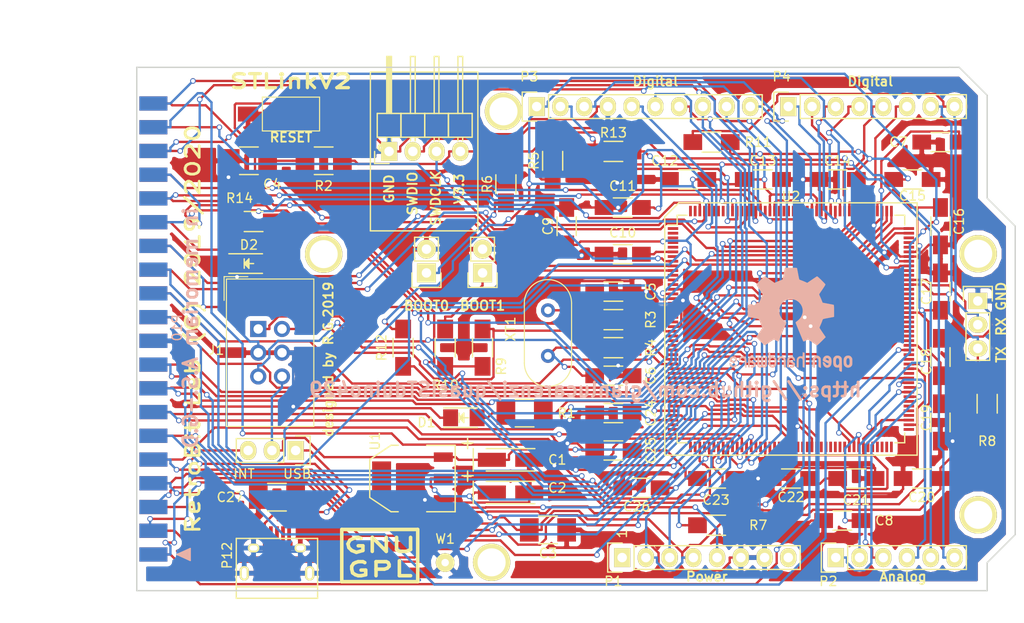
<source format=kicad_pcb>
(kicad_pcb (version 4) (host pcbnew 4.0.2+dfsg1-stable)
  (title_block (date "lun. 30 mars 2015"))
  (layers (0 F.Cu mixed) (31 B.Cu mixed) (34 B.Paste user) (35 F.Paste user) (36 B.SilkS user) (37 F.SilkS user) (38 B.Mask user) (39 F.Mask user) (44 Edge.Cuts user))
  (net 0 "")
  (net 1 GND)
  (net 2 "Net-(BOOT0_MEM1-Pad1)")
  (net 3 "Net-(BOOT1_MEM1-Pad1)")
  (net 4 VCC5V)
  (net 5 nRST)
  (net 6 "Net-(C5-Pad1)")
  (net 7 "Net-(C6-Pad1)")
  (net 8 VCAP_2_MEM)
  (net 9 VCAP_1_MEM)
  (net 10 VCC_3V3)
  (net 11 "Net-(C10-Pad2)")
  (net 12 "Net-(D1-Pad2)")
  (net 13 "Net-(D2-Pad2)")
  (net 14 UART_RX)
  (net 15 UART_TX)
  (net 16 I2C_SDA)
  (net 17 I2C_SCL)
  (net 18 SPI1_SCK)
  (net 19 SPI1_MISO)
  (net 20 SPI1_MOSI)
  (net 21 SPI_SEL0)
  (net 22 D7)
  (net 23 D6)
  (net 24 D5)
  (net 25 D4)
  (net 26 D3)
  (net 27 D2)
  (net 28 D1)
  (net 29 D0)
  (net 30 mRD5)
  (net 31 LEDGRN_MEM)
  (net 32 SWDIO)
  (net 33 SWDCLK)
  (net 34 mA13)
  (net 35 mA14)
  (net 36 mA15)
  (net 37 mA0)
  (net 38 mA1)
  (net 39 mA2)
  (net 40 mA3)
  (net 41 mA4)
  (net 42 mA5)
  (net 43 ~mRST)
  (net 44 mD0)
  (net 45 mD1)
  (net 46 ~mIRQ)
  (net 47 ~mHALT)
  (net 48 mD2)
  (net 49 mD3)
  (net 50 mD4)
  (net 51 mD5)
  (net 52 mD6)
  (net 53 mD7)
  (net 54 mA6)
  (net 55 mA7)
  (net 56 mA8)
  (net 57 mA9)
  (net 58 mPHI2)
  (net 59 ~mS5)
  (net 60 ~mS4)
  (net 61 ~mD1XX)
  (net 62 mA10)
  (net 63 mA11)
  (net 64 mA12)
  (net 65 ~mREF)
  (net 66 mRD4)
  (net 67 ~mEXSEL)
  (net 68 ~mMPD)
  (net 69 ~mCCTL)
  (net 70 mR/~W)
  (net 71 SPI_SEL1)
  (net 72 SPI_SEL2)
  (net 73 SPI_SEL3)
  (net 74 "Net-(R3-Pad1)")
  (net 75 "Net-(R4-Pad1)")
  (net 76 "Net-(R5-Pad2)")
  (net 77 "Net-(R7-Pad1)")
  (net 78 D8)
  (net 79 D9)
  (net 80 D10)
  (net 81 D11)
  (net 82 D12)
  (net 83 VCC_5V_USB)
  (net 84 +5V)
  (module Housings_QFP:LQFP-176_24x24mm_Pitch0.5mm (layer F.Cu) (at 156.998 99.365)
    (fp_text reference U2 (at 0 -14.18) (layer F.SilkS))
    (fp_text value STM32F429IGTx)
    (pad 1 smd rect (at -12.62 -10.75) (size 1.12 0.3) (layers F.Cu F.Paste F.Mask))
    (pad 2 smd rect (at -12.62 -10.25) (size 1.12 0.3) (layers F.Cu F.Paste F.Mask))
    (pad 3 smd rect (at -12.62 -9.75) (size 1.12 0.3) (layers F.Cu F.Paste F.Mask))
    (pad 4 smd rect (at -12.62 -9.25) (size 1.12 0.3) (layers F.Cu F.Paste F.Mask))
    (pad 5 smd rect (at -12.62 -8.75) (size 1.12 0.3) (layers F.Cu F.Paste F.Mask))
    (pad 6 smd rect (at -12.62 -8.25) (size 1.12 0.3) (layers F.Cu F.Paste F.Mask) (net 11 "Net-(C10-Pad2)"))
    (pad 7 smd rect (at -12.62 -7.75) (size 1.12 0.3) (layers F.Cu F.Paste F.Mask))
    (pad 8 smd rect (at -12.62 -7.25) (size 1.12 0.3) (layers F.Cu F.Paste F.Mask) (net 34 mA13))
    (pad 9 smd rect (at -12.62 -6.75) (size 1.12 0.3) (layers F.Cu F.Paste F.Mask) (net 35 mA14))
    (pad 10 smd rect (at -12.62 -6.25) (size 1.12 0.3) (layers F.Cu F.Paste F.Mask) (net 36 mA15))
    (pad 11 smd rect (at -12.62 -5.75) (size 1.12 0.3) (layers F.Cu F.Paste F.Mask))
    (pad 12 smd rect (at -12.62 -5.25) (size 1.12 0.3) (layers F.Cu F.Paste F.Mask))
    (pad 13 smd rect (at -12.62 -4.75) (size 1.12 0.3) (layers F.Cu F.Paste F.Mask))
    (pad 14 smd rect (at -12.62 -4.25) (size 1.12 0.3) (layers F.Cu F.Paste F.Mask) (net 1 GND))
    (pad 15 smd rect (at -12.62 -3.75) (size 1.12 0.3) (layers F.Cu F.Paste F.Mask) (net 10 VCC_3V3))
    (pad 16 smd rect (at -12.62 -3.25) (size 1.12 0.3) (layers F.Cu F.Paste F.Mask))
    (pad 17 smd rect (at -12.62 -2.75) (size 1.12 0.3) (layers F.Cu F.Paste F.Mask))
    (pad 18 smd rect (at -12.62 -2.25) (size 1.12 0.3) (layers F.Cu F.Paste F.Mask))
    (pad 19 smd rect (at -12.62 -1.75) (size 1.12 0.3) (layers F.Cu F.Paste F.Mask))
    (pad 20 smd rect (at -12.62 -1.25) (size 1.12 0.3) (layers F.Cu F.Paste F.Mask))
    (pad 21 smd rect (at -12.62 -0.75) (size 1.12 0.3) (layers F.Cu F.Paste F.Mask))
    (pad 22 smd rect (at -12.62 -0.25) (size 1.12 0.3) (layers F.Cu F.Paste F.Mask) (net 1 GND))
    (pad 23 smd rect (at -12.62 0.25) (size 1.12 0.3) (layers F.Cu F.Paste F.Mask) (net 10 VCC_3V3))
    (pad 24 smd rect (at -12.62 0.75) (size 1.12 0.3) (layers F.Cu F.Paste F.Mask))
    (pad 25 smd rect (at -12.62 1.25) (size 1.12 0.3) (layers F.Cu F.Paste F.Mask))
    (pad 26 smd rect (at -12.62 1.75) (size 1.12 0.3) (layers F.Cu F.Paste F.Mask))
    (pad 27 smd rect (at -12.62 2.25) (size 1.12 0.3) (layers F.Cu F.Paste F.Mask))
    (pad 28 smd rect (at -12.62 2.75) (size 1.12 0.3) (layers F.Cu F.Paste F.Mask))
    (pad 29 smd rect (at -12.62 3.25) (size 1.12 0.3) (layers F.Cu F.Paste F.Mask) (net 74 "Net-(R3-Pad1)"))
    (pad 30 smd rect (at -12.62 3.75) (size 1.12 0.3) (layers F.Cu F.Paste F.Mask) (net 75 "Net-(R4-Pad1)"))
    (pad 31 smd rect (at -12.62 4.25) (size 1.12 0.3) (layers F.Cu F.Paste F.Mask) (net 5 nRST))
    (pad 32 smd rect (at -12.62 4.75) (size 1.12 0.3) (layers F.Cu F.Paste F.Mask) (net 37 mA0))
    (pad 33 smd rect (at -12.62 5.25) (size 1.12 0.3) (layers F.Cu F.Paste F.Mask) (net 38 mA1))
    (pad 34 smd rect (at -12.62 5.75) (size 1.12 0.3) (layers F.Cu F.Paste F.Mask) (net 39 mA2))
    (pad 35 smd rect (at -12.62 6.25) (size 1.12 0.3) (layers F.Cu F.Paste F.Mask) (net 40 mA3))
    (pad 36 smd rect (at -12.62 6.75) (size 1.12 0.3) (layers F.Cu F.Paste F.Mask) (net 10 VCC_3V3))
    (pad 37 smd rect (at -12.62 7.25) (size 1.12 0.3) (layers F.Cu F.Paste F.Mask) (net 77 "Net-(R7-Pad1)"))
    (pad 38 smd rect (at -12.62 7.75) (size 1.12 0.3) (layers F.Cu F.Paste F.Mask) (net 10 VCC_3V3))
    (pad 39 smd rect (at -12.62 8.25) (size 1.12 0.3) (layers F.Cu F.Paste F.Mask) (net 10 VCC_3V3))
    (pad 40 smd rect (at -12.62 8.75) (size 1.12 0.3) (layers F.Cu F.Paste F.Mask) (net 21 SPI_SEL0))
    (pad 41 smd rect (at -12.62 9.25) (size 1.12 0.3) (layers F.Cu F.Paste F.Mask) (net 71 SPI_SEL1))
    (pad 42 smd rect (at -12.62 9.75) (size 1.12 0.3) (layers F.Cu F.Paste F.Mask) (net 72 SPI_SEL2))
    (pad 43 smd rect (at -12.62 10.25) (size 1.12 0.3) (layers F.Cu F.Paste F.Mask))
    (pad 44 smd rect (at -12.62 10.75) (size 1.12 0.3) (layers F.Cu F.Paste F.Mask))
    (pad 45 smd rect (at -10.75 12.62 90) (size 1.12 0.3) (layers F.Cu F.Paste F.Mask))
    (pad 46 smd rect (at -10.25 12.62 90) (size 1.12 0.3) (layers F.Cu F.Paste F.Mask))
    (pad 47 smd rect (at -9.75 12.62 90) (size 1.12 0.3) (layers F.Cu F.Paste F.Mask) (net 73 SPI_SEL3))
    (pad 48 smd rect (at -9.25 12.62 90) (size 1.12 0.3) (layers F.Cu F.Paste F.Mask))
    (pad 49 smd rect (at -8.75 12.62 90) (size 1.12 0.3) (layers F.Cu F.Paste F.Mask) (net 10 VCC_3V3))
    (pad 50 smd rect (at -8.25 12.62 90) (size 1.12 0.3) (layers F.Cu F.Paste F.Mask))
    (pad 51 smd rect (at -7.75 12.62 90) (size 1.12 0.3) (layers F.Cu F.Paste F.Mask) (net 18 SPI1_SCK))
    (pad 52 smd rect (at -7.25 12.62 90) (size 1.12 0.3) (layers F.Cu F.Paste F.Mask) (net 19 SPI1_MISO))
    (pad 53 smd rect (at -6.75 12.62 90) (size 1.12 0.3) (layers F.Cu F.Paste F.Mask) (net 20 SPI1_MOSI))
    (pad 54 smd rect (at -6.25 12.62 90) (size 1.12 0.3) (layers F.Cu F.Paste F.Mask) (net 41 mA4))
    (pad 55 smd rect (at -5.75 12.62 90) (size 1.12 0.3) (layers F.Cu F.Paste F.Mask) (net 42 mA5))
    (pad 56 smd rect (at -5.25 12.62 90) (size 1.12 0.3) (layers F.Cu F.Paste F.Mask) (net 31 LEDGRN_MEM))
    (pad 57 smd rect (at -4.75 12.62 90) (size 1.12 0.3) (layers F.Cu F.Paste F.Mask) (net 43 ~mRST))
    (pad 58 smd rect (at -4.25 12.62 90) (size 1.12 0.3) (layers F.Cu F.Paste F.Mask) (net 30 mRD5))
    (pad 59 smd rect (at -3.75 12.62 90) (size 1.12 0.3) (layers F.Cu F.Paste F.Mask))
    (pad 60 smd rect (at -3.25 12.62 90) (size 1.12 0.3) (layers F.Cu F.Paste F.Mask))
    (pad 61 smd rect (at -2.75 12.62 90) (size 1.12 0.3) (layers F.Cu F.Paste F.Mask) (net 1 GND))
    (pad 62 smd rect (at -2.25 12.62 90) (size 1.12 0.3) (layers F.Cu F.Paste F.Mask) (net 10 VCC_3V3))
    (pad 63 smd rect (at -1.75 12.62 90) (size 1.12 0.3) (layers F.Cu F.Paste F.Mask))
    (pad 64 smd rect (at -1.25 12.62 90) (size 1.12 0.3) (layers F.Cu F.Paste F.Mask))
    (pad 65 smd rect (at -0.75 12.62 90) (size 1.12 0.3) (layers F.Cu F.Paste F.Mask))
    (pad 66 smd rect (at -0.25 12.62 90) (size 1.12 0.3) (layers F.Cu F.Paste F.Mask) (net 44 mD0))
    (pad 67 smd rect (at 0.25 12.62 90) (size 1.12 0.3) (layers F.Cu F.Paste F.Mask) (net 45 mD1))
    (pad 68 smd rect (at 0.75 12.62 90) (size 1.12 0.3) (layers F.Cu F.Paste F.Mask))
    (pad 69 smd rect (at 1.25 12.62 90) (size 1.12 0.3) (layers F.Cu F.Paste F.Mask))
    (pad 70 smd rect (at 1.75 12.62 90) (size 1.12 0.3) (layers F.Cu F.Paste F.Mask))
    (pad 71 smd rect (at 2.25 12.62 90) (size 1.12 0.3) (layers F.Cu F.Paste F.Mask) (net 1 GND))
    (pad 72 smd rect (at 2.75 12.62 90) (size 1.12 0.3) (layers F.Cu F.Paste F.Mask) (net 10 VCC_3V3))
    (pad 73 smd rect (at 3.25 12.62 90) (size 1.12 0.3) (layers F.Cu F.Paste F.Mask))
    (pad 74 smd rect (at 3.75 12.62 90) (size 1.12 0.3) (layers F.Cu F.Paste F.Mask))
    (pad 75 smd rect (at 4.25 12.62 90) (size 1.12 0.3) (layers F.Cu F.Paste F.Mask))
    (pad 76 smd rect (at 4.75 12.62 90) (size 1.12 0.3) (layers F.Cu F.Paste F.Mask))
    (pad 77 smd rect (at 5.25 12.62 90) (size 1.12 0.3) (layers F.Cu F.Paste F.Mask))
    (pad 78 smd rect (at 5.75 12.62 90) (size 1.12 0.3) (layers F.Cu F.Paste F.Mask))
    (pad 79 smd rect (at 6.25 12.62 90) (size 1.12 0.3) (layers F.Cu F.Paste F.Mask) (net 46 ~mIRQ))
    (pad 80 smd rect (at 6.75 12.62 90) (size 1.12 0.3) (layers F.Cu F.Paste F.Mask) (net 47 ~mHALT))
    (pad 81 smd rect (at 7.25 12.62 90) (size 1.12 0.3) (layers F.Cu F.Paste F.Mask) (net 9 VCAP_1_MEM))
    (pad 82 smd rect (at 7.75 12.62 90) (size 1.12 0.3) (layers F.Cu F.Paste F.Mask) (net 10 VCC_3V3))
    (pad 83 smd rect (at 8.25 12.62 90) (size 1.12 0.3) (layers F.Cu F.Paste F.Mask))
    (pad 84 smd rect (at 8.75 12.62 90) (size 1.12 0.3) (layers F.Cu F.Paste F.Mask))
    (pad 85 smd rect (at 9.25 12.62 90) (size 1.12 0.3) (layers F.Cu F.Paste F.Mask))
    (pad 86 smd rect (at 9.75 12.62 90) (size 1.12 0.3) (layers F.Cu F.Paste F.Mask))
    (pad 87 smd rect (at 10.25 12.62 90) (size 1.12 0.3) (layers F.Cu F.Paste F.Mask))
    (pad 88 smd rect (at 10.75 12.62 90) (size 1.12 0.3) (layers F.Cu F.Paste F.Mask))
    (pad 89 smd rect (at 12.62 10.75) (size 1.12 0.3) (layers F.Cu F.Paste F.Mask))
    (pad 90 smd rect (at 12.62 10.25) (size 1.12 0.3) (layers F.Cu F.Paste F.Mask) (net 1 GND))
    (pad 91 smd rect (at 12.62 9.75) (size 1.12 0.3) (layers F.Cu F.Paste F.Mask) (net 10 VCC_3V3))
    (pad 92 smd rect (at 12.62 9.25) (size 1.12 0.3) (layers F.Cu F.Paste F.Mask))
    (pad 93 smd rect (at 12.62 8.75) (size 1.12 0.3) (layers F.Cu F.Paste F.Mask))
    (pad 94 smd rect (at 12.62 8.25) (size 1.12 0.3) (layers F.Cu F.Paste F.Mask))
    (pad 95 smd rect (at 12.62 7.75) (size 1.12 0.3) (layers F.Cu F.Paste F.Mask))
    (pad 96 smd rect (at 12.62 7.25) (size 1.12 0.3) (layers F.Cu F.Paste F.Mask) (net 78 D8))
    (pad 97 smd rect (at 12.62 6.75) (size 1.12 0.3) (layers F.Cu F.Paste F.Mask) (net 79 D9))
    (pad 98 smd rect (at 12.62 6.25) (size 1.12 0.3) (layers F.Cu F.Paste F.Mask) (net 80 D10))
    (pad 99 smd rect (at 12.62 5.75) (size 1.12 0.3) (layers F.Cu F.Paste F.Mask) (net 81 D11))
    (pad 100 smd rect (at 12.62 5.25) (size 1.12 0.3) (layers F.Cu F.Paste F.Mask) (net 82 D12))
    (pad 101 smd rect (at 12.62 4.75) (size 1.12 0.3) (layers F.Cu F.Paste F.Mask))
    (pad 102 smd rect (at 12.62 4.25) (size 1.12 0.3) (layers F.Cu F.Paste F.Mask) (net 1 GND))
    (pad 103 smd rect (at 12.62 3.75) (size 1.12 0.3) (layers F.Cu F.Paste F.Mask) (net 10 VCC_3V3))
    (pad 104 smd rect (at 12.62 3.25) (size 1.12 0.3) (layers F.Cu F.Paste F.Mask))
    (pad 105 smd rect (at 12.62 2.75) (size 1.12 0.3) (layers F.Cu F.Paste F.Mask))
    (pad 106 smd rect (at 12.62 2.25) (size 1.12 0.3) (layers F.Cu F.Paste F.Mask) (net 48 mD2))
    (pad 107 smd rect (at 12.62 1.75) (size 1.12 0.3) (layers F.Cu F.Paste F.Mask) (net 49 mD3))
    (pad 108 smd rect (at 12.62 1.25) (size 1.12 0.3) (layers F.Cu F.Paste F.Mask) (net 50 mD4))
    (pad 109 smd rect (at 12.62 0.75) (size 1.12 0.3) (layers F.Cu F.Paste F.Mask) (net 51 mD5))
    (pad 110 smd rect (at 12.62 0.25) (size 1.12 0.3) (layers F.Cu F.Paste F.Mask) (net 52 mD6))
    (pad 111 smd rect (at 12.62 -0.25) (size 1.12 0.3) (layers F.Cu F.Paste F.Mask) (net 53 mD7))
    (pad 112 smd rect (at 12.62 -0.75) (size 1.12 0.3) (layers F.Cu F.Paste F.Mask))
    (pad 113 smd rect (at 12.62 -1.25) (size 1.12 0.3) (layers F.Cu F.Paste F.Mask) (net 1 GND))
    (pad 114 smd rect (at 12.62 -1.75) (size 1.12 0.3) (layers F.Cu F.Paste F.Mask) (net 10 VCC_3V3))
    (pad 115 smd rect (at 12.62 -2.25) (size 1.12 0.3) (layers F.Cu F.Paste F.Mask) (net 54 mA6))
    (pad 116 smd rect (at 12.62 -2.75) (size 1.12 0.3) (layers F.Cu F.Paste F.Mask) (net 55 mA7))
    (pad 117 smd rect (at 12.62 -3.25) (size 1.12 0.3) (layers F.Cu F.Paste F.Mask) (net 56 mA8))
    (pad 118 smd rect (at 12.62 -3.75) (size 1.12 0.3) (layers F.Cu F.Paste F.Mask) (net 57 mA9))
    (pad 119 smd rect (at 12.62 -4.25) (size 1.12 0.3) (layers F.Cu F.Paste F.Mask))
    (pad 120 smd rect (at 12.62 -4.75) (size 1.12 0.3) (layers F.Cu F.Paste F.Mask) (net 15 UART_TX))
    (pad 121 smd rect (at 12.62 -5.25) (size 1.12 0.3) (layers F.Cu F.Paste F.Mask) (net 14 UART_RX))
    (pad 122 smd rect (at 12.62 -5.75) (size 1.12 0.3) (layers F.Cu F.Paste F.Mask))
    (pad 123 smd rect (at 12.62 -6.25) (size 1.12 0.3) (layers F.Cu F.Paste F.Mask))
    (pad 124 smd rect (at 12.62 -6.75) (size 1.12 0.3) (layers F.Cu F.Paste F.Mask) (net 32 SWDIO))
    (pad 125 smd rect (at 12.62 -7.25) (size 1.12 0.3) (layers F.Cu F.Paste F.Mask) (net 8 VCAP_2_MEM))
    (pad 126 smd rect (at 12.62 -7.75) (size 1.12 0.3) (layers F.Cu F.Paste F.Mask) (net 1 GND))
    (pad 127 smd rect (at 12.62 -8.25) (size 1.12 0.3) (layers F.Cu F.Paste F.Mask) (net 10 VCC_3V3))
    (pad 128 smd rect (at 12.62 -8.75) (size 1.12 0.3) (layers F.Cu F.Paste F.Mask))
    (pad 129 smd rect (at 12.62 -9.25) (size 1.12 0.3) (layers F.Cu F.Paste F.Mask))
    (pad 130 smd rect (at 12.62 -9.75) (size 1.12 0.3) (layers F.Cu F.Paste F.Mask))
    (pad 131 smd rect (at 12.62 -10.25) (size 1.12 0.3) (layers F.Cu F.Paste F.Mask) (net 58 mPHI2))
    (pad 132 smd rect (at 12.62 -10.75) (size 1.12 0.3) (layers F.Cu F.Paste F.Mask) (net 59 ~mS5))
    (pad 133 smd rect (at 10.75 -12.62 90) (size 1.12 0.3) (layers F.Cu F.Paste F.Mask) (net 60 ~mS4))
    (pad 134 smd rect (at 10.25 -12.62 90) (size 1.12 0.3) (layers F.Cu F.Paste F.Mask) (net 61 ~mD1XX))
    (pad 135 smd rect (at 9.75 -12.62 90) (size 1.12 0.3) (layers F.Cu F.Paste F.Mask) (net 1 GND))
    (pad 136 smd rect (at 9.25 -12.62 90) (size 1.12 0.3) (layers F.Cu F.Paste F.Mask) (net 10 VCC_3V3))
    (pad 137 smd rect (at 8.75 -12.62 90) (size 1.12 0.3) (layers F.Cu F.Paste F.Mask) (net 33 SWDCLK))
    (pad 138 smd rect (at 8.25 -12.62 90) (size 1.12 0.3) (layers F.Cu F.Paste F.Mask))
    (pad 139 smd rect (at 7.75 -12.62 90) (size 1.12 0.3) (layers F.Cu F.Paste F.Mask) (net 62 mA10))
    (pad 140 smd rect (at 7.25 -12.62 90) (size 1.12 0.3) (layers F.Cu F.Paste F.Mask) (net 63 mA11))
    (pad 141 smd rect (at 6.75 -12.62 90) (size 1.12 0.3) (layers F.Cu F.Paste F.Mask) (net 64 mA12))
    (pad 142 smd rect (at 6.25 -12.62 90) (size 1.12 0.3) (layers F.Cu F.Paste F.Mask) (net 29 D0))
    (pad 143 smd rect (at 5.75 -12.62 90) (size 1.12 0.3) (layers F.Cu F.Paste F.Mask) (net 28 D1))
    (pad 144 smd rect (at 5.25 -12.62 90) (size 1.12 0.3) (layers F.Cu F.Paste F.Mask) (net 27 D2))
    (pad 145 smd rect (at 4.75 -12.62 90) (size 1.12 0.3) (layers F.Cu F.Paste F.Mask) (net 26 D3))
    (pad 146 smd rect (at 4.25 -12.62 90) (size 1.12 0.3) (layers F.Cu F.Paste F.Mask) (net 25 D4))
    (pad 147 smd rect (at 3.75 -12.62 90) (size 1.12 0.3) (layers F.Cu F.Paste F.Mask) (net 24 D5))
    (pad 148 smd rect (at 3.25 -12.62 90) (size 1.12 0.3) (layers F.Cu F.Paste F.Mask) (net 1 GND))
    (pad 149 smd rect (at 2.75 -12.62 90) (size 1.12 0.3) (layers F.Cu F.Paste F.Mask) (net 10 VCC_3V3))
    (pad 150 smd rect (at 2.25 -12.62 90) (size 1.12 0.3) (layers F.Cu F.Paste F.Mask) (net 23 D6))
    (pad 151 smd rect (at 1.75 -12.62 90) (size 1.12 0.3) (layers F.Cu F.Paste F.Mask) (net 22 D7))
    (pad 152 smd rect (at 1.25 -12.62 90) (size 1.12 0.3) (layers F.Cu F.Paste F.Mask))
    (pad 153 smd rect (at 0.75 -12.62 90) (size 1.12 0.3) (layers F.Cu F.Paste F.Mask))
    (pad 154 smd rect (at 0.25 -12.62 90) (size 1.12 0.3) (layers F.Cu F.Paste F.Mask))
    (pad 155 smd rect (at -0.25 -12.62 90) (size 1.12 0.3) (layers F.Cu F.Paste F.Mask))
    (pad 156 smd rect (at -0.75 -12.62 90) (size 1.12 0.3) (layers F.Cu F.Paste F.Mask))
    (pad 157 smd rect (at -1.25 -12.62 90) (size 1.12 0.3) (layers F.Cu F.Paste F.Mask))
    (pad 158 smd rect (at -1.75 -12.62 90) (size 1.12 0.3) (layers F.Cu F.Paste F.Mask) (net 1 GND))
    (pad 159 smd rect (at -2.25 -12.62 90) (size 1.12 0.3) (layers F.Cu F.Paste F.Mask) (net 10 VCC_3V3))
    (pad 160 smd rect (at -2.75 -12.62 90) (size 1.12 0.3) (layers F.Cu F.Paste F.Mask))
    (pad 161 smd rect (at -3.25 -12.62 90) (size 1.12 0.3) (layers F.Cu F.Paste F.Mask) (net 65 ~mREF))
    (pad 162 smd rect (at -3.75 -12.62 90) (size 1.12 0.3) (layers F.Cu F.Paste F.Mask) (net 66 mRD4))
    (pad 163 smd rect (at -4.25 -12.62 90) (size 1.12 0.3) (layers F.Cu F.Paste F.Mask) (net 67 ~mEXSEL))
    (pad 164 smd rect (at -4.75 -12.62 90) (size 1.12 0.3) (layers F.Cu F.Paste F.Mask) (net 17 I2C_SCL))
    (pad 165 smd rect (at -5.25 -12.62 90) (size 1.12 0.3) (layers F.Cu F.Paste F.Mask))
    (pad 166 smd rect (at -5.75 -12.62 90) (size 1.12 0.3) (layers F.Cu F.Paste F.Mask) (net 76 "Net-(R5-Pad2)"))
    (pad 167 smd rect (at -6.25 -12.62 90) (size 1.12 0.3) (layers F.Cu F.Paste F.Mask) (net 68 ~mMPD))
    (pad 168 smd rect (at -6.75 -12.62 90) (size 1.12 0.3) (layers F.Cu F.Paste F.Mask) (net 16 I2C_SDA))
    (pad 169 smd rect (at -7.25 -12.62 90) (size 1.12 0.3) (layers F.Cu F.Paste F.Mask))
    (pad 170 smd rect (at -7.75 -12.62 90) (size 1.12 0.3) (layers F.Cu F.Paste F.Mask))
    (pad 171 smd rect (at -8.25 -12.62 90) (size 1.12 0.3) (layers F.Cu F.Paste F.Mask))
    (pad 172 smd rect (at -8.75 -12.62 90) (size 1.12 0.3) (layers F.Cu F.Paste F.Mask) (net 10 VCC_3V3))
    (pad 173 smd rect (at -9.25 -12.62 90) (size 1.12 0.3) (layers F.Cu F.Paste F.Mask) (net 69 ~mCCTL))
    (pad 174 smd rect (at -9.75 -12.62 90) (size 1.12 0.3) (layers F.Cu F.Paste F.Mask) (net 70 mR/~W))
    (pad 175 smd rect (at -10.25 -12.62 90) (size 1.12 0.3) (layers F.Cu F.Paste F.Mask))
    (pad 176 smd rect (at -10.75 -12.62 90) (size 1.12 0.3) (layers F.Cu F.Paste F.Mask))
  )
  (module Pin_Headers:Pin_Header_Straight_1x02 (layer F.Cu) (at 117.998 93.365 180)
    (fp_text reference BOOT0_MEM1 hide)
    (fp_text value CONN_01X02)
    (pad 1 thru_hole rect (at 0 0 180) (size 2.032 2.032) (drill 1.016) (layers *.Cu *.Mask F.SilkS) (net 2 "Net-(BOOT0_MEM1-Pad1)"))
    (pad 2 thru_hole oval (at 0 2.54 180) (size 2.032 2.032) (drill 1.016) (layers *.Cu *.Mask F.SilkS) (net 1 GND))
  )
  (module Pin_Headers:Pin_Header_Straight_1x02 (layer F.Cu) (at 123.998 93.365 180)
    (fp_text reference BOOT1_MEM1 hide)
    (fp_text value CONN_01X02)
    (pad 1 thru_hole rect (at 0 0 180) (size 2.032 2.032) (drill 1.016) (layers *.Cu *.Mask F.SilkS) (net 3 "Net-(BOOT1_MEM1-Pad1)"))
    (pad 2 thru_hole oval (at 0 2.54 180) (size 2.032 2.032) (drill 1.016) (layers *.Cu *.Mask F.SilkS) (net 1 GND))
  )
  (module Capacitors_Tantalum_SMD:TantalC_SizeA_EIA-3216_HandSoldering (layer F.Cu) (at 126.998 113.365)
    (fp_text reference C1 (at 5 0) (layer F.SilkS))
    (fp_text value 10u)
    (fp_text user + (at -4.59994 -1.80086) (layer F.SilkS))
    (pad 2 smd rect (at 1.99898 0) (size 2.99974 1.50114) (layers F.Cu F.Paste F.Mask) (net 1 GND))
    (pad 1 smd rect (at -1.99898 0) (size 2.99974 1.50114) (layers F.Cu F.Paste F.Mask) (net 4 VCC5V))
  )
  (module Capacitors_Tantalum_SMD:TantalC_SizeA_EIA-3216_HandSoldering (layer F.Cu) (at 126.998 116.865)
    (fp_text reference C2 (at 5 -0.5) (layer F.SilkS))
    (fp_text value 22u)
    (fp_text user + (at -4.59994 -1.80086) (layer F.SilkS))
    (pad 2 smd rect (at 1.99898 0) (size 2.99974 1.50114) (layers F.Cu F.Paste F.Mask) (net 1 GND))
    (pad 1 smd rect (at -1.99898 0) (size 2.99974 1.50114) (layers F.Cu F.Paste F.Mask) (net 10 VCC_3V3))
  )
  (module Capacitors_SMD:C_1210_HandSoldering (layer F.Cu) (at 130.998 120.865)
    (fp_text reference C3 (at 0 2.5) (layer F.SilkS))
    (fp_text value 100n)
    (pad 1 smd rect (at -2 0) (size 2 2.5) (layers F.Cu F.Paste F.Mask) (net 10 VCC_3V3))
    (pad 2 smd rect (at 2 0) (size 2 2.5) (layers F.Cu F.Paste F.Mask) (net 1 GND))
  )
  (module Capacitors_SMD:C_1210_HandSoldering (layer F.Cu) (at 98.998 81.365 180)
    (fp_text reference C4 (at -2.5 -2.5 180) (layer F.SilkS))
    (fp_text value 100n)
    (pad 1 smd rect (at -2 0 180) (size 2 2.5) (layers F.Cu F.Paste F.Mask) (net 5 nRST))
    (pad 2 smd rect (at 2 0 180) (size 2 2.5) (layers F.Cu F.Paste F.Mask) (net 1 GND))
  )
  (module Capacitors_SMD:C_1206_HandSoldering (layer F.Cu) (at 137.998 95.365)
    (fp_text reference C5 (at 4 0 90) (layer F.SilkS))
    (fp_text value 20p)
    (pad 1 smd rect (at -2 0) (size 2 1.6) (layers F.Cu F.Paste F.Mask) (net 6 "Net-(C5-Pad1)"))
    (pad 2 smd rect (at 2 0) (size 2 1.6) (layers F.Cu F.Paste F.Mask) (net 1 GND))
  )
  (module Capacitors_SMD:C_1206_HandSoldering (layer F.Cu) (at 137.998 104.365)
    (fp_text reference C6 (at 4 0 90) (layer F.SilkS))
    (fp_text value 20p)
    (pad 1 smd rect (at -2 0) (size 2 1.6) (layers F.Cu F.Paste F.Mask) (net 7 "Net-(C6-Pad1)"))
    (pad 2 smd rect (at 2 0) (size 2 1.6) (layers F.Cu F.Paste F.Mask) (net 1 GND))
  )
  (module Capacitors_SMD:C_1206_HandSoldering (layer F.Cu) (at 172.998 79.365)
    (fp_text reference C7 (at -4.5 0) (layer F.SilkS))
    (fp_text value 2.2u)
    (pad 1 smd rect (at -2 0) (size 2 1.6) (layers F.Cu F.Paste F.Mask) (net 1 GND))
    (pad 2 smd rect (at 2 0) (size 2 1.6) (layers F.Cu F.Paste F.Mask) (net 8 VCAP_2_MEM))
  )
  (module Capacitors_SMD:C_1206_HandSoldering (layer F.Cu) (at 162.498 119.865)
    (fp_text reference C8 (at 4.5 0) (layer F.SilkS))
    (fp_text value 2.2u)
    (pad 1 smd rect (at -2 0) (size 2 1.6) (layers F.Cu F.Paste F.Mask) (net 1 GND))
    (pad 2 smd rect (at 2 0) (size 2 1.6) (layers F.Cu F.Paste F.Mask) (net 9 VCAP_1_MEM))
  )
  (module Capacitors_SMD:C_1206_HandSoldering (layer F.Cu) (at 132.998 88.365 270)
    (fp_text reference C9 (at 0 2 270) (layer F.SilkS))
    (fp_text value 100n)
    (pad 1 smd rect (at -2 0 270) (size 2 1.6) (layers F.Cu F.Paste F.Mask) (net 1 GND))
    (pad 2 smd rect (at 2 0 270) (size 2 1.6) (layers F.Cu F.Paste F.Mask) (net 10 VCC_3V3))
  )
  (module Capacitors_SMD:C_1206_HandSoldering (layer F.Cu) (at 138.998 91.365)
    (fp_text reference C10 (at 0 -2.3) (layer F.SilkS))
    (fp_text value 1u)
    (pad 1 smd rect (at -2 0) (size 2 1.6) (layers F.Cu F.Paste F.Mask) (net 1 GND))
    (pad 2 smd rect (at 2 0) (size 2 1.6) (layers F.Cu F.Paste F.Mask) (net 11 "Net-(C10-Pad2)"))
  )
  (module Capacitors_SMD:C_1206_HandSoldering (layer F.Cu) (at 138.998 86.365)
    (fp_text reference C11 (at 0 -2.3) (layer F.SilkS))
    (fp_text value 100n)
    (pad 1 smd rect (at -2 0) (size 2 1.6) (layers F.Cu F.Paste F.Mask) (net 1 GND))
    (pad 2 smd rect (at 2 0) (size 2 1.6) (layers F.Cu F.Paste F.Mask) (net 10 VCC_3V3))
  )
  (module Capacitors_SMD:C_1206_HandSoldering (layer F.Cu) (at 145.998 83.365)
    (fp_text reference C12 (at -2.5 -2) (layer F.SilkS))
    (fp_text value 100n)
    (pad 1 smd rect (at -2 0) (size 2 1.6) (layers F.Cu F.Paste F.Mask) (net 1 GND))
    (pad 2 smd rect (at 2 0) (size 2 1.6) (layers F.Cu F.Paste F.Mask) (net 10 VCC_3V3))
  )
  (module Capacitors_SMD:C_1206_HandSoldering (layer F.Cu) (at 153.998 83.365 180)
    (fp_text reference C13 (at 0 2 180) (layer F.SilkS))
    (fp_text value 100n)
    (pad 1 smd rect (at -2 0 180) (size 2 1.6) (layers F.Cu F.Paste F.Mask) (net 1 GND))
    (pad 2 smd rect (at 2 0 180) (size 2 1.6) (layers F.Cu F.Paste F.Mask) (net 10 VCC_3V3))
  )
  (module Capacitors_SMD:C_1206_HandSoldering (layer F.Cu) (at 161.998 83.365)
    (fp_text reference C14 (at 0 -2) (layer F.SilkS))
    (fp_text value 100n)
    (pad 1 smd rect (at -2 0) (size 2 1.6) (layers F.Cu F.Paste F.Mask) (net 1 GND))
    (pad 2 smd rect (at 2 0) (size 2 1.6) (layers F.Cu F.Paste F.Mask) (net 10 VCC_3V3))
  )
  (module Capacitors_SMD:C_1206_HandSoldering (layer F.Cu) (at 169.998 83.365 180)
    (fp_text reference C15 (at 0 -1.75 180) (layer F.SilkS))
    (fp_text value 100n)
    (pad 1 smd rect (at -2 0 180) (size 2 1.6) (layers F.Cu F.Paste F.Mask) (net 1 GND))
    (pad 2 smd rect (at 2 0 180) (size 2 1.6) (layers F.Cu F.Paste F.Mask) (net 10 VCC_3V3))
  )
  (module Capacitors_SMD:C_1206_HandSoldering (layer F.Cu) (at 172.998 88.365 90)
    (fp_text reference C16 (at 0.5 2 270) (layer F.SilkS))
    (fp_text value 100n)
    (pad 1 smd rect (at -2 0 90) (size 2 1.6) (layers F.Cu F.Paste F.Mask) (net 1 GND))
    (pad 2 smd rect (at 2 0 90) (size 2 1.6) (layers F.Cu F.Paste F.Mask) (net 10 VCC_3V3))
  )
  (module Capacitors_SMD:C_1206_HandSoldering (layer F.Cu) (at 172.998 95.365 270)
    (fp_text reference C17 (at 0 1.5 450) (layer F.SilkS))
    (fp_text value 100n)
    (pad 1 smd rect (at -2 0 270) (size 2 1.6) (layers F.Cu F.Paste F.Mask) (net 1 GND))
    (pad 2 smd rect (at 2 0 270) (size 2 1.6) (layers F.Cu F.Paste F.Mask) (net 10 VCC_3V3))
  )
  (module Capacitors_SMD:C_1206_HandSoldering (layer F.Cu) (at 172.998 102.365 270)
    (fp_text reference C18 (at 0.5 1.5 270) (layer F.SilkS))
    (fp_text value 100n)
    (pad 1 smd rect (at -2 0 270) (size 2 1.6) (layers F.Cu F.Paste F.Mask) (net 1 GND))
    (pad 2 smd rect (at 2 0 270) (size 2 1.6) (layers F.Cu F.Paste F.Mask) (net 10 VCC_3V3))
  )
  (module Capacitors_SMD:C_1206_HandSoldering (layer F.Cu) (at 172.998 109.365 90)
    (fp_text reference C19 (at 0.5 -1.5 90) (layer F.SilkS))
    (fp_text value 100n)
    (pad 1 smd rect (at -2 0 90) (size 2 1.6) (layers F.Cu F.Paste F.Mask) (net 1 GND))
    (pad 2 smd rect (at 2 0 90) (size 2 1.6) (layers F.Cu F.Paste F.Mask) (net 10 VCC_3V3))
  )
  (module Capacitors_SMD:C_1206_HandSoldering (layer F.Cu) (at 170.998 115.365)
    (fp_text reference C20 (at 0 2) (layer F.SilkS))
    (fp_text value 100n)
    (pad 1 smd rect (at -2 0) (size 2 1.6) (layers F.Cu F.Paste F.Mask) (net 1 GND))
    (pad 2 smd rect (at 2 0) (size 2 1.6) (layers F.Cu F.Paste F.Mask) (net 10 VCC_3V3))
  )
  (module Capacitors_SMD:C_1206_HandSoldering (layer F.Cu) (at 163.998 115.365 180)
    (fp_text reference C21 (at 0 -2.3 180) (layer F.SilkS))
    (fp_text value 100n)
    (pad 1 smd rect (at -2 0 180) (size 2 1.6) (layers F.Cu F.Paste F.Mask) (net 1 GND))
    (pad 2 smd rect (at 2 0 180) (size 2 1.6) (layers F.Cu F.Paste F.Mask) (net 10 VCC_3V3))
  )
  (module Capacitors_SMD:C_1206_HandSoldering (layer F.Cu) (at 156.998 115.365)
    (fp_text reference C22 (at 0 2) (layer F.SilkS))
    (fp_text value 100n)
    (pad 1 smd rect (at -2 0) (size 2 1.6) (layers F.Cu F.Paste F.Mask) (net 1 GND))
    (pad 2 smd rect (at 2 0) (size 2 1.6) (layers F.Cu F.Paste F.Mask) (net 10 VCC_3V3))
  )
  (module Capacitors_SMD:C_1206_HandSoldering (layer F.Cu) (at 148.998 115.365 180)
    (fp_text reference C23 (at 0 -2.3 180) (layer F.SilkS))
    (fp_text value 100n)
    (pad 1 smd rect (at -2 0 180) (size 2 1.6) (layers F.Cu F.Paste F.Mask) (net 1 GND))
    (pad 2 smd rect (at 2 0 180) (size 2 1.6) (layers F.Cu F.Paste F.Mask) (net 10 VCC_3V3))
  )
  (module Capacitors_SMD:C_1206_HandSoldering (layer F.Cu) (at 137.998 108.365)
    (fp_text reference C24 (at 4 0 90) (layer F.SilkS))
    (fp_text value 100n)
    (pad 1 smd rect (at -2 0) (size 2 1.6) (layers F.Cu F.Paste F.Mask) (net 1 GND))
    (pad 2 smd rect (at 2 0) (size 2 1.6) (layers F.Cu F.Paste F.Mask) (net 10 VCC_3V3))
  )
  (module Capacitors_SMD:C_1206_HandSoldering (layer F.Cu) (at 137.998 112.365)
    (fp_text reference C25 (at 4 0 90) (layer F.SilkS))
    (fp_text value 100n)
    (pad 1 smd rect (at -2 0) (size 2 1.6) (layers F.Cu F.Paste F.Mask) (net 1 GND))
    (pad 2 smd rect (at 2 0) (size 2 1.6) (layers F.Cu F.Paste F.Mask) (net 10 VCC_3V3))
  )
  (module Capacitors_SMD:C_1206_HandSoldering (layer F.Cu) (at 140.998 116.365)
    (fp_text reference C26 (at -0.5 2) (layer F.SilkS))
    (fp_text value 100n)
    (pad 1 smd rect (at -2 0) (size 2 1.6) (layers F.Cu F.Paste F.Mask) (net 1 GND))
    (pad 2 smd rect (at 2 0) (size 2 1.6) (layers F.Cu F.Paste F.Mask) (net 10 VCC_3V3))
  )
  (module LEDs:LED_1206 (layer F.Cu) (at 121.998 108.865)
    (fp_text reference D1 (at -4 0.5) (layer F.SilkS))
    (fp_text value LED)
    (pad 2 smd rect (at 1.41986 0 180) (size 1.59766 1.80086) (layers F.Cu F.Paste F.Mask) (net 12 "Net-(D1-Pad2)"))
    (pad 1 smd rect (at -1.41986 0 180) (size 1.59766 1.80086) (layers F.Cu F.Paste F.Mask) (net 1 GND))
  )
  (module LEDs:LED_1206 (layer F.Cu) (at 98.998 92.365)
    (fp_text reference D2 (at 0 -2) (layer F.SilkS))
    (fp_text value LED.GREEN)
    (pad 2 smd rect (at 1.41986 0 180) (size 1.59766 1.80086) (layers F.Cu F.Paste F.Mask) (net 13 "Net-(D2-Pad2)"))
    (pad 1 smd rect (at -1.41986 0 180) (size 1.59766 1.80086) (layers F.Cu F.Paste F.Mask) (net 1 GND))
  )
  (module Pin_Headers:Pin_Header_Straight_1x03 (layer F.Cu) (at 176.998 96.365)
    (fp_text reference DEBUG1 hide)
    (fp_text value CONN_01X03)
    (pad 1 thru_hole rect (at 0 0) (size 2.032 1.7272) (drill 1.016) (layers *.Cu *.Mask F.SilkS) (net 1 GND))
    (pad 2 thru_hole oval (at 0 2.54) (size 2.032 1.7272) (drill 1.016) (layers *.Cu *.Mask F.SilkS) (net 14 UART_RX))
    (pad 3 thru_hole oval (at 0 5.08) (size 2.032 1.7272) (drill 1.016) (layers *.Cu *.Mask F.SilkS) (net 15 UART_TX))
  )
  (module Resistors_SMD:R_1210_HandSoldering (layer F.Cu) (at 128.498 108.365 180)
    (fp_text reference R1 (at -4.5 0 180) (layer F.SilkS))
    (fp_text value 1.5K)
    (pad 1 smd rect (at -2 0 180) (size 2 2.5) (layers F.Cu F.Paste F.Mask) (net 10 VCC_3V3))
    (pad 2 smd rect (at 2 0 180) (size 2 2.5) (layers F.Cu F.Paste F.Mask) (net 12 "Net-(D1-Pad2)"))
  )
  (module Resistors_SMD:R_1210_HandSoldering (layer F.Cu) (at 106.998 81.365 180)
    (fp_text reference R2 (at 0 -2.7 180) (layer F.SilkS))
    (fp_text value 22K)
    (pad 1 smd rect (at -2 0 180) (size 2 2.5) (layers F.Cu F.Paste F.Mask) (net 10 VCC_3V3))
    (pad 2 smd rect (at 2 0 180) (size 2 2.5) (layers F.Cu F.Paste F.Mask) (net 5 nRST))
  )
  (module Resistors_SMD:R_1206_HandSoldering (layer F.Cu) (at 123.998 101.365 270)
    (fp_text reference R9 (at 2 -2 450) (layer F.SilkS))
    (fp_text value 10K)
    (pad 1 smd rect (at -2 0 270) (size 2 1.7) (layers F.Cu F.Paste F.Mask) (net 10 VCC_3V3))
    (pad 2 smd rect (at 2 0 270) (size 2 1.7) (layers F.Cu F.Paste F.Mask) (net 30 mRD5))
  )
  (module Resistors_SMD:R_1206_HandSoldering (layer F.Cu) (at 119.998 101.365 90)
    (fp_text reference R10 (at -4 0 180) (layer F.SilkS))
    (fp_text value 510)
    (pad 1 smd rect (at -2 0 90) (size 2 1.7) (layers F.Cu F.Paste F.Mask) (net 30 mRD5))
    (pad 2 smd rect (at 2 0 90) (size 2 1.7) (layers F.Cu F.Paste F.Mask) (net 3 "Net-(BOOT1_MEM1-Pad1)"))
  )
  (module Resistors_SMD:R_1206_HandSoldering (layer F.Cu) (at 148.498 79.365 180)
    (fp_text reference R11 (at -5 0 180) (layer F.SilkS))
    (fp_text value 10K)
    (pad 1 smd rect (at -2 0 180) (size 2 1.7) (layers F.Cu F.Paste F.Mask) (net 10 VCC_3V3))
    (pad 2 smd rect (at 2 0 180) (size 2 1.7) (layers F.Cu F.Paste F.Mask) (net 14 UART_RX))
  )
  (module Resistors_SMD:R_1206_HandSoldering (layer F.Cu) (at 115.498 101.365 90)
    (fp_text reference R12 (at 0 -2.3 90) (layer F.SilkS))
    (fp_text value 4.7K)
    (pad 1 smd rect (at -2 0 90) (size 2 1.7) (layers F.Cu F.Paste F.Mask) (net 10 VCC_3V3))
    (pad 2 smd rect (at 2 0 90) (size 2 1.7) (layers F.Cu F.Paste F.Mask) (net 17 I2C_SCL))
  )
  (module Resistors_SMD:R_1206_HandSoldering (layer F.Cu) (at 137.998 80.365 180)
    (fp_text reference R13 (at 0 2 180) (layer F.SilkS))
    (fp_text value 4.7K)
    (pad 1 smd rect (at -2 0 180) (size 2 1.7) (layers F.Cu F.Paste F.Mask) (net 10 VCC_3V3))
    (pad 2 smd rect (at 2 0 180) (size 2 1.7) (layers F.Cu F.Paste F.Mask) (net 16 I2C_SDA))
  )
  (module Resistors_SMD:R_1206_HandSoldering (layer F.Cu) (at 99.498 87.865)
    (fp_text reference R14 (at -1.5 -2.5) (layer F.SilkS))
    (fp_text value 330)
    (pad 1 smd rect (at -2 0) (size 2 1.7) (layers F.Cu F.Paste F.Mask) (net 13 "Net-(D2-Pad2)"))
    (pad 2 smd rect (at 2 0) (size 2 1.7) (layers F.Cu F.Paste F.Mask) (net 31 LEDGRN_MEM))
  )
  (module RetroBitLab:SW_SPST_FSMSM_3D (layer F.Cu) (at 103.498 76.365)
    (fp_text reference SW1 hide)
    (fp_text value SW_PUSH)
    (pad 1 smd rect (at -4.59 0) (size 2.18 1.6) (layers F.Cu F.Paste F.Mask) (net 1 GND))
    (pad 2 smd rect (at 4.59 0) (size 2.18 1.6) (layers F.Cu F.Paste F.Mask) (net 5 nRST))
  )
  (module Pin_Headers:Pin_Header_Angled_1x04 (layer F.Cu) (at 113.998 80.365 90)
    (fp_text reference SWDIO/CLK1 hide)
    (fp_text value CONN_01X04)
    (pad 1 thru_hole rect (at 0 0 90) (size 2.032 1.7272) (drill 1.016) (layers *.Cu *.Mask F.SilkS) (net 1 GND))
    (pad 2 thru_hole oval (at 0 2.54 90) (size 2.032 1.7272) (drill 1.016) (layers *.Cu *.Mask F.SilkS) (net 32 SWDIO))
    (pad 3 thru_hole oval (at 0 5.08 90) (size 2.032 1.7272) (drill 1.016) (layers *.Cu *.Mask F.SilkS) (net 33 SWDCLK))
    (pad 4 thru_hole oval (at 0 7.62 90) (size 2.032 1.7272) (drill 1.016) (layers *.Cu *.Mask F.SilkS) (net 10 VCC_3V3))
  )
  (module TO_SOT_Packages_SMD:SOT-223 (layer F.Cu) (at 116.498 115.365 90)
    (fp_text reference U1 (at 4 -4 90) (layer F.SilkS))
    (fp_text value AZ1117-3.3)
    (pad 4 smd rect (at 0 -3.302 90) (size 3.6576 2.032) (layers F.Cu F.Paste F.Mask))
    (pad 2 smd rect (at 0 3.302 90) (size 1.016 2.032) (layers F.Cu F.Paste F.Mask) (net 10 VCC_3V3))
    (pad 3 smd rect (at 2.286 3.302 90) (size 1.016 2.032) (layers F.Cu F.Paste F.Mask) (net 4 VCC5V))
    (pad 1 smd rect (at -2.286 3.302 90) (size 1.016 2.032) (layers F.Cu F.Paste F.Mask) (net 1 GND))
  )
  (module Wire_Pads:SolderWirePad_single_0-8mmDrill (layer F.Cu) (at 119.998 124.365)
    (fp_text reference W1 (at 0 -2.54) (layer F.SilkS))
    (fp_text value TP1)
    (pad 1 thru_hole circle (at 0 0) (size 1.99898 1.99898) (drill 0.8001) (layers *.Cu *.Mask F.SilkS) (net 1 GND))
  )
  (module RetroBitLab:Crystal_HC49-4H_Vertical_3D (layer F.Cu) (at 130.998 97.365 270)
    (fp_text reference XT1 (at 2 4 270) (layer F.SilkS))
    (fp_text value 8Mhz)
    (pad 1 thru_hole circle (at 0 0 270) (size 1.5 1.5) (drill 0.8) (layers *.Cu *.Mask) (net 6 "Net-(C5-Pad1)"))
    (pad 2 thru_hole circle (at 4.88 0 270) (size 1.5 1.5) (drill 0.8) (layers *.Cu *.Mask) (net 7 "Net-(C6-Pad1)"))
  )
  (module RetroBitLab:IDC-Header_2x03_P2.54mm_Vertical (layer F.Cu) (at 99.998 99.365)
    (fp_text reference J1 (at -4.5 2.25) (layer F.SilkS))
    (fp_text value Conn_02x03_Odd_Even)
    (pad 1 thru_hole rect (at 0 0) (size 1.7272 1.7272) (drill 1.016) (layers *.Cu *.Mask) (net 71 SPI_SEL1))
    (pad 2 thru_hole oval (at 2.54 0) (size 1.7272 1.7272) (drill 1.016) (layers *.Cu *.Mask) (net 72 SPI_SEL2))
    (pad 3 thru_hole oval (at 0 2.54) (size 1.7272 1.7272) (drill 1.016) (layers *.Cu *.Mask) (net 1 GND))
    (pad 4 thru_hole oval (at 2.54 2.54) (size 1.7272 1.7272) (drill 1.016) (layers *.Cu *.Mask) (net 1 GND))
    (pad 5 thru_hole oval (at 0 5.08) (size 1.7272 1.7272) (drill 1.016) (layers *.Cu *.Mask) (net 73 SPI_SEL3))
    (pad 6 thru_hole oval (at 2.54 5.08) (size 1.7272 1.7272) (drill 1.016) (layers *.Cu *.Mask) (net 4 VCC5V))
  )
  (module Resistors_SMD:R_1206_HandSoldering (layer F.Cu) (at 137.998 98.365 180)
    (fp_text reference R3 (at -4 0 270) (layer F.SilkS))
    (fp_text value 0)
    (pad 1 smd rect (at -2 0 180) (size 2 1.7) (layers F.Cu F.Paste F.Mask) (net 74 "Net-(R3-Pad1)"))
    (pad 2 smd rect (at 2 0 180) (size 2 1.7) (layers F.Cu F.Paste F.Mask) (net 6 "Net-(C5-Pad1)"))
  )
  (module Resistors_SMD:R_1206_HandSoldering (layer F.Cu) (at 137.998 101.365 180)
    (fp_text reference R4 (at -4 0 270) (layer F.SilkS))
    (fp_text value 220)
    (pad 1 smd rect (at -2 0 180) (size 2 1.7) (layers F.Cu F.Paste F.Mask) (net 75 "Net-(R4-Pad1)"))
    (pad 2 smd rect (at 2 0 180) (size 2 1.7) (layers F.Cu F.Paste F.Mask) (net 7 "Net-(C6-Pad1)"))
  )
  (module Resistors_SMD:R_1206_HandSoldering (layer F.Cu) (at 131.498 81.365 270)
    (fp_text reference R5 (at 0 2 270) (layer F.SilkS))
    (fp_text value 10K)
    (pad 1 smd rect (at -2 0 270) (size 2 1.7) (layers F.Cu F.Paste F.Mask) (net 10 VCC_3V3))
    (pad 2 smd rect (at 2 0 270) (size 2 1.7) (layers F.Cu F.Paste F.Mask) (net 76 "Net-(R5-Pad2)"))
  )
  (module Resistors_SMD:R_1206_HandSoldering (layer F.Cu) (at 126.498 83.865 270)
    (fp_text reference R6 (at 0 2 270) (layer F.SilkS))
    (fp_text value 510)
    (pad 1 smd rect (at -2 0 270) (size 2 1.7) (layers F.Cu F.Paste F.Mask) (net 76 "Net-(R5-Pad2)"))
    (pad 2 smd rect (at 2 0 270) (size 2 1.7) (layers F.Cu F.Paste F.Mask) (net 2 "Net-(BOOT0_MEM1-Pad1)"))
  )
  (module Resistors_SMD:R_1206_HandSoldering (layer F.Cu) (at 148.998 120.365)
    (fp_text reference R7 (at 4.5 0) (layer F.SilkS))
    (fp_text value 0)
    (pad 1 smd rect (at -2 0) (size 2 1.7) (layers F.Cu F.Paste F.Mask) (net 77 "Net-(R7-Pad1)"))
    (pad 2 smd rect (at 2 0) (size 2 1.7) (layers F.Cu F.Paste F.Mask) (net 1 GND))
  )
  (module Resistors_SMD:R_1206_HandSoldering (layer F.Cu) (at 177.998 107.365 90)
    (fp_text reference R8 (at -4 0 180) (layer F.SilkS))
    (fp_text value 10K)
    (pad 1 smd rect (at -2 0 90) (size 2 1.7) (layers F.Cu F.Paste F.Mask) (net 10 VCC_3V3))
    (pad 2 smd rect (at 2 0 90) (size 2 1.7) (layers F.Cu F.Paste F.Mask) (net 15 UART_TX))
  )
  (module Socket_Strips:Socket_Strip_Straight_1x08 (layer F.Cu) (at 138.938 123.825)
    (fp_text reference P1 (at -0.94 2.54) (layer F.SilkS))
    (fp_text value Power)
    (pad 1 thru_hole rect (at 0 0) (size 1.7272 2.032) (drill 1.016) (layers *.Cu *.Mask F.SilkS))
    (pad 2 thru_hole oval (at 2.54 0) (size 1.7272 2.032) (drill 1.016) (layers *.Cu *.Mask F.SilkS) (net 10 VCC_3V3))
    (pad 3 thru_hole oval (at 5.08 0) (size 1.7272 2.032) (drill 1.016) (layers *.Cu *.Mask F.SilkS) (net 5 nRST))
    (pad 4 thru_hole oval (at 7.62 0) (size 1.7272 2.032) (drill 1.016) (layers *.Cu *.Mask F.SilkS) (net 10 VCC_3V3))
    (pad 5 thru_hole oval (at 10.16 0) (size 1.7272 2.032) (drill 1.016) (layers *.Cu *.Mask F.SilkS) (net 4 VCC5V))
    (pad 6 thru_hole oval (at 12.7 0) (size 1.7272 2.032) (drill 1.016) (layers *.Cu *.Mask F.SilkS) (net 1 GND))
    (pad 7 thru_hole oval (at 15.24 0) (size 1.7272 2.032) (drill 1.016) (layers *.Cu *.Mask F.SilkS) (net 1 GND))
    (pad 8 thru_hole oval (at 17.78 0) (size 1.7272 2.032) (drill 1.016) (layers *.Cu *.Mask F.SilkS))
  )
  (module Socket_Strips:Socket_Strip_Straight_1x06 (layer F.Cu) (at 161.798 123.825)
    (fp_text reference P2 (at -0.8 2.54) (layer F.SilkS))
    (fp_text value Analog)
    (pad 1 thru_hole rect (at 0 0) (size 1.7272 2.032) (drill 1.016) (layers *.Cu *.Mask F.SilkS) (net 78 D8))
    (pad 2 thru_hole oval (at 2.54 0) (size 1.7272 2.032) (drill 1.016) (layers *.Cu *.Mask F.SilkS) (net 79 D9))
    (pad 3 thru_hole oval (at 5.08 0) (size 1.7272 2.032) (drill 1.016) (layers *.Cu *.Mask F.SilkS) (net 80 D10))
    (pad 4 thru_hole oval (at 7.62 0) (size 1.7272 2.032) (drill 1.016) (layers *.Cu *.Mask F.SilkS) (net 81 D11))
    (pad 5 thru_hole oval (at 10.16 0) (size 1.7272 2.032) (drill 1.016) (layers *.Cu *.Mask F.SilkS) (net 16 I2C_SDA))
    (pad 6 thru_hole oval (at 12.7 0) (size 1.7272 2.032) (drill 1.016) (layers *.Cu *.Mask F.SilkS) (net 17 I2C_SCL))
  )
  (module Socket_Strips:Socket_Strip_Straight_1x10 (layer F.Cu) (at 129.794 75.565)
    (fp_text reference P3 (at -0.796 -3.2) (layer F.SilkS))
    (fp_text value Digital)
    (pad 1 thru_hole rect (at 0 0) (size 1.7272 2.032) (drill 1.016) (layers *.Cu *.Mask F.SilkS) (net 17 I2C_SCL))
    (pad 2 thru_hole oval (at 2.54 0) (size 1.7272 2.032) (drill 1.016) (layers *.Cu *.Mask F.SilkS) (net 16 I2C_SDA))
    (pad 3 thru_hole oval (at 5.08 0) (size 1.7272 2.032) (drill 1.016) (layers *.Cu *.Mask F.SilkS) (net 82 D12))
    (pad 4 thru_hole oval (at 7.62 0) (size 1.7272 2.032) (drill 1.016) (layers *.Cu *.Mask F.SilkS) (net 1 GND))
    (pad 5 thru_hole oval (at 10.16 0) (size 1.7272 2.032) (drill 1.016) (layers *.Cu *.Mask F.SilkS) (net 18 SPI1_SCK))
    (pad 6 thru_hole oval (at 12.7 0) (size 1.7272 2.032) (drill 1.016) (layers *.Cu *.Mask F.SilkS) (net 19 SPI1_MISO))
    (pad 7 thru_hole oval (at 15.24 0) (size 1.7272 2.032) (drill 1.016) (layers *.Cu *.Mask F.SilkS) (net 20 SPI1_MOSI))
    (pad 8 thru_hole oval (at 17.78 0) (size 1.7272 2.032) (drill 1.016) (layers *.Cu *.Mask F.SilkS) (net 21 SPI_SEL0))
    (pad 9 thru_hole oval (at 20.32 0) (size 1.7272 2.032) (drill 1.016) (layers *.Cu *.Mask F.SilkS) (net 22 D7))
    (pad 10 thru_hole oval (at 22.86 0) (size 1.7272 2.032) (drill 1.016) (layers *.Cu *.Mask F.SilkS) (net 23 D6))
  )
  (module Socket_Strips:Socket_Strip_Straight_1x08 (layer F.Cu) (at 156.718 75.565)
    (fp_text reference P4 (at -0.72 -3.2) (layer F.SilkS))
    (fp_text value Digital)
    (pad 1 thru_hole rect (at 0 0) (size 1.7272 2.032) (drill 1.016) (layers *.Cu *.Mask F.SilkS) (net 24 D5))
    (pad 2 thru_hole oval (at 2.54 0) (size 1.7272 2.032) (drill 1.016) (layers *.Cu *.Mask F.SilkS) (net 25 D4))
    (pad 3 thru_hole oval (at 5.08 0) (size 1.7272 2.032) (drill 1.016) (layers *.Cu *.Mask F.SilkS) (net 26 D3))
    (pad 4 thru_hole oval (at 7.62 0) (size 1.7272 2.032) (drill 1.016) (layers *.Cu *.Mask F.SilkS) (net 27 D2))
    (pad 5 thru_hole oval (at 10.16 0) (size 1.7272 2.032) (drill 1.016) (layers *.Cu *.Mask F.SilkS) (net 28 D1))
    (pad 6 thru_hole oval (at 12.7 0) (size 1.7272 2.032) (drill 1.016) (layers *.Cu *.Mask F.SilkS) (net 29 D0))
    (pad 7 thru_hole oval (at 15.24 0) (size 1.7272 2.032) (drill 1.016) (layers *.Cu *.Mask F.SilkS) (net 15 UART_TX))
    (pad 8 thru_hole oval (at 17.78 0) (size 1.7272 2.032) (drill 1.016) (layers *.Cu *.Mask F.SilkS) (net 14 UART_RX))
  )
  (module RetroBitLab:MountingHole (layer F.Cu) (at 124.968 123.825)
    (fp_text reference P5 (at 0 0.5) (layer F.SilkS))
    (fp_text value CONN_1)
    (pad 1 thru_hole circle (at 0 0.508) (size 4 4) (drill 3) (layers *.Cu *.Mask F.SilkS))
  )
  (module RetroBitLab:MountingHole (layer F.Cu) (at 177.038 118.745)
    (fp_text reference P6 (at 0 0.5) (layer F.SilkS))
    (fp_text value CONN_1)
    (pad 1 thru_hole circle (at 0 0.508) (size 4 4) (drill 3) (layers *.Cu *.Mask F.SilkS))
  )
  (module RetroBitLab:MountingHole (layer F.Cu) (at 126.238 75.565)
    (fp_text reference P7 (at 0 0.5) (layer F.SilkS))
    (fp_text value CONN_1)
    (pad 1 thru_hole circle (at 0 0.508) (size 4 4) (drill 3) (layers *.Cu *.Mask F.SilkS))
  )
  (module RetroBitLab:MountingHole (layer F.Cu) (at 177.038 90.805)
    (fp_text reference P8 (at 0 0.5) (layer F.SilkS))
    (fp_text value CONN_1)
    (pad 1 thru_hole circle (at 0 0.508) (size 4 4) (drill 3) (layers *.Cu *.Mask F.SilkS))
  )
  (module RetroBitLab:MountingHole (layer F.Cu) (at 106.998 91.865 180)
    (fp_text reference P9 (at 0 0.5 180) (layer F.SilkS))
    (fp_text value CONN_1)
    (pad 1 thru_hole circle (at 0 0.508 180) (size 4 4) (drill 3) (layers *.Cu *.Mask F.SilkS))
  )
  (module Symbol:OSHW-Logo2_14.6x12mm_SilkScreen (layer B.Cu) (at 156.998 98.365 180)
    (fp_text reference OSHW hide)
    (fp_text value OSHW-Logo2_14.6x12mm_SilkScreen hide)
  )
  (module RetroBitLab:IDC_02X20_2.54mm_Horizontal_PCB_2SIDES (layer B.Cu) (at 86.998 99.365 90)
    (fp_text reference P10 (at 0.127 4.318 90) (layer B.SilkS) (effects (justify mirror)))
    (fp_text value CONN_02X20)
    (pad 1 smd rect (at -24.13 1.778 90) (size 1.524 3) (layers B.Cu B.Paste B.Mask) (net 84 +5V))
    (pad 2 smd rect (at -24.13 1.778 90) (size 1.524 3) (layers F.Cu F.Paste F.Mask) (net 37 mA0))
    (pad 3 smd rect (at -21.59 1.778 90) (size 1.524 3) (layers B.Cu B.Paste B.Mask) (net 44 mD0))
    (pad 4 smd rect (at -21.59 1.778 90) (size 1.524 3) (layers F.Cu F.Paste F.Mask) (net 38 mA1))
    (pad 5 smd rect (at -19.05 1.778 90) (size 1.524 3) (layers B.Cu B.Paste B.Mask) (net 45 mD1))
    (pad 6 smd rect (at -19.05 1.778 90) (size 1.524 3) (layers F.Cu F.Paste F.Mask) (net 39 mA2))
    (pad 7 smd rect (at -16.51 1.778 90) (size 1.524 3) (layers B.Cu B.Paste B.Mask) (net 48 mD2))
    (pad 8 smd rect (at -16.51 1.778 90) (size 1.524 3) (layers F.Cu F.Paste F.Mask) (net 40 mA3))
    (pad 9 smd rect (at -13.97 1.778 90) (size 1.524 3) (layers B.Cu B.Paste B.Mask) (net 49 mD3))
    (pad 10 smd rect (at -13.97 1.778 90) (size 1.524 3) (layers F.Cu F.Paste F.Mask) (net 41 mA4))
    (pad 11 smd rect (at -11.43 1.778 90) (size 1.524 3) (layers B.Cu B.Paste B.Mask) (net 50 mD4))
    (pad 12 smd rect (at -11.43 1.778 90) (size 1.524 3) (layers F.Cu F.Paste F.Mask) (net 42 mA5))
    (pad 13 smd rect (at -8.89 1.778 90) (size 1.524 3) (layers B.Cu B.Paste B.Mask) (net 51 mD5))
    (pad 14 smd rect (at -8.89 1.778 90) (size 1.524 3) (layers F.Cu F.Paste F.Mask) (net 54 mA6))
    (pad 15 smd rect (at -6.35 1.778 90) (size 1.524 3) (layers B.Cu B.Paste B.Mask) (net 52 mD6))
    (pad 16 smd rect (at -6.35 1.778 90) (size 1.524 3) (layers F.Cu F.Paste F.Mask) (net 55 mA7))
    (pad 17 smd rect (at -3.81 1.778 90) (size 1.524 3) (layers B.Cu B.Paste B.Mask) (net 53 mD7))
    (pad 18 smd rect (at -3.81 1.778 90) (size 1.524 3) (layers F.Cu F.Paste F.Mask) (net 56 mA8))
    (pad 19 smd rect (at -1.27 1.778 90) (size 1.524 3) (layers B.Cu B.Paste B.Mask) (net 1 GND))
    (pad 20 smd rect (at -1.27 1.778 90) (size 1.524 3) (layers F.Cu F.Paste F.Mask) (net 57 mA9))
    (pad 21 smd rect (at 1.27 1.778 90) (size 1.524 3) (layers B.Cu B.Paste B.Mask) (net 58 mPHI2))
    (pad 22 smd rect (at 1.27 1.778 90) (size 1.524 3) (layers F.Cu F.Paste F.Mask) (net 62 mA10))
    (pad 23 smd rect (at 3.81 1.778 90) (size 1.524 3) (layers B.Cu B.Paste B.Mask) (net 59 ~mS5))
    (pad 24 smd rect (at 3.81 1.778 90) (size 1.524 3) (layers F.Cu F.Paste F.Mask) (net 63 mA11))
    (pad 25 smd rect (at 6.35 1.778 90) (size 1.524 3) (layers B.Cu B.Paste B.Mask) (net 60 ~mS4))
    (pad 26 smd rect (at 6.35 1.778 90) (size 1.524 3) (layers F.Cu F.Paste F.Mask) (net 64 mA12))
    (pad 27 smd rect (at 8.89 1.778 90) (size 1.524 3) (layers B.Cu B.Paste B.Mask) (net 61 ~mD1XX))
    (pad 28 smd rect (at 8.89 1.778 90) (size 1.524 3) (layers F.Cu F.Paste F.Mask) (net 34 mA13))
    (pad 29 smd rect (at 11.43 1.778 90) (size 1.524 3) (layers B.Cu B.Paste B.Mask) (net 69 ~mCCTL))
    (pad 30 smd rect (at 11.43 1.778 90) (size 1.524 3) (layers F.Cu F.Paste F.Mask) (net 35 mA14))
    (pad 31 smd rect (at 13.97 1.778 90) (size 1.524 3) (layers B.Cu B.Paste B.Mask) (net 70 mR/~W))
    (pad 32 smd rect (at 13.97 1.778 90) (size 1.524 3) (layers F.Cu F.Paste F.Mask) (net 36 mA15))
    (pad 33 smd rect (at 16.51 1.778 90) (size 1.524 3) (layers B.Cu B.Paste B.Mask) (net 68 ~mMPD))
    (pad 34 smd rect (at 16.51 1.778 90) (size 1.524 3) (layers F.Cu F.Paste F.Mask) (net 67 ~mEXSEL))
    (pad 35 smd rect (at 19.05 1.778 90) (size 1.524 3) (layers B.Cu B.Paste B.Mask) (net 46 ~mIRQ))
    (pad 36 smd rect (at 19.05 1.778 90) (size 1.524 3) (layers F.Cu F.Paste F.Mask) (net 66 mRD4))
    (pad 37 smd rect (at 21.59 1.778 90) (size 1.524 3) (layers B.Cu B.Paste B.Mask) (net 47 ~mHALT))
    (pad 38 smd rect (at 21.59 1.778 90) (size 1.524 3) (layers F.Cu F.Paste F.Mask) (net 65 ~mREF))
    (pad 39 smd rect (at 24.13 1.778 90) (size 1.524 3) (layers B.Cu B.Paste B.Mask) (net 43 ~mRST))
    (pad 40 smd rect (at 24.13 1.778 90) (size 1.524 3) (layers F.Cu F.Paste F.Mask) (net 30 mRD5))
  )
  (module Capacitors_SMD:C_1210_HandSoldering (layer F.Cu) (at 101.998 117.365)
    (fp_text reference C27 (at -5 0) (layer F.SilkS))
    (fp_text value 100n)
    (pad 1 smd rect (at -2 0) (size 2 2.5) (layers F.Cu F.Paste F.Mask) (net 1 GND))
    (pad 2 smd rect (at 2 0) (size 2 2.5) (layers F.Cu F.Paste F.Mask) (net 83 VCC_5V_USB))
  )
  (module RetroBitLab:USB_Micro-B_Large_Pads (layer F.Cu) (at 101.998 124.365)
    (fp_text reference P12 (at -5.334 -0.762 90) (layer F.SilkS))
    (fp_text value USB_OTG)
    (pad 1 smd rect (at -1.30556 -2.39014 90) (size 3 0.4) (layers F.Cu F.Paste F.Mask) (net 83 VCC_5V_USB))
    (pad 2 smd rect (at -0.6509 -2.39 90) (size 3 0.4) (layers F.Cu F.Paste F.Mask))
    (pad 3 smd rect (at -0.0009 -2.39 90) (size 3 0.4) (layers F.Cu F.Paste F.Mask))
    (pad 4 smd rect (at 0.6491 -2.39 90) (size 3 0.4) (layers F.Cu F.Paste F.Mask))
    (pad 5 smd rect (at 1.2991 -2.39 90) (size 3 0.4) (layers F.Cu F.Paste F.Mask) (net 1 GND))
    (pad 6 thru_hole oval (at -2.5009 -1.56254 90) (size 0.95 1.25) (drill oval 0.55 0.85) (layers *.Cu *.Mask F.SilkS) (net 1 GND))
    (pad 6 thru_hole oval (at 2.4991 -1.56254 90) (size 0.95 1.25) (drill oval 0.55 0.85) (layers *.Cu *.Mask F.SilkS) (net 1 GND))
    (pad 6 thru_hole oval (at -3.5009 1.13746 90) (size 1.55 1) (drill oval 1.15 0.5) (layers *.Cu *.Mask F.SilkS) (net 1 GND))
    (pad 6 thru_hole oval (at 3.4991 1.13746 90) (size 1.55 1) (drill oval 1.15 0.5) (layers *.Cu *.Mask F.SilkS) (net 1 GND))
  )
  (module Pin_Headers:Pin_Header_Straight_1x03 (layer F.Cu) (at 103.998 112.365 270)
    (fp_text reference P11 hide)
    (fp_text value CONN_01X03)
    (pad 1 thru_hole rect (at 0 0 270) (size 2.032 1.7272) (drill 1.016) (layers *.Cu *.Mask F.SilkS) (net 83 VCC_5V_USB))
    (pad 2 thru_hole oval (at 0 2.54 270) (size 2.032 1.7272) (drill 1.016) (layers *.Cu *.Mask F.SilkS) (net 4 VCC5V))
    (pad 3 thru_hole oval (at 0 5.08 270) (size 2.032 1.7272) (drill 1.016) (layers *.Cu *.Mask F.SilkS) (net 84 +5V))
  )
  (module RetroBitLab:Symbol_GNU-GPL_SilkScreen_Small (layer F.Cu) (at 112.998 123.865)
    (fp_text reference GPL hide)
    (fp_text value Symbol_GNU-GPL_CopperTop_Small)
  )
  (gr_line (start 123.498 71.865) (end 111.998 71.865) (angle 90) (layer F.SilkS) (width 0.15))
  (gr_line (start 123.498 88.865) (end 123.498 71.865) (angle 90) (layer F.SilkS) (width 0.15))
  (gr_line (start 111.998 88.865) (end 123.498 88.865) (angle 90) (layer F.SilkS) (width 0.15))
  (gr_line (start 111.998 71.865) (end 111.998 88.865) (angle 90) (layer F.SilkS) (width 0.15))
  (gr_text "INT    USB" (at 101.498 114.865) (layer F.SilkS) (effects (font (size 1 1))))
  (gr_text "RetroBit Lab (C) 2019/2020" (at 92.998 99.365 90) (layer F.SilkS) (effects (font (size 1.5 2) (thickness 0.3))))
  (gr_text "in memoriam A.S.-G.D." (at 92.748 99.615 90) (layer B.SilkS) (effects (font (size 1.5 1.5) (thickness 0.3)) (justify mirror)))
  (gr_line (start 143.498 112.865) (end 143.498 87.365) (angle 90) (layer F.SilkS) (width 0.15))
  (gr_line (start 170.498 112.865) (end 143.498 112.865) (angle 90) (layer F.SilkS) (width 0.15))
  (gr_line (start 170.498 85.865) (end 170.498 112.865) (angle 90) (layer F.SilkS) (width 0.15))
  (gr_line (start 144.998 85.865) (end 170.498 85.865) (angle 90) (layer F.SilkS) (width 0.15))
  (gr_line (start 143.498 87.365) (end 144.998 85.865) (angle 90) (layer F.SilkS) (width 0.15))
  (gr_line (start 86.998 127.365) (end 86.998 72.365) (angle 90) (layer Edge.Cuts) (width 0.15))
  (gr_line (start 102.998 127.365) (end 86.998 127.365) (angle 90) (layer Edge.Cuts) (width 0.15))
  (gr_line (start 86.998 71.365) (end 86.998 72.365) (angle 90) (layer Edge.Cuts) (width 0.15))
  (gr_line (start 100.998 71.365) (end 86.998 71.365) (angle 90) (layer Edge.Cuts) (width 0.15))
  (gr_line (start 102.998 127.365) (end 103.998 127.365) (angle 90) (layer Edge.Cuts) (width 0.15))
  (gr_text STLinkV2 (at 103.498 72.865) (layer F.SilkS) (effects (font (size 1.5 2) (thickness 0.35))))
  (gr_line (start 103.998 127.365) (end 177.998 127.365) (angle 90) (layer Edge.Cuts) (width 0.15))
  (gr_line (start 173.998 71.365) (end 100.998 71.365) (angle 90) (layer Edge.Cuts) (width 0.15))
  (gr_text "designed by R.G.2019" (at 107.498 102.615 90) (layer F.SilkS) (effects (font (size 1 1) (thickness 0.2))))
  (gr_text https://github.com/gianlucarenzi/quasiSTduino429 (at 134.998 105.865) (layer B.SilkS) (effects (font (size 1.5 1.5) (thickness 0.3)) (justify mirror)))
  (gr_text GND (at 179.498 95.865 90) (layer F.SilkS) (effects (font (size 1 1) (thickness 0.2))))
  (gr_text RX (at 179.498 99.115 90) (layer F.SilkS) (effects (font (size 1 1) (thickness 0.2))))
  (gr_text TX (at 179.498 102.115 90) (layer F.SilkS) (effects (font (size 1 1) (thickness 0.2))))
  (gr_text V3.3 (at 121.498 84.365 90) (layer F.SilkS) (effects (font (size 1 1) (thickness 0.2))))
  (gr_text SWDCLK (at 118.998 85.365 90) (layer F.SilkS) (effects (font (size 1 1) (thickness 0.2))))
  (gr_text SWDIO (at 116.498 84.865 90) (layer F.SilkS) (effects (font (size 1 1) (thickness 0.2))))
  (gr_text GND (at 113.998 84.365 90) (layer F.SilkS) (effects (font (size 1 1) (thickness 0.2))))
  (gr_circle (center 113.198 79.965) (end 113.328 80.035) (layer F.SilkS) (width 0.3))
  (gr_text RESET (at 103.498 78.865) (layer F.SilkS) (effects (font (size 1 1) (thickness 0.2))))
  (gr_text BOOT1 (at 123.998 96.865) (layer F.SilkS) (effects (font (size 1 1) (thickness 0.2))))
  (gr_text BOOT0 (at 117.998 96.865) (layer F.SilkS) (effects (font (size 1 1) (thickness 0.2))))
  (gr_text Digital (at 142.498 72.865) (layer F.SilkS) (effects (font (size 1 1) (thickness 0.2))))
  (gr_text Digital (at 165.498 72.865) (layer F.SilkS) (effects (font (size 1 1) (thickness 0.2))))
  (gr_text Power (at 147.998 125.865) (layer F.SilkS) (effects (font (size 1 1) (thickness 0.2))))
  (gr_text Analog (at 168.998 125.865) (layer F.SilkS) (effects (font (size 1 1) (thickness 0.2))))
  (gr_line (start 174.998 71.365) (end 175.998 72.365) (angle 90) (layer Edge.Cuts) (width 0.15))
  (gr_line (start 173.998 71.365) (end 174.998 71.365) (angle 90) (layer Edge.Cuts) (width 0.15))
  (gr_line (start 177.998 124.365) (end 177.998 127.365) (angle 90) (layer Edge.Cuts) (width 0.15))
  (gr_line (start 180.998 121.365) (end 177.998 124.365) (angle 90) (layer Edge.Cuts) (width 0.15))
  (gr_line (start 180.998 88.365) (end 180.998 121.365) (angle 90) (layer Edge.Cuts) (width 0.15))
  (gr_line (start 177.998 85.365) (end 180.998 88.365) (angle 90) (layer Edge.Cuts) (width 0.15))
  (gr_line (start 177.998 74.365) (end 177.998 85.365) (angle 90) (layer Edge.Cuts) (width 0.15))
  (gr_line (start 175.998 72.365) (end 177.998 74.365) (angle 90) (layer Edge.Cuts) (width 0.15))
  (gr_text 1 (at 138.938 121.285 90) (layer F.SilkS) (effects (font (size 1 1))))
  (via (at 174.2998 111.365) (size 0.6) (layers F.Cu B.Cu) (net 1))
  (via (at 138.51 103.2806) (size 0.6) (layers F.Cu B.Cu) (net 1))
  (via (at 133.9744 114.4393) (size 0.6) (layers F.Cu B.Cu) (net 1))
  (via (at 165.8523 88.284) (size 0.6) (layers F.Cu B.Cu) (net 1))
  (via (at 166.9923 91.1812) (size 0.6) (layers F.Cu B.Cu) (net 1))
  (via (at 158.4715 98.115) (size 0.6) (layers F.Cu B.Cu) (net 1))
  (via (at 157.6876 109.7694) (size 0.6) (layers F.Cu B.Cu) (net 1))
  (via (at 145.443 96.3132) (size 0.6) (layers F.Cu B.Cu) (net 1))
  (via (at 97.7263 93.7888) (size 0.6) (layers F.Cu B.Cu) (net 1))
  (via (at 96.8113 83.127) (size 0.6) (layers F.Cu B.Cu) (net 1))
  (via (at 103.7468 107.667) (size 0.6) (layers F.Cu B.Cu) (net 1))
  (via (at 117.8293 117.651) (size 0.6) (layers F.Cu B.Cu) (net 1))
  (via (at 131.6864 113.9683) (size 0.6) (layers F.Cu B.Cu) (net 1))
  (via (at 129.7982 87.1837) (size 0.6) (layers F.Cu B.Cu) (net 1))
  (via (at 134.5929 91.5017) (size 0.6) (layers F.Cu B.Cu) (net 1))
  (via (at 133.0783 111.606) (size 0.6) (layers F.Cu B.Cu) (net 1))
  (via (at 133.3178 109.121) (size 0.6) (layers F.Cu B.Cu) (net 1))
  (via (at 92.1849 107.4418) (size 0.6) (layers F.Cu B.Cu) (net 1))
  (via (at 138.5044 86.365) (size 0.6) (layers F.Cu B.Cu) (net 1))
  (via (at 138.4145 83.7309) (size 0.6) (layers F.Cu B.Cu) (net 1))
  (via (at 141.5079 95.365) (size 0.6) (layers F.Cu B.Cu) (net 1))
  (via (at 153.4876 115.365) (size 0.6) (layers F.Cu B.Cu) (net 1))
  (via (at 158.2736 83.365) (size 0.6) (layers F.Cu B.Cu) (net 1))
  (via (at 158.1909 85.6072) (size 0.6) (layers F.Cu B.Cu) (net 1))
  (segment (start 104.6977 123.6028) (end 104.4971 123.6028) (width 0.25) (layer B.Cu) (net 1))
  (segment (start 105.4971 124.4022) (end 104.6977 123.6028) (width 0.25) (layer B.Cu) (net 1))
  (segment (start 105.4971 125.5025) (end 105.4971 124.4022) (width 0.25) (layer B.Cu) (net 1))
  (segment (start 99.2965 123.6028) (end 99.4971 123.6028) (width 0.25) (layer B.Cu) (net 1))
  (segment (start 98.4971 124.4022) (end 99.2965 123.6028) (width 0.25) (layer B.Cu) (net 1))
  (segment (start 98.4971 125.5025) (end 98.4971 124.4022) (width 0.25) (layer B.Cu) (net 1))
  (segment (start 104.4971 122.8025) (end 103.5468 122.8025) (width 0.25) (layer F.Cu) (net 1))
  (segment (start 99.4971 123.2026) (end 104.4971 123.2026) (width 0.25) (layer B.Cu) (net 1))
  (segment (start 99.4971 122.8025) (end 99.4971 123.2026) (width 0.25) (layer B.Cu) (net 1))
  (segment (start 99.4971 123.2026) (end 99.4971 123.6028) (width 0.25) (layer B.Cu) (net 1))
  (segment (start 104.4971 122.8025) (end 104.4971 123.2026) (width 0.25) (layer B.Cu) (net 1))
  (segment (start 104.4971 123.2026) (end 104.4971 123.6028) (width 0.25) (layer B.Cu) (net 1))
  (segment (start 103.5468 122.2247) (end 103.2971 121.975) (width 0.25) (layer F.Cu) (net 1))
  (segment (start 103.5468 122.8025) (end 103.5468 122.2247) (width 0.25) (layer F.Cu) (net 1))
  (segment (start 88.776 100.635) (end 90.6013 100.635) (width 0.25) (layer B.Cu) (net 1))
  (segment (start 99.4971 122.8025) (end 99.4971 122.0022) (width 0.25) (layer B.Cu) (net 1))
  (segment (start 137.414 75.565) (end 136.2251 75.565) (width 0.25) (layer F.Cu) (net 1))
  (segment (start 154.178 123.825) (end 151.638 123.825) (width 0.25) (layer F.Cu) (net 1))
  (segment (start 102.538 101.905) (end 99.998 101.905) (width 0.25) (layer F.Cu) (net 1))
  (segment (start 102.538 101.905) (end 103.7269 101.905) (width 0.25) (layer B.Cu) (net 1))
  (segment (start 117.998 90.825) (end 116.6567 90.825) (width 0.25) (layer B.Cu) (net 1))
  (segment (start 114.5925 80.365) (end 114.0239 80.365) (width 0.25) (layer F.Cu) (net 1))
  (segment (start 113.998 80.365) (end 114.0239 80.365) (width 0.25) (layer F.Cu) (net 1))
  (segment (start 114.5925 80.365) (end 115.1869 80.365) (width 0.25) (layer F.Cu) (net 1))
  (segment (start 111.1492 77.4903) (end 98.908 77.4903) (width 0.25) (layer F.Cu) (net 1))
  (segment (start 114.0239 80.365) (end 111.1492 77.4903) (width 0.25) (layer F.Cu) (net 1))
  (segment (start 98.908 76.365) (end 98.908 77.4903) (width 0.25) (layer F.Cu) (net 1))
  (segment (start 150.998 120.365) (end 150.998 120.9526) (width 0.25) (layer F.Cu) (net 1))
  (segment (start 150.998 120.9526) (end 150.998 121.5403) (width 0.25) (layer F.Cu) (net 1))
  (segment (start 158.0851 120.9526) (end 159.1727 119.865) (width 0.25) (layer F.Cu) (net 1))
  (segment (start 150.998 120.9526) (end 158.0851 120.9526) (width 0.25) (layer F.Cu) (net 1))
  (segment (start 160.498 119.865) (end 159.1727 119.865) (width 0.25) (layer F.Cu) (net 1))
  (segment (start 176.998 96.365) (end 176.998 95.1761) (width 0.25) (layer F.Cu) (net 1))
  (segment (start 154.998 114.2397) (end 165.998 114.2397) (width 0.25) (layer F.Cu) (net 1))
  (segment (start 165.998 115.365) (end 165.998 114.2397) (width 0.25) (layer F.Cu) (net 1))
  (segment (start 168.998 115.365) (end 168.998 116.4903) (width 0.25) (layer F.Cu) (net 1))
  (segment (start 178.376 107.2888) (end 174.2998 111.365) (width 0.25) (layer B.Cu) (net 1))
  (segment (start 178.376 97.743) (end 178.376 107.2888) (width 0.25) (layer B.Cu) (net 1))
  (segment (start 176.998 96.365) (end 178.376 97.743) (width 0.25) (layer B.Cu) (net 1))
  (segment (start 172.998 111.365) (end 174.2998 111.365) (width 0.25) (layer F.Cu) (net 1))
  (segment (start 178.376 97.743) (end 176.998 96.365) (width 0.25) (layer F.Cu) (net 1))
  (segment (start 178.376 99.3749) (end 178.376 97.743) (width 0.25) (layer F.Cu) (net 1))
  (segment (start 177.5759 100.175) (end 178.376 99.3749) (width 0.25) (layer F.Cu) (net 1))
  (segment (start 174.3133 100.175) (end 177.5759 100.175) (width 0.25) (layer F.Cu) (net 1))
  (segment (start 174.1233 100.365) (end 174.3133 100.175) (width 0.25) (layer F.Cu) (net 1))
  (segment (start 172.998 100.365) (end 174.1233 100.365) (width 0.25) (layer F.Cu) (net 1))
  (segment (start 169.618 91.615) (end 170.5033 91.615) (width 0.25) (layer F.Cu) (net 1))
  (segment (start 175.1869 93.365) (end 172.998 93.365) (width 0.25) (layer F.Cu) (net 1))
  (segment (start 176.998 95.1761) (end 175.1869 93.365) (width 0.25) (layer F.Cu) (net 1))
  (segment (start 171.8727 92.9844) (end 170.5033 91.615) (width 0.25) (layer F.Cu) (net 1))
  (segment (start 171.8727 93.365) (end 171.8727 92.9844) (width 0.25) (layer F.Cu) (net 1))
  (segment (start 172.998 93.365) (end 171.8727 93.365) (width 0.25) (layer F.Cu) (net 1))
  (segment (start 170.998 79.365) (end 170.998 80.4903) (width 0.25) (layer F.Cu) (net 1))
  (segment (start 159.998 83.365) (end 159.998 84.4903) (width 0.25) (layer F.Cu) (net 1))
  (segment (start 135.6727 86.365) (end 134.1233 86.365) (width 0.25) (layer F.Cu) (net 1))
  (segment (start 133.4524 86.365) (end 134.1233 86.365) (width 0.25) (layer F.Cu) (net 1))
  (segment (start 172.998 90.365) (end 174.1233 90.365) (width 0.25) (layer F.Cu) (net 1))
  (segment (start 171.998 81.4903) (end 170.998 80.4903) (width 0.25) (layer F.Cu) (net 1))
  (segment (start 171.998 83.365) (end 171.998 81.4903) (width 0.25) (layer F.Cu) (net 1))
  (segment (start 174.1233 84.165) (end 174.1233 90.365) (width 0.25) (layer F.Cu) (net 1))
  (segment (start 173.3233 83.365) (end 174.1233 84.165) (width 0.25) (layer F.Cu) (net 1))
  (segment (start 171.998 83.365) (end 173.3233 83.365) (width 0.25) (layer F.Cu) (net 1))
  (segment (start 139.998 104.365) (end 138.6727 104.365) (width 0.25) (layer F.Cu) (net 1))
  (segment (start 166.748 86.745) (end 166.748 87.6303) (width 0.25) (layer F.Cu) (net 1))
  (segment (start 165.8523 90.0412) (end 165.8523 88.284) (width 0.25) (layer B.Cu) (net 1))
  (segment (start 166.9923 91.1812) (end 165.8523 90.0412) (width 0.25) (layer B.Cu) (net 1))
  (segment (start 166.506 87.6303) (end 165.8523 88.284) (width 0.25) (layer F.Cu) (net 1))
  (segment (start 166.748 87.6303) (end 166.506 87.6303) (width 0.25) (layer F.Cu) (net 1))
  (segment (start 170.5033 107.8675) (end 170.5033 109.615) (width 0.25) (layer F.Cu) (net 1))
  (segment (start 171.321 107.0498) (end 170.5033 107.8675) (width 0.25) (layer F.Cu) (net 1))
  (segment (start 171.321 104.4327) (end 171.321 107.0498) (width 0.25) (layer F.Cu) (net 1))
  (segment (start 170.5033 103.615) (end 171.321 104.4327) (width 0.25) (layer F.Cu) (net 1))
  (segment (start 169.618 103.615) (end 170.5033 103.615) (width 0.25) (layer F.Cu) (net 1))
  (segment (start 169.618 109.615) (end 170.3907 109.615) (width 0.25) (layer F.Cu) (net 1))
  (segment (start 170.3907 109.615) (end 170.5033 109.615) (width 0.25) (layer F.Cu) (net 1))
  (segment (start 170.5033 112.7344) (end 168.998 114.2397) (width 0.25) (layer F.Cu) (net 1))
  (segment (start 170.5033 109.615) (end 170.5033 112.7344) (width 0.25) (layer F.Cu) (net 1))
  (segment (start 168.998 115.365) (end 168.998 114.2397) (width 0.25) (layer F.Cu) (net 1))
  (segment (start 159.248 111.985) (end 159.248 111.0997) (width 0.25) (layer F.Cu) (net 1))
  (segment (start 171.7558 90.365) (end 172.998 90.365) (width 0.25) (layer F.Cu) (net 1))
  (segment (start 171.7558 90.3651) (end 171.7558 90.365) (width 0.25) (layer F.Cu) (net 1))
  (segment (start 170.5059 91.615) (end 171.7558 90.3651) (width 0.25) (layer F.Cu) (net 1))
  (segment (start 170.5033 91.615) (end 170.5059 91.615) (width 0.25) (layer F.Cu) (net 1))
  (segment (start 145.2633 96.3493) (end 145.2994 96.3132) (width 0.25) (layer F.Cu) (net 1))
  (segment (start 145.2633 99.115) (end 145.2633 96.3493) (width 0.25) (layer F.Cu) (net 1))
  (segment (start 115.1869 79.8588) (end 115.1869 80.365) (width 0.25) (layer F.Cu) (net 1))
  (segment (start 116.5288 78.5169) (end 115.1869 79.8588) (width 0.25) (layer F.Cu) (net 1))
  (segment (start 127.6161 78.5169) (end 116.5288 78.5169) (width 0.25) (layer F.Cu) (net 1))
  (segment (start 129.2266 76.9064) (end 127.6161 78.5169) (width 0.25) (layer F.Cu) (net 1))
  (segment (start 135.4038 76.9064) (end 129.2266 76.9064) (width 0.25) (layer F.Cu) (net 1))
  (segment (start 136.2251 76.0851) (end 135.4038 76.9064) (width 0.25) (layer F.Cu) (net 1))
  (segment (start 136.2251 75.565) (end 136.2251 76.0851) (width 0.25) (layer F.Cu) (net 1))
  (segment (start 144.378 99.115) (end 145.2633 99.115) (width 0.25) (layer F.Cu) (net 1))
  (segment (start 138.998 116.365) (end 137.6727 116.365) (width 0.25) (layer F.Cu) (net 1))
  (segment (start 97.7263 99.3361) (end 97.7263 93.7888) (width 0.25) (layer B.Cu) (net 1))
  (segment (start 99.1063 100.7161) (end 97.7263 99.3361) (width 0.25) (layer B.Cu) (net 1))
  (segment (start 99.998 100.7161) (end 99.1063 100.7161) (width 0.25) (layer B.Cu) (net 1))
  (segment (start 97.5781 93.6406) (end 97.5781 92.365) (width 0.25) (layer F.Cu) (net 1))
  (segment (start 97.7263 93.7888) (end 97.5781 93.6406) (width 0.25) (layer F.Cu) (net 1))
  (segment (start 99.998 101.905) (end 99.998 100.7161) (width 0.25) (layer B.Cu) (net 1))
  (segment (start 96.998 81.365) (end 96.998 82.9403) (width 0.25) (layer F.Cu) (net 1))
  (segment (start 96.8113 92.8738) (end 96.8113 83.127) (width 0.25) (layer B.Cu) (net 1))
  (segment (start 97.7263 93.7888) (end 96.8113 92.8738) (width 0.25) (layer B.Cu) (net 1))
  (segment (start 96.8113 83.127) (end 96.998 82.9403) (width 0.25) (layer F.Cu) (net 1))
  (segment (start 99.4971 119.4412) (end 99.998 118.9403) (width 0.25) (layer F.Cu) (net 1))
  (segment (start 99.4971 122.8025) (end 99.4971 119.4412) (width 0.25) (layer F.Cu) (net 1))
  (segment (start 99.998 117.365) (end 99.998 118.9403) (width 0.25) (layer F.Cu) (net 1))
  (segment (start 138.6727 103.4433) (end 138.51 103.2806) (width 0.25) (layer F.Cu) (net 1))
  (segment (start 138.6727 104.365) (end 138.6727 103.4433) (width 0.25) (layer F.Cu) (net 1))
  (segment (start 120.5781 108.865) (end 119.454 108.865) (width 0.25) (layer F.Cu) (net 1))
  (segment (start 103.7269 107.6471) (end 103.7468 107.667) (width 0.25) (layer B.Cu) (net 1))
  (segment (start 103.7269 101.905) (end 103.7269 107.6471) (width 0.25) (layer B.Cu) (net 1))
  (segment (start 103.9223 107.8425) (end 103.7468 107.667) (width 0.25) (layer F.Cu) (net 1))
  (segment (start 118.4315 107.8425) (end 103.9223 107.8425) (width 0.25) (layer F.Cu) (net 1))
  (segment (start 119.454 108.865) (end 118.4315 107.8425) (width 0.25) (layer F.Cu) (net 1))
  (segment (start 118.8605 125.5025) (end 105.4971 125.5025) (width 0.25) (layer F.Cu) (net 1))
  (segment (start 119.998 124.365) (end 118.8605 125.5025) (width 0.25) (layer F.Cu) (net 1))
  (segment (start 116.6567 91.3859) (end 116.6567 90.825) (width 0.25) (layer B.Cu) (net 1))
  (segment (start 106.1376 101.905) (end 116.6567 91.3859) (width 0.25) (layer B.Cu) (net 1))
  (segment (start 103.7269 101.905) (end 106.1376 101.905) (width 0.25) (layer B.Cu) (net 1))
  (segment (start 117.8293 122.1963) (end 117.8293 117.651) (width 0.25) (layer B.Cu) (net 1))
  (segment (start 119.998 124.365) (end 117.8293 122.1963) (width 0.25) (layer B.Cu) (net 1))
  (segment (start 117.8293 117.651) (end 119.8 117.651) (width 0.25) (layer F.Cu) (net 1))
  (segment (start 121.4312 117.9409) (end 128.997 117.9409) (width 0.25) (layer F.Cu) (net 1))
  (segment (start 121.1413 117.651) (end 121.4312 117.9409) (width 0.25) (layer F.Cu) (net 1))
  (segment (start 119.8 117.651) (end 121.1413 117.651) (width 0.25) (layer F.Cu) (net 1))
  (segment (start 128.997 117.4029) (end 128.997 117.9409) (width 0.25) (layer F.Cu) (net 1))
  (segment (start 128.997 117.4029) (end 128.997 116.865) (width 0.25) (layer F.Cu) (net 1))
  (segment (start 128.997 116.865) (end 128.997 113.365) (width 0.25) (layer F.Cu) (net 1))
  (segment (start 128.997 113.365) (end 130.8222 113.365) (width 0.25) (layer F.Cu) (net 1))
  (segment (start 133.4524 86.365) (end 132.998 86.365) (width 0.25) (layer F.Cu) (net 1))
  (segment (start 135.536 91.5017) (end 135.6727 91.365) (width 0.25) (layer F.Cu) (net 1))
  (segment (start 134.5929 91.5017) (end 135.536 91.5017) (width 0.25) (layer F.Cu) (net 1))
  (segment (start 136.998 91.365) (end 135.6727 91.365) (width 0.25) (layer F.Cu) (net 1))
  (segment (start 135.998 112.365) (end 134.6727 112.365) (width 0.25) (layer F.Cu) (net 1))
  (segment (start 133.9167 109.121) (end 134.6727 108.365) (width 0.25) (layer F.Cu) (net 1))
  (segment (start 133.3178 109.121) (end 133.9167 109.121) (width 0.25) (layer F.Cu) (net 1))
  (segment (start 135.998 108.365) (end 134.6727 108.365) (width 0.25) (layer F.Cu) (net 1))
  (segment (start 133.0783 113.9331) (end 133.0783 111.606) (width 0.25) (layer B.Cu) (net 1))
  (segment (start 133.3178 111.3665) (end 133.3178 109.121) (width 0.25) (layer B.Cu) (net 1))
  (segment (start 133.0783 111.606) (end 133.3178 111.3665) (width 0.25) (layer B.Cu) (net 1))
  (segment (start 151.638 122.1803) (end 151.638 123.825) (width 0.25) (layer F.Cu) (net 1))
  (segment (start 150.998 121.5403) (end 151.638 122.1803) (width 0.25) (layer F.Cu) (net 1))
  (segment (start 151.638 123.825) (end 150.4491 123.825) (width 0.25) (layer F.Cu) (net 1))
  (segment (start 130.6169 86.365) (end 129.7982 87.1837) (width 0.25) (layer F.Cu) (net 1))
  (segment (start 132.998 86.365) (end 130.6169 86.365) (width 0.25) (layer F.Cu) (net 1))
  (segment (start 136.3354 86.365) (end 135.6727 86.365) (width 0.25) (layer F.Cu) (net 1))
  (segment (start 136.3354 86.365) (end 136.998 86.365) (width 0.25) (layer F.Cu) (net 1))
  (segment (start 136.998 86.365) (end 138.5044 86.365) (width 0.25) (layer F.Cu) (net 1))
  (segment (start 142.3068 83.7309) (end 142.6727 83.365) (width 0.25) (layer F.Cu) (net 1))
  (segment (start 138.4145 83.7309) (end 142.3068 83.7309) (width 0.25) (layer F.Cu) (net 1))
  (segment (start 143.998 83.365) (end 142.6727 83.365) (width 0.25) (layer F.Cu) (net 1))
  (segment (start 138.4145 86.2751) (end 138.4145 83.7309) (width 0.25) (layer B.Cu) (net 1))
  (segment (start 138.5044 86.365) (end 138.4145 86.2751) (width 0.25) (layer B.Cu) (net 1))
  (segment (start 137.414 82.7304) (end 137.414 75.565) (width 0.25) (layer B.Cu) (net 1))
  (segment (start 138.4145 83.7309) (end 137.414 82.7304) (width 0.25) (layer B.Cu) (net 1))
  (segment (start 117.998 90.825) (end 123.998 90.825) (width 0.25) (layer F.Cu) (net 1))
  (segment (start 127.4127 94.2397) (end 139.998 94.2397) (width 0.25) (layer F.Cu) (net 1))
  (segment (start 123.998 90.825) (end 127.4127 94.2397) (width 0.25) (layer F.Cu) (net 1))
  (segment (start 139.998 95.365) (end 139.998 94.2397) (width 0.25) (layer F.Cu) (net 1))
  (segment (start 139.998 95.365) (end 141.3233 95.365) (width 0.25) (layer F.Cu) (net 1))
  (segment (start 141.3233 95.365) (end 141.5079 95.365) (width 0.25) (layer F.Cu) (net 1))
  (segment (start 92.1849 102.2186) (end 92.1849 107.4418) (width 0.25) (layer B.Cu) (net 1))
  (segment (start 90.6013 100.635) (end 92.1849 102.2186) (width 0.25) (layer B.Cu) (net 1))
  (segment (start 129.7982 89.4492) (end 129.7982 87.1837) (width 0.25) (layer B.Cu) (net 1))
  (segment (start 128.4224 90.825) (end 129.7982 89.4492) (width 0.25) (layer B.Cu) (net 1))
  (segment (start 123.998 90.825) (end 128.4224 90.825) (width 0.25) (layer B.Cu) (net 1))
  (segment (start 132.5404 89.4492) (end 134.5929 91.5017) (width 0.25) (layer B.Cu) (net 1))
  (segment (start 129.7982 89.4492) (end 132.5404 89.4492) (width 0.25) (layer B.Cu) (net 1))
  (segment (start 145.2994 96.3132) (end 145.443 96.3132) (width 0.25) (layer F.Cu) (net 1))
  (segment (start 145.1053 96.6509) (end 145.443 96.3132) (width 0.25) (layer B.Cu) (net 1))
  (segment (start 142.051 96.6509) (end 145.1053 96.6509) (width 0.25) (layer B.Cu) (net 1))
  (segment (start 142.051 99.7396) (end 142.051 96.6509) (width 0.25) (layer B.Cu) (net 1))
  (segment (start 138.51 103.2806) (end 142.051 99.7396) (width 0.25) (layer B.Cu) (net 1))
  (segment (start 142.051 95.9081) (end 141.5079 95.365) (width 0.25) (layer B.Cu) (net 1))
  (segment (start 142.051 96.6509) (end 142.051 95.9081) (width 0.25) (layer B.Cu) (net 1))
  (segment (start 157.9177 109.7694) (end 159.248 111.0997) (width 0.25) (layer F.Cu) (net 1))
  (segment (start 157.6876 109.7694) (end 157.9177 109.7694) (width 0.25) (layer F.Cu) (net 1))
  (segment (start 150.4491 124.3451) (end 150.4491 123.825) (width 0.25) (layer F.Cu) (net 1))
  (segment (start 149.6088 125.1854) (end 150.4491 124.3451) (width 0.25) (layer F.Cu) (net 1))
  (segment (start 143.5321 125.1854) (end 149.6088 125.1854) (width 0.25) (layer F.Cu) (net 1))
  (segment (start 142.8291 124.4824) (end 143.5321 125.1854) (width 0.25) (layer F.Cu) (net 1))
  (segment (start 142.8291 123.3273) (end 142.8291 124.4824) (width 0.25) (layer F.Cu) (net 1))
  (segment (start 141.6742 122.1724) (end 142.8291 123.3273) (width 0.25) (layer F.Cu) (net 1))
  (segment (start 135.6307 122.1724) (end 141.6742 122.1724) (width 0.25) (layer F.Cu) (net 1))
  (segment (start 134.3233 120.865) (end 135.6307 122.1724) (width 0.25) (layer F.Cu) (net 1))
  (segment (start 132.998 120.865) (end 134.3233 120.865) (width 0.25) (layer F.Cu) (net 1))
  (segment (start 169.618 98.115) (end 158.4715 98.115) (width 0.25) (layer F.Cu) (net 1))
  (segment (start 92.4101 107.667) (end 103.7468 107.667) (width 0.25) (layer F.Cu) (net 1))
  (segment (start 92.1849 107.4418) (end 92.4101 107.667) (width 0.25) (layer F.Cu) (net 1))
  (segment (start 94.3714 116.8765) (end 99.4971 122.0022) (width 0.25) (layer B.Cu) (net 1))
  (segment (start 94.3714 113.5578) (end 94.3714 116.8765) (width 0.25) (layer B.Cu) (net 1))
  (segment (start 92.1849 111.3713) (end 94.3714 113.5578) (width 0.25) (layer B.Cu) (net 1))
  (segment (start 92.1849 107.4418) (end 92.1849 111.3713) (width 0.25) (layer B.Cu) (net 1))
  (segment (start 134.1466 111.606) (end 133.0783 111.606) (width 0.25) (layer F.Cu) (net 1))
  (segment (start 134.6727 112.1321) (end 134.1466 111.606) (width 0.25) (layer F.Cu) (net 1))
  (segment (start 134.6727 112.365) (end 134.6727 112.1321) (width 0.25) (layer F.Cu) (net 1))
  (segment (start 131.7216 113.9331) (end 131.6864 113.9683) (width 0.25) (layer B.Cu) (net 1))
  (segment (start 133.0783 113.9331) (end 131.7216 113.9331) (width 0.25) (layer B.Cu) (net 1))
  (segment (start 131.4255 113.9683) (end 131.6864 113.9683) (width 0.25) (layer F.Cu) (net 1))
  (segment (start 130.8222 113.365) (end 131.4255 113.9683) (width 0.25) (layer F.Cu) (net 1))
  (segment (start 133.5845 114.4393) (end 133.9744 114.4393) (width 0.25) (layer B.Cu) (net 1))
  (segment (start 133.0783 113.9331) (end 133.5845 114.4393) (width 0.25) (layer B.Cu) (net 1))
  (segment (start 135.747 114.4393) (end 133.9744 114.4393) (width 0.25) (layer F.Cu) (net 1))
  (segment (start 137.6727 116.365) (end 135.747 114.4393) (width 0.25) (layer F.Cu) (net 1))
  (segment (start 154.998 114.521) (end 154.998 114.3992) (width 0.25) (layer F.Cu) (net 1))
  (segment (start 154.998 115.365) (end 154.998 114.521) (width 0.25) (layer F.Cu) (net 1))
  (segment (start 154.998 114.3992) (end 154.998 114.2397) (width 0.25) (layer F.Cu) (net 1))
  (segment (start 154.2481 112.8703) (end 154.248 112.8703) (width 0.25) (layer F.Cu) (net 1))
  (segment (start 154.2481 113.6493) (end 154.2481 112.8703) (width 0.25) (layer F.Cu) (net 1))
  (segment (start 154.998 114.3992) (end 154.2481 113.6493) (width 0.25) (layer F.Cu) (net 1))
  (segment (start 154.248 111.985) (end 154.248 112.8703) (width 0.25) (layer F.Cu) (net 1))
  (segment (start 160.248 84.7403) (end 159.998 84.4903) (width 0.25) (layer F.Cu) (net 1))
  (segment (start 160.248 86.745) (end 160.248 84.7403) (width 0.25) (layer F.Cu) (net 1))
  (segment (start 154.998 115.365) (end 154.998 115.9276) (width 0.25) (layer F.Cu) (net 1))
  (segment (start 154.998 115.9276) (end 154.998 116.4903) (width 0.25) (layer F.Cu) (net 1))
  (segment (start 152.8859 115.9276) (end 152.3233 115.365) (width 0.25) (layer F.Cu) (net 1))
  (segment (start 154.998 115.9276) (end 152.8859 115.9276) (width 0.25) (layer F.Cu) (net 1))
  (segment (start 150.998 115.365) (end 152.3233 115.365) (width 0.25) (layer F.Cu) (net 1))
  (segment (start 155.4746 116.9669) (end 154.998 116.4903) (width 0.25) (layer F.Cu) (net 1))
  (segment (start 168.5214 116.9669) (end 155.4746 116.9669) (width 0.25) (layer F.Cu) (net 1))
  (segment (start 168.998 116.4903) (end 168.5214 116.9669) (width 0.25) (layer F.Cu) (net 1))
  (segment (start 154.178 123.825) (end 154.178 122.4837) (width 0.25) (layer B.Cu) (net 1))
  (segment (start 154.998 115.365) (end 153.6727 115.365) (width 0.25) (layer F.Cu) (net 1))
  (segment (start 153.6727 115.365) (end 153.4876 115.365) (width 0.25) (layer F.Cu) (net 1))
  (segment (start 153.6461 115.365) (end 153.4876 115.365) (width 0.25) (layer B.Cu) (net 1))
  (segment (start 153.6461 113.8109) (end 153.6461 115.365) (width 0.25) (layer B.Cu) (net 1))
  (segment (start 157.6876 109.7694) (end 153.6461 113.8109) (width 0.25) (layer B.Cu) (net 1))
  (segment (start 153.6461 121.9518) (end 154.178 122.4837) (width 0.25) (layer B.Cu) (net 1))
  (segment (start 153.6461 115.365) (end 153.6461 121.9518) (width 0.25) (layer B.Cu) (net 1))
  (segment (start 145.2994 96.3132) (end 145.2994 95.3681) (width 0.25) (layer F.Cu) (net 1))
  (segment (start 145.2994 95.115) (end 144.378 95.115) (width 0.25) (layer F.Cu) (net 1))
  (segment (start 145.2994 95.3681) (end 145.2994 95.115) (width 0.25) (layer F.Cu) (net 1))
  (segment (start 168.691 91.615) (end 169.618 91.615) (width 0.25) (layer F.Cu) (net 1))
  (segment (start 168.2572 91.1812) (end 168.691 91.615) (width 0.25) (layer F.Cu) (net 1))
  (segment (start 166.9923 91.1812) (end 168.2572 91.1812) (width 0.25) (layer F.Cu) (net 1))
  (segment (start 150.1296 94.0238) (end 148.1899 95.9635) (width 0.25) (layer F.Cu) (net 1))
  (segment (start 164.7806 94.0238) (end 150.1296 94.0238) (width 0.25) (layer F.Cu) (net 1))
  (segment (start 166.9923 91.8121) (end 164.7806 94.0238) (width 0.25) (layer F.Cu) (net 1))
  (segment (start 166.9923 91.1812) (end 166.9923 91.8121) (width 0.25) (layer F.Cu) (net 1))
  (segment (start 147.5945 95.3681) (end 148.1899 95.9635) (width 0.25) (layer F.Cu) (net 1))
  (segment (start 145.2994 95.3681) (end 147.5945 95.3681) (width 0.25) (layer F.Cu) (net 1))
  (segment (start 158.0701 97.7136) (end 158.4715 98.115) (width 0.25) (layer F.Cu) (net 1))
  (segment (start 149.94 97.7136) (end 158.0701 97.7136) (width 0.25) (layer F.Cu) (net 1))
  (segment (start 148.1899 95.9635) (end 149.94 97.7136) (width 0.25) (layer F.Cu) (net 1))
  (segment (start 159.998 83.365) (end 158.2736 83.365) (width 0.25) (layer F.Cu) (net 1))
  (segment (start 158.2736 83.365) (end 155.998 83.365) (width 0.25) (layer F.Cu) (net 1))
  (segment (start 157.6876 107.1113) (end 157.6876 109.7694) (width 0.25) (layer B.Cu) (net 1))
  (segment (start 158.4715 106.3274) (end 157.6876 107.1113) (width 0.25) (layer B.Cu) (net 1))
  (segment (start 158.4715 98.115) (end 158.4715 106.3274) (width 0.25) (layer B.Cu) (net 1))
  (segment (start 155.5005 85.6072) (end 155.248 85.8597) (width 0.25) (layer F.Cu) (net 1))
  (segment (start 158.1909 85.6072) (end 155.5005 85.6072) (width 0.25) (layer F.Cu) (net 1))
  (segment (start 155.248 86.745) (end 155.248 85.8597) (width 0.25) (layer F.Cu) (net 1))
  (segment (start 158.2736 85.6072) (end 158.1909 85.6072) (width 0.25) (layer B.Cu) (net 1))
  (segment (start 158.2736 98.115) (end 158.2736 85.6072) (width 0.25) (layer B.Cu) (net 1))
  (segment (start 158.4715 98.115) (end 158.2736 98.115) (width 0.25) (layer B.Cu) (net 1))
  (segment (start 158.2736 85.6072) (end 158.2736 83.365) (width 0.25) (layer B.Cu) (net 1))
  (via (at 125.202 87.1627) (size 0.6) (layers F.Cu B.Cu) (net 2))
  (segment (start 126.498 85.865) (end 125.3227 85.865) (width 0.25) (layer F.Cu) (net 2))
  (segment (start 117.998 93.365) (end 119.3393 93.365) (width 0.25) (layer B.Cu) (net 2))
  (segment (start 125.202 87.1628) (end 125.202 87.1627) (width 0.25) (layer B.Cu) (net 2))
  (segment (start 125.0568 87.1628) (end 125.202 87.1628) (width 0.25) (layer B.Cu) (net 2))
  (segment (start 119.3393 92.8803) (end 125.0568 87.1628) (width 0.25) (layer B.Cu) (net 2))
  (segment (start 119.3393 93.365) (end 119.3393 92.8803) (width 0.25) (layer B.Cu) (net 2))
  (segment (start 125.3227 87.042) (end 125.202 87.1627) (width 0.25) (layer F.Cu) (net 2))
  (segment (start 125.3227 85.865) (end 125.3227 87.042) (width 0.25) (layer F.Cu) (net 2))
  (segment (start 120.6646 98.0397) (end 123.998 94.7063) (width 0.25) (layer F.Cu) (net 3))
  (segment (start 119.998 98.0397) (end 120.6646 98.0397) (width 0.25) (layer F.Cu) (net 3))
  (segment (start 123.998 93.365) (end 123.998 94.7063) (width 0.25) (layer F.Cu) (net 3))
  (segment (start 119.998 99.365) (end 119.998 98.0397) (width 0.25) (layer F.Cu) (net 3))
  (via (at 146.7642 118.4382) (size 0.6) (layers F.Cu B.Cu) (net 4))
  (segment (start 124.999 113.365) (end 126.8242 113.365) (width 0.25) (layer F.Cu) (net 4))
  (segment (start 149.098 120.772) (end 146.7642 118.4382) (width 0.25) (layer B.Cu) (net 4))
  (segment (start 149.098 123.825) (end 149.098 120.772) (width 0.25) (layer B.Cu) (net 4))
  (segment (start 124.999 113.365) (end 124.4595 113.365) (width 0.25) (layer F.Cu) (net 4))
  (segment (start 101.458 112.365) (end 102.6469 112.365) (width 0.25) (layer F.Cu) (net 4))
  (segment (start 102.538 104.445) (end 102.538 105.6339) (width 0.25) (layer B.Cu) (net 4))
  (segment (start 121.4273 113.365) (end 121.1413 113.079) (width 0.25) (layer F.Cu) (net 4))
  (segment (start 124.4595 113.365) (end 121.4273 113.365) (width 0.25) (layer F.Cu) (net 4))
  (segment (start 102.6469 111.3764) (end 102.6469 112.365) (width 0.25) (layer F.Cu) (net 4))
  (segment (start 102.9996 111.0237) (end 102.6469 111.3764) (width 0.25) (layer F.Cu) (net 4))
  (segment (start 104.9964 111.0237) (end 102.9996 111.0237) (width 0.25) (layer F.Cu) (net 4))
  (segment (start 107.0517 113.079) (end 104.9964 111.0237) (width 0.25) (layer F.Cu) (net 4))
  (segment (start 119.8 113.079) (end 107.0517 113.079) (width 0.25) (layer F.Cu) (net 4))
  (segment (start 119.8 113.079) (end 121.1413 113.079) (width 0.25) (layer F.Cu) (net 4))
  (segment (start 101.458 106.7139) (end 102.538 105.6339) (width 0.25) (layer B.Cu) (net 4))
  (segment (start 101.458 112.365) (end 101.458 106.7139) (width 0.25) (layer B.Cu) (net 4))
  (segment (start 137.0407 118.4382) (end 146.7642 118.4382) (width 0.25) (layer F.Cu) (net 4))
  (segment (start 130.8481 112.2456) (end 137.0407 118.4382) (width 0.25) (layer F.Cu) (net 4))
  (segment (start 127.3969 112.2456) (end 130.8481 112.2456) (width 0.25) (layer F.Cu) (net 4))
  (segment (start 126.8242 112.8183) (end 127.3969 112.2456) (width 0.25) (layer F.Cu) (net 4))
  (segment (start 126.8242 113.365) (end 126.8242 112.8183) (width 0.25) (layer F.Cu) (net 4))
  (via (at 151.4613 104.3818) (size 0.6) (layers F.Cu B.Cu) (net 5))
  (via (at 155.043 104.2296) (size 0.6) (layers F.Cu B.Cu) (net 5))
  (via (at 141.2474 73.8998) (size 0.6) (layers F.Cu B.Cu) (net 5))
  (segment (start 104.998 81.365) (end 103.6727 81.365) (width 0.25) (layer F.Cu) (net 5))
  (segment (start 100.998 81.365) (end 103.6727 81.365) (width 0.25) (layer F.Cu) (net 5))
  (segment (start 108.088 76.365) (end 108.088 75.3523) (width 0.25) (layer F.Cu) (net 5))
  (segment (start 151.5991 104.5196) (end 151.4613 104.3818) (width 0.25) (layer B.Cu) (net 5))
  (segment (start 151.5991 109.3094) (end 151.5991 104.5196) (width 0.25) (layer B.Cu) (net 5))
  (segment (start 148.4901 112.4184) (end 151.5991 109.3094) (width 0.25) (layer B.Cu) (net 5))
  (segment (start 148.4901 114.2079) (end 148.4901 112.4184) (width 0.25) (layer B.Cu) (net 5))
  (segment (start 144.018 118.68) (end 148.4901 114.2079) (width 0.25) (layer B.Cu) (net 5))
  (segment (start 144.018 123.825) (end 144.018 118.68) (width 0.25) (layer B.Cu) (net 5))
  (segment (start 151.4613 104.3818) (end 151.4613 104.2296) (width 0.25) (layer F.Cu) (net 5))
  (segment (start 150.8467 103.615) (end 144.378 103.615) (width 0.25) (layer F.Cu) (net 5))
  (segment (start 151.4613 104.2296) (end 150.8467 103.615) (width 0.25) (layer F.Cu) (net 5))
  (segment (start 108.088 75.3523) (end 108.088 75.2397) (width 0.25) (layer F.Cu) (net 5))
  (segment (start 97.4924 77.8594) (end 100.998 81.365) (width 0.25) (layer F.Cu) (net 5))
  (segment (start 97.4924 75.3722) (end 97.4924 77.8594) (width 0.25) (layer F.Cu) (net 5))
  (segment (start 97.6249 75.2397) (end 97.4924 75.3722) (width 0.25) (layer F.Cu) (net 5))
  (segment (start 108.088 75.2397) (end 97.6249 75.2397) (width 0.25) (layer F.Cu) (net 5))
  (segment (start 151.4613 104.2296) (end 155.043 104.2296) (width 0.25) (layer F.Cu) (net 5))
  (segment (start 141.7374 73.4098) (end 141.2474 73.8998) (width 0.25) (layer B.Cu) (net 5))
  (segment (start 149.81 73.4098) (end 141.7374 73.4098) (width 0.25) (layer B.Cu) (net 5))
  (segment (start 151.384 74.9838) (end 149.81 73.4098) (width 0.25) (layer B.Cu) (net 5))
  (segment (start 151.384 77.0594) (end 151.384 74.9838) (width 0.25) (layer B.Cu) (net 5))
  (segment (start 155.4298 81.1052) (end 151.384 77.0594) (width 0.25) (layer B.Cu) (net 5))
  (segment (start 155.4298 103.8428) (end 155.4298 81.1052) (width 0.25) (layer B.Cu) (net 5))
  (segment (start 155.043 104.2296) (end 155.4298 103.8428) (width 0.25) (layer B.Cu) (net 5))
  (segment (start 141.072 73.7244) (end 141.2474 73.8998) (width 0.25) (layer F.Cu) (net 5))
  (segment (start 109.6033 73.7244) (end 141.072 73.7244) (width 0.25) (layer F.Cu) (net 5))
  (segment (start 108.088 75.2397) (end 109.6033 73.7244) (width 0.25) (layer F.Cu) (net 5))
  (segment (start 135.998 98.365) (end 134.6727 98.365) (width 0.25) (layer F.Cu) (net 6))
  (segment (start 135.998 95.365) (end 135.998 96.4903) (width 0.25) (layer F.Cu) (net 6))
  (segment (start 134.398 98.0903) (end 135.998 96.4903) (width 0.25) (layer F.Cu) (net 6))
  (segment (start 133.6727 97.365) (end 134.398 98.0903) (width 0.25) (layer F.Cu) (net 6))
  (segment (start 130.998 97.365) (end 133.6727 97.365) (width 0.25) (layer F.Cu) (net 6))
  (segment (start 134.398 98.0903) (end 134.6727 98.365) (width 0.25) (layer F.Cu) (net 6))
  (via (at 132.7776 103.4163) (size 0.6) (layers F.Cu B.Cu) (net 7))
  (segment (start 131.878 101.365) (end 135.998 101.365) (width 0.25) (layer F.Cu) (net 7))
  (segment (start 130.998 102.245) (end 131.878 101.365) (width 0.25) (layer F.Cu) (net 7))
  (segment (start 131.6063 102.245) (end 132.7776 103.4163) (width 0.25) (layer B.Cu) (net 7))
  (segment (start 130.998 102.245) (end 131.6063 102.245) (width 0.25) (layer B.Cu) (net 7))
  (segment (start 133.724 103.4163) (end 134.6727 104.365) (width 0.25) (layer F.Cu) (net 7))
  (segment (start 132.7776 103.4163) (end 133.724 103.4163) (width 0.25) (layer F.Cu) (net 7))
  (segment (start 135.998 104.365) (end 134.6727 104.365) (width 0.25) (layer F.Cu) (net 7))
  (via (at 166.6726 84.5663) (size 0.6) (layers F.Cu B.Cu) (net 8))
  (via (at 168.3065 92.115) (size 0.6) (layers F.Cu B.Cu) (net 8))
  (segment (start 174.998 79.365) (end 174.998 78.2397) (width 0.25) (layer F.Cu) (net 8))
  (segment (start 169.618 92.115) (end 168.3065 92.115) (width 0.25) (layer F.Cu) (net 8))
  (segment (start 166.6726 89.9771) (end 166.6726 84.5663) (width 0.25) (layer B.Cu) (net 8))
  (segment (start 168.3065 91.611) (end 166.6726 89.9771) (width 0.25) (layer B.Cu) (net 8))
  (segment (start 168.3065 92.115) (end 168.3065 91.611) (width 0.25) (layer B.Cu) (net 8))
  (segment (start 173.8801 78.2397) (end 174.998 78.2397) (width 0.25) (layer F.Cu) (net 8))
  (segment (start 173.7991 78.3207) (end 173.8801 78.2397) (width 0.25) (layer F.Cu) (net 8))
  (segment (start 173.281 78.3207) (end 173.7991 78.3207) (width 0.25) (layer F.Cu) (net 8))
  (segment (start 173.2 78.2397) (end 173.281 78.3207) (width 0.25) (layer F.Cu) (net 8))
  (segment (start 169.8248 78.2397) (end 173.2 78.2397) (width 0.25) (layer F.Cu) (net 8))
  (segment (start 166.6726 81.3919) (end 169.8248 78.2397) (width 0.25) (layer F.Cu) (net 8))
  (segment (start 166.6726 84.5663) (end 166.6726 81.3919) (width 0.25) (layer F.Cu) (net 8))
  (via (at 162.7969 119.865) (size 0.6) (layers F.Cu B.Cu) (net 9))
  (via (at 164.248 110.6879) (size 0.6) (layers F.Cu B.Cu) (net 9))
  (segment (start 164.248 110.6879) (end 164.248 111.985) (width 0.25) (layer F.Cu) (net 9))
  (segment (start 162.7969 112.139) (end 162.7969 119.865) (width 0.25) (layer B.Cu) (net 9))
  (segment (start 164.248 110.6879) (end 162.7969 112.139) (width 0.25) (layer B.Cu) (net 9))
  (segment (start 164.498 119.865) (end 162.7969 119.865) (width 0.25) (layer F.Cu) (net 9))
  (via (at 122.589 117.2641) (size 0.6) (layers F.Cu B.Cu) (net 10))
  (via (at 165.4107 81.1467) (size 0.6) (layers F.Cu B.Cu) (net 10))
  (via (at 169.5229 83.2566) (size 0.6) (layers F.Cu B.Cu) (net 10))
  (via (at 143.3015 90.0011) (size 0.6) (layers F.Cu B.Cu) (net 10))
  (via (at 147.9225 85.6819) (size 0.6) (layers F.Cu B.Cu) (net 10))
  (via (at 170.7561 90.4804) (size 0.6) (layers F.Cu B.Cu) (net 10))
  (via (at 171.0055 97.365) (size 0.6) (layers F.Cu B.Cu) (net 10))
  (via (at 171.0079 103.115) (size 0.6) (layers F.Cu B.Cu) (net 10))
  (via (at 118.8691 116.6052) (size 0.6) (layers F.Cu B.Cu) (net 10))
  (via (at 124.8015 119.5208) (size 0.6) (layers F.Cu B.Cu) (net 10))
  (via (at 143.2972 95.5362) (size 0.6) (layers F.Cu B.Cu) (net 10))
  (via (at 141.9141 80.8726) (size 0.6) (layers F.Cu B.Cu) (net 10))
  (via (at 142.8204 86.4768) (size 0.6) (layers F.Cu B.Cu) (net 10))
  (via (at 144.6884 116.365) (size 0.6) (layers F.Cu B.Cu) (net 10))
  (via (at 146.4935 83.365) (size 0.6) (layers F.Cu B.Cu) (net 10))
  (via (at 165.3912 109.8389) (size 0.6) (layers F.Cu B.Cu) (net 10))
  (via (at 147.8538 113.2336) (size 0.6) (layers F.Cu B.Cu) (net 10))
  (via (at 164.214 80.3907) (size 0.6) (layers F.Cu B.Cu) (net 10))
  (via (at 154.1622 83.365) (size 0.6) (layers F.Cu B.Cu) (net 10))
  (via (at 153.6856 80.6319) (size 0.6) (layers F.Cu B.Cu) (net 10))
  (segment (start 146.558 123.825) (end 145.3691 123.825) (width 0.25) (layer F.Cu) (net 10))
  (segment (start 124.999 116.865) (end 123.1738 116.865) (width 0.25) (layer F.Cu) (net 10))
  (segment (start 130.9104 79.365) (end 130.3227 79.365) (width 0.25) (layer F.Cu) (net 10))
  (segment (start 130.9104 79.365) (end 131.498 79.365) (width 0.25) (layer F.Cu) (net 10))
  (segment (start 131.498 79.365) (end 132.6733 79.365) (width 0.25) (layer F.Cu) (net 10))
  (segment (start 108.998 81.365) (end 110.3233 81.365) (width 0.25) (layer F.Cu) (net 10))
  (segment (start 129.3227 80.365) (end 121.618 80.365) (width 0.25) (layer F.Cu) (net 10))
  (segment (start 130.3227 79.365) (end 129.3227 80.365) (width 0.25) (layer F.Cu) (net 10))
  (segment (start 110.6647 81.7064) (end 110.3233 81.365) (width 0.25) (layer F.Cu) (net 10))
  (segment (start 119.6078 81.7064) (end 110.6647 81.7064) (width 0.25) (layer F.Cu) (net 10))
  (segment (start 120.4291 80.8851) (end 119.6078 81.7064) (width 0.25) (layer F.Cu) (net 10))
  (segment (start 120.4291 80.365) (end 120.4291 80.8851) (width 0.25) (layer F.Cu) (net 10))
  (segment (start 121.618 80.365) (end 120.4291 80.365) (width 0.25) (layer F.Cu) (net 10))
  (segment (start 123.998 99.365) (end 125.1733 99.365) (width 0.25) (layer F.Cu) (net 10))
  (segment (start 139.998 80.365) (end 139.998 79.1897) (width 0.25) (layer F.Cu) (net 10))
  (segment (start 158.998 115.365) (end 158.998 115.9276) (width 0.25) (layer F.Cu) (net 10))
  (segment (start 160.1101 115.9276) (end 160.6727 115.365) (width 0.25) (layer F.Cu) (net 10))
  (segment (start 158.998 115.9276) (end 160.1101 115.9276) (width 0.25) (layer F.Cu) (net 10))
  (segment (start 161.3354 115.365) (end 161.6852 115.365) (width 0.25) (layer F.Cu) (net 10))
  (segment (start 161.3354 115.365) (end 160.6727 115.365) (width 0.25) (layer F.Cu) (net 10))
  (segment (start 161.998 115.365) (end 161.6852 115.365) (width 0.25) (layer F.Cu) (net 10))
  (segment (start 165.8231 112.8703) (end 164.748 112.8703) (width 0.25) (layer F.Cu) (net 10))
  (segment (start 167.3234 114.3706) (end 165.8231 112.8703) (width 0.25) (layer F.Cu) (net 10))
  (segment (start 167.3234 116.3638) (end 167.3234 114.3706) (width 0.25) (layer F.Cu) (net 10))
  (segment (start 167.1968 116.4904) (end 167.3234 116.3638) (width 0.25) (layer F.Cu) (net 10))
  (segment (start 162.8106 116.4904) (end 167.1968 116.4904) (width 0.25) (layer F.Cu) (net 10))
  (segment (start 161.6852 115.365) (end 162.8106 116.4904) (width 0.25) (layer F.Cu) (net 10))
  (segment (start 164.748 111.985) (end 164.748 112.8703) (width 0.25) (layer F.Cu) (net 10))
  (segment (start 176.1233 111.1144) (end 176.1233 109.365) (width 0.25) (layer F.Cu) (net 10))
  (segment (start 172.998 114.2397) (end 176.1233 111.1144) (width 0.25) (layer F.Cu) (net 10))
  (segment (start 177.998 109.365) (end 176.1233 109.365) (width 0.25) (layer F.Cu) (net 10))
  (segment (start 176.1233 109.365) (end 174.1233 107.365) (width 0.25) (layer F.Cu) (net 10))
  (segment (start 172.998 107.365) (end 173.5607 107.365) (width 0.25) (layer F.Cu) (net 10))
  (segment (start 173.5607 107.365) (end 174.1233 107.365) (width 0.25) (layer F.Cu) (net 10))
  (segment (start 169.618 97.615) (end 170.5033 97.615) (width 0.25) (layer F.Cu) (net 10))
  (segment (start 172.998 97.365) (end 171.8727 97.365) (width 0.25) (layer F.Cu) (net 10))
  (segment (start 167.998 83.365) (end 167.998 83.9276) (width 0.25) (layer F.Cu) (net 10))
  (segment (start 163.998 82.5594) (end 165.4107 81.1467) (width 0.25) (layer F.Cu) (net 10))
  (segment (start 163.998 83.365) (end 163.998 82.5594) (width 0.25) (layer F.Cu) (net 10))
  (segment (start 167.998 83.365) (end 169.3233 83.365) (width 0.25) (layer F.Cu) (net 10))
  (segment (start 169.4317 83.2566) (end 169.3233 83.365) (width 0.25) (layer F.Cu) (net 10))
  (segment (start 169.5229 83.2566) (end 169.4317 83.2566) (width 0.25) (layer F.Cu) (net 10))
  (segment (start 132.998 90.365) (end 134.1233 90.365) (width 0.25) (layer F.Cu) (net 10))
  (segment (start 167.998 84.3894) (end 167.998 84.4903) (width 0.25) (layer F.Cu) (net 10))
  (segment (start 166.5277 85.8597) (end 167.998 84.3894) (width 0.25) (layer F.Cu) (net 10))
  (segment (start 166.248 85.8597) (end 166.5277 85.8597) (width 0.25) (layer F.Cu) (net 10))
  (segment (start 167.998 84.3894) (end 167.998 83.9276) (width 0.25) (layer F.Cu) (net 10))
  (segment (start 166.248 86.745) (end 166.248 85.8597) (width 0.25) (layer F.Cu) (net 10))
  (segment (start 134.4872 90.0011) (end 143.3015 90.0011) (width 0.25) (layer F.Cu) (net 10))
  (segment (start 134.1233 90.365) (end 134.4872 90.0011) (width 0.25) (layer F.Cu) (net 10))
  (segment (start 148.1003 85.8597) (end 147.9225 85.6819) (width 0.25) (layer F.Cu) (net 10))
  (segment (start 148.248 85.8597) (end 148.1003 85.8597) (width 0.25) (layer F.Cu) (net 10))
  (segment (start 148.248 86.745) (end 148.248 85.8597) (width 0.25) (layer F.Cu) (net 10))
  (segment (start 172.998 86.365) (end 170.5204 86.365) (width 0.25) (layer F.Cu) (net 10))
  (segment (start 169.8727 86.365) (end 167.998 84.4903) (width 0.25) (layer F.Cu) (net 10))
  (segment (start 170.5204 86.365) (end 169.8727 86.365) (width 0.25) (layer F.Cu) (net 10))
  (segment (start 172.998 114.8023) (end 172.998 114.2397) (width 0.25) (layer F.Cu) (net 10))
  (segment (start 172.998 114.8023) (end 172.998 115.365) (width 0.25) (layer F.Cu) (net 10))
  (segment (start 172.998 115.365) (end 172.998 116.4903) (width 0.25) (layer F.Cu) (net 10))
  (segment (start 164.748 111.985) (end 164.748 111.0997) (width 0.25) (layer F.Cu) (net 10))
  (segment (start 159.748 112.8703) (end 154.748 112.8703) (width 0.25) (layer F.Cu) (net 10))
  (segment (start 154.748 111.985) (end 154.748 112.8703) (width 0.25) (layer F.Cu) (net 10))
  (segment (start 159.748 112.7577) (end 159.748 112.8702) (width 0.25) (layer F.Cu) (net 10))
  (segment (start 159.748 112.8702) (end 159.748 112.8703) (width 0.25) (layer F.Cu) (net 10))
  (segment (start 159.748 111.985) (end 159.748 112.7577) (width 0.25) (layer F.Cu) (net 10))
  (segment (start 159.7481 112.8703) (end 164.748 112.8703) (width 0.25) (layer F.Cu) (net 10))
  (segment (start 159.748 112.8702) (end 159.7481 112.8703) (width 0.25) (layer F.Cu) (net 10))
  (segment (start 145.2633 107.615) (end 145.2633 107.115) (width 0.25) (layer F.Cu) (net 10))
  (segment (start 144.378 107.615) (end 145.2633 107.615) (width 0.25) (layer F.Cu) (net 10))
  (segment (start 144.378 106.115) (end 143.4927 106.115) (width 0.25) (layer F.Cu) (net 10))
  (segment (start 144.378 107.115) (end 143.4927 107.115) (width 0.25) (layer F.Cu) (net 10))
  (segment (start 144.378 99.615) (end 143.4927 99.615) (width 0.25) (layer F.Cu) (net 10))
  (segment (start 144.378 95.615) (end 143.4927 95.615) (width 0.25) (layer F.Cu) (net 10))
  (segment (start 171.8727 97.365) (end 171.0055 97.365) (width 0.25) (layer F.Cu) (net 10))
  (segment (start 170.7561 97.1156) (end 171.0055 97.365) (width 0.25) (layer B.Cu) (net 10))
  (segment (start 170.7561 90.4804) (end 170.7561 97.1156) (width 0.25) (layer B.Cu) (net 10))
  (segment (start 144.378 107.115) (end 145.2633 107.115) (width 0.25) (layer F.Cu) (net 10))
  (segment (start 115.498 103.365) (end 116.6733 103.365) (width 0.25) (layer F.Cu) (net 10))
  (segment (start 172.998 106.8023) (end 172.998 104.365) (width 0.25) (layer F.Cu) (net 10))
  (segment (start 173.5607 107.365) (end 172.998 106.8023) (width 0.25) (layer F.Cu) (net 10))
  (segment (start 171.0055 97.365) (end 170.7555 97.615) (width 0.25) (layer F.Cu) (net 10))
  (segment (start 170.7555 97.615) (end 170.5033 97.615) (width 0.25) (layer F.Cu) (net 10))
  (segment (start 139.1438 78.3355) (end 139.998 79.1897) (width 0.25) (layer F.Cu) (net 10))
  (segment (start 133.7028 78.3355) (end 139.1438 78.3355) (width 0.25) (layer F.Cu) (net 10))
  (segment (start 132.6733 79.365) (end 133.7028 78.3355) (width 0.25) (layer F.Cu) (net 10))
  (segment (start 170.5204 90.4804) (end 170.7561 90.4804) (width 0.25) (layer F.Cu) (net 10))
  (segment (start 170.5204 90.9613) (end 170.5204 90.4804) (width 0.25) (layer F.Cu) (net 10))
  (segment (start 170.3667 91.115) (end 170.5204 90.9613) (width 0.25) (layer F.Cu) (net 10))
  (segment (start 169.618 91.115) (end 170.3667 91.115) (width 0.25) (layer F.Cu) (net 10))
  (segment (start 170.5204 90.4804) (end 170.5204 86.365) (width 0.25) (layer F.Cu) (net 10))
  (segment (start 146.998 115.365) (end 145.7222 115.365) (width 0.25) (layer F.Cu) (net 10))
  (segment (start 171.6906 98.5501) (end 170.7555 97.615) (width 0.25) (layer F.Cu) (net 10))
  (segment (start 171.6906 101.6654) (end 171.6906 98.5501) (width 0.25) (layer F.Cu) (net 10))
  (segment (start 172.998 102.9728) (end 171.6906 101.6654) (width 0.25) (layer F.Cu) (net 10))
  (segment (start 172.998 104.365) (end 172.998 102.9728) (width 0.25) (layer F.Cu) (net 10))
  (segment (start 169.618 103.115) (end 171.0079 103.115) (width 0.25) (layer F.Cu) (net 10))
  (segment (start 143.3773 89.9253) (end 145.8606 89.9253) (width 0.25) (layer B.Cu) (net 10))
  (segment (start 143.3015 90.0011) (end 143.3773 89.9253) (width 0.25) (layer B.Cu) (net 10))
  (segment (start 143.6868 112.365) (end 139.998 112.365) (width 0.25) (layer F.Cu) (net 10))
  (segment (start 145.7222 114.4004) (end 143.6868 112.365) (width 0.25) (layer F.Cu) (net 10))
  (segment (start 145.7222 115.365) (end 145.7222 114.4004) (width 0.25) (layer F.Cu) (net 10))
  (segment (start 122.7747 117.2641) (end 122.589 117.2641) (width 0.25) (layer F.Cu) (net 10))
  (segment (start 123.1738 116.865) (end 122.7747 117.2641) (width 0.25) (layer F.Cu) (net 10))
  (segment (start 119.8 115.365) (end 118.4587 115.365) (width 0.25) (layer F.Cu) (net 10))
  (segment (start 128.998 120.865) (end 130.3233 120.865) (width 0.25) (layer F.Cu) (net 10))
  (segment (start 145.3691 123.305) (end 145.3691 123.825) (width 0.25) (layer F.Cu) (net 10))
  (segment (start 126.3285 119.5208) (end 127.6727 120.865) (width 0.25) (layer F.Cu) (net 10))
  (segment (start 124.8015 119.5208) (end 126.3285 119.5208) (width 0.25) (layer F.Cu) (net 10))
  (segment (start 128.998 120.865) (end 127.6727 120.865) (width 0.25) (layer F.Cu) (net 10))
  (segment (start 122.589 117.3083) (end 124.8015 119.5208) (width 0.25) (layer B.Cu) (net 10))
  (segment (start 122.589 117.2641) (end 122.589 117.3083) (width 0.25) (layer B.Cu) (net 10))
  (segment (start 125.1733 104.4998) (end 125.1733 99.5463) (width 0.25) (layer F.Cu) (net 10))
  (segment (start 124.9325 104.7406) (end 125.1733 104.4998) (width 0.25) (layer F.Cu) (net 10))
  (segment (start 121.5694 104.7406) (end 124.9325 104.7406) (width 0.25) (layer F.Cu) (net 10))
  (segment (start 121.1694 105.1406) (end 121.5694 104.7406) (width 0.25) (layer F.Cu) (net 10))
  (segment (start 118.4489 105.1406) (end 121.1694 105.1406) (width 0.25) (layer F.Cu) (net 10))
  (segment (start 116.6733 103.365) (end 118.4489 105.1406) (width 0.25) (layer F.Cu) (net 10))
  (segment (start 125.1733 99.5463) (end 125.1733 99.365) (width 0.25) (layer F.Cu) (net 10))
  (segment (start 138.8514 97.1862) (end 143.4927 97.1862) (width 0.25) (layer F.Cu) (net 10))
  (segment (start 137.673 98.3646) (end 138.8514 97.1862) (width 0.25) (layer F.Cu) (net 10))
  (segment (start 137.673 99.0577) (end 137.673 98.3646) (width 0.25) (layer F.Cu) (net 10))
  (segment (start 137.1844 99.5463) (end 137.673 99.0577) (width 0.25) (layer F.Cu) (net 10))
  (segment (start 125.1733 99.5463) (end 137.1844 99.5463) (width 0.25) (layer F.Cu) (net 10))
  (segment (start 143.4927 99.615) (end 143.4927 97.1862) (width 0.25) (layer F.Cu) (net 10))
  (segment (start 143.4927 97.1862) (end 143.4927 95.615) (width 0.25) (layer F.Cu) (net 10))
  (segment (start 143.4139 95.5362) (end 143.4927 95.615) (width 0.25) (layer F.Cu) (net 10))
  (segment (start 143.2972 95.5362) (end 143.4139 95.5362) (width 0.25) (layer F.Cu) (net 10))
  (segment (start 139.998 108.365) (end 139.998 107.2397) (width 0.25) (layer F.Cu) (net 10))
  (segment (start 143.4927 106.115) (end 143.4927 107.115) (width 0.25) (layer F.Cu) (net 10))
  (segment (start 140.1227 107.115) (end 139.998 107.2397) (width 0.25) (layer F.Cu) (net 10))
  (segment (start 143.4927 107.115) (end 140.1227 107.115) (width 0.25) (layer F.Cu) (net 10))
  (segment (start 130.498 108.365) (end 131.8233 108.365) (width 0.25) (layer F.Cu) (net 10))
  (segment (start 142.6669 124.3451) (end 142.6669 123.825) (width 0.25) (layer B.Cu) (net 10))
  (segment (start 143.5166 125.1948) (end 142.6669 124.3451) (width 0.25) (layer B.Cu) (net 10))
  (segment (start 144.5194 125.1948) (end 143.5166 125.1948) (width 0.25) (layer B.Cu) (net 10))
  (segment (start 145.3691 124.3451) (end 144.5194 125.1948) (width 0.25) (layer B.Cu) (net 10))
  (segment (start 145.3691 123.825) (end 145.3691 124.3451) (width 0.25) (layer B.Cu) (net 10))
  (segment (start 146.558 123.825) (end 145.3691 123.825) (width 0.25) (layer B.Cu) (net 10))
  (segment (start 141.6202 123.825) (end 142.6669 123.825) (width 0.25) (layer B.Cu) (net 10))
  (segment (start 141.6202 123.825) (end 141.5371 123.825) (width 0.25) (layer B.Cu) (net 10))
  (segment (start 142.998 116.365) (end 144.3233 116.365) (width 0.25) (layer F.Cu) (net 10))
  (segment (start 141.8309 80.8726) (end 141.3233 80.365) (width 0.25) (layer F.Cu) (net 10))
  (segment (start 141.9141 80.8726) (end 141.8309 80.8726) (width 0.25) (layer F.Cu) (net 10))
  (segment (start 139.998 80.365) (end 141.3233 80.365) (width 0.25) (layer F.Cu) (net 10))
  (segment (start 142.4351 86.4768) (end 142.3233 86.365) (width 0.25) (layer F.Cu) (net 10))
  (segment (start 142.8204 86.4768) (end 142.4351 86.4768) (width 0.25) (layer F.Cu) (net 10))
  (segment (start 140.998 86.365) (end 142.3233 86.365) (width 0.25) (layer F.Cu) (net 10))
  (segment (start 143.1102 86.187) (end 142.8204 86.4768) (width 0.25) (layer B.Cu) (net 10))
  (segment (start 143.1102 84.0884) (end 143.1102 86.187) (width 0.25) (layer B.Cu) (net 10))
  (segment (start 143.1102 82.0687) (end 141.9141 80.8726) (width 0.25) (layer B.Cu) (net 10))
  (segment (start 143.1102 84.0884) (end 143.1102 82.0687) (width 0.25) (layer B.Cu) (net 10))
  (segment (start 170.7735 118.7148) (end 172.998 116.4903) (width 0.25) (layer F.Cu) (net 10))
  (segment (start 159.3514 118.7148) (end 170.7735 118.7148) (width 0.25) (layer F.Cu) (net 10))
  (segment (start 158.8059 119.2603) (end 159.3514 118.7148) (width 0.25) (layer F.Cu) (net 10))
  (segment (start 153.0735 119.2603) (end 158.8059 119.2603) (width 0.25) (layer F.Cu) (net 10))
  (segment (start 152.975 119.1618) (end 153.0735 119.2603) (width 0.25) (layer F.Cu) (net 10))
  (segment (start 149.8417 119.1618) (end 152.975 119.1618) (width 0.25) (layer F.Cu) (net 10))
  (segment (start 149.6726 119.3309) (end 149.8417 119.1618) (width 0.25) (layer F.Cu) (net 10))
  (segment (start 149.6726 120.0032) (end 149.6726 119.3309) (width 0.25) (layer F.Cu) (net 10))
  (segment (start 147.193 122.4828) (end 149.6726 120.0032) (width 0.25) (layer F.Cu) (net 10))
  (segment (start 146.1913 122.4828) (end 147.193 122.4828) (width 0.25) (layer F.Cu) (net 10))
  (segment (start 145.3691 123.305) (end 146.1913 122.4828) (width 0.25) (layer F.Cu) (net 10))
  (segment (start 141.478 123.825) (end 141.5076 123.825) (width 0.25) (layer B.Cu) (net 10))
  (segment (start 141.5076 123.825) (end 141.5371 123.825) (width 0.25) (layer B.Cu) (net 10))
  (segment (start 144.3233 116.365) (end 144.6884 116.365) (width 0.25) (layer F.Cu) (net 10))
  (segment (start 144.7222 116.365) (end 145.7222 115.365) (width 0.25) (layer F.Cu) (net 10))
  (segment (start 144.6884 116.365) (end 144.7222 116.365) (width 0.25) (layer F.Cu) (net 10))
  (segment (start 146.2605 90.3252) (end 145.8606 89.9253) (width 0.25) (layer B.Cu) (net 10))
  (segment (start 146.2605 92.5729) (end 146.2605 90.3252) (width 0.25) (layer B.Cu) (net 10))
  (segment (start 143.2972 95.5362) (end 146.2605 92.5729) (width 0.25) (layer B.Cu) (net 10))
  (segment (start 152.6607 83.365) (end 153.3233 83.365) (width 0.25) (layer F.Cu) (net 10))
  (segment (start 152.6607 83.365) (end 151.998 83.365) (width 0.25) (layer F.Cu) (net 10))
  (segment (start 149.8295 83.8712) (end 149.3233 83.365) (width 0.25) (layer F.Cu) (net 10))
  (segment (start 151.4918 83.8712) (end 149.8295 83.8712) (width 0.25) (layer F.Cu) (net 10))
  (segment (start 151.998 83.365) (end 151.4918 83.8712) (width 0.25) (layer F.Cu) (net 10))
  (segment (start 147.998 83.365) (end 149.3233 83.365) (width 0.25) (layer F.Cu) (net 10))
  (segment (start 146.4757 84.0884) (end 143.1102 84.0884) (width 0.25) (layer B.Cu) (net 10))
  (segment (start 147.9225 85.5352) (end 146.4757 84.0884) (width 0.25) (layer B.Cu) (net 10))
  (segment (start 147.9225 85.6819) (end 147.9225 85.5352) (width 0.25) (layer B.Cu) (net 10))
  (segment (start 147.998 83.365) (end 146.6727 83.365) (width 0.25) (layer F.Cu) (net 10))
  (segment (start 146.4757 83.3828) (end 146.4935 83.365) (width 0.25) (layer B.Cu) (net 10))
  (segment (start 146.4757 84.0884) (end 146.4757 83.3828) (width 0.25) (layer B.Cu) (net 10))
  (segment (start 146.6727 83.365) (end 146.4935 83.365) (width 0.25) (layer F.Cu) (net 10))
  (segment (start 166.7327 109.115) (end 165.7 110.1477) (width 0.25) (layer F.Cu) (net 10))
  (segment (start 169.618 109.115) (end 166.7327 109.115) (width 0.25) (layer F.Cu) (net 10))
  (segment (start 165.7 110.1477) (end 164.748 111.0997) (width 0.25) (layer F.Cu) (net 10))
  (segment (start 165.3912 109.8389) (end 165.7 110.1477) (width 0.25) (layer F.Cu) (net 10))
  (segment (start 171.0079 102.9909) (end 171.0079 103.115) (width 0.25) (layer B.Cu) (net 10))
  (segment (start 171.132 102.9909) (end 171.0079 102.9909) (width 0.25) (layer B.Cu) (net 10))
  (segment (start 171.3211 102.8018) (end 171.132 102.9909) (width 0.25) (layer B.Cu) (net 10))
  (segment (start 171.3211 97.6806) (end 171.3211 102.8018) (width 0.25) (layer B.Cu) (net 10))
  (segment (start 171.0055 97.365) (end 171.3211 97.6806) (width 0.25) (layer B.Cu) (net 10))
  (segment (start 165.3912 108.1138) (end 165.3912 109.8389) (width 0.25) (layer B.Cu) (net 10))
  (segment (start 167.543 105.962) (end 165.3912 108.1138) (width 0.25) (layer B.Cu) (net 10))
  (segment (start 167.543 105.4047) (end 167.543 105.962) (width 0.25) (layer B.Cu) (net 10))
  (segment (start 169.9568 102.9909) (end 167.543 105.4047) (width 0.25) (layer B.Cu) (net 10))
  (segment (start 171.0079 102.9909) (end 169.9568 102.9909) (width 0.25) (layer B.Cu) (net 10))
  (segment (start 148.2171 112.8703) (end 148.248 112.8703) (width 0.25) (layer F.Cu) (net 10))
  (segment (start 147.8538 113.2336) (end 148.2171 112.8703) (width 0.25) (layer F.Cu) (net 10))
  (segment (start 148.248 111.985) (end 148.248 112.8703) (width 0.25) (layer F.Cu) (net 10))
  (segment (start 130.3233 120.1416) (end 130.3233 120.865) (width 0.25) (layer F.Cu) (net 10))
  (segment (start 131.6255 118.8394) (end 130.3233 120.1416) (width 0.25) (layer F.Cu) (net 10))
  (segment (start 134.3194 118.8394) (end 131.6255 118.8394) (width 0.25) (layer F.Cu) (net 10))
  (segment (start 135.2209 119.7409) (end 134.3194 118.8394) (width 0.25) (layer F.Cu) (net 10))
  (segment (start 141.805 119.7409) (end 135.2209 119.7409) (width 0.25) (layer F.Cu) (net 10))
  (segment (start 145.3691 123.305) (end 141.805 119.7409) (width 0.25) (layer F.Cu) (net 10))
  (segment (start 133.1155 107.0728) (end 131.8233 108.365) (width 0.25) (layer F.Cu) (net 10))
  (segment (start 139.8311 107.0728) (end 133.1155 107.0728) (width 0.25) (layer F.Cu) (net 10))
  (segment (start 139.998 107.2397) (end 139.8311 107.0728) (width 0.25) (layer F.Cu) (net 10))
  (segment (start 159.748 110.9191) (end 159.748 111.985) (width 0.25) (layer F.Cu) (net 10))
  (segment (start 157.0359 108.207) (end 159.748 110.9191) (width 0.25) (layer F.Cu) (net 10))
  (segment (start 152.1037 108.207) (end 157.0359 108.207) (width 0.25) (layer F.Cu) (net 10))
  (segment (start 151.8274 107.9307) (end 152.1037 108.207) (width 0.25) (layer F.Cu) (net 10))
  (segment (start 150.4681 107.9307) (end 151.8274 107.9307) (width 0.25) (layer F.Cu) (net 10))
  (segment (start 150.3817 108.0171) (end 150.4681 107.9307) (width 0.25) (layer F.Cu) (net 10))
  (segment (start 148.2611 108.0171) (end 150.3817 108.0171) (width 0.25) (layer F.Cu) (net 10))
  (segment (start 147.859 107.615) (end 148.2611 108.0171) (width 0.25) (layer F.Cu) (net 10))
  (segment (start 145.2633 107.615) (end 147.859 107.615) (width 0.25) (layer F.Cu) (net 10))
  (segment (start 167.413 81.1467) (end 165.4107 81.1467) (width 0.25) (layer B.Cu) (net 10))
  (segment (start 169.5229 83.2566) (end 167.413 81.1467) (width 0.25) (layer B.Cu) (net 10))
  (segment (start 164.6547 80.3907) (end 164.214 80.3907) (width 0.25) (layer B.Cu) (net 10))
  (segment (start 165.4107 81.1467) (end 164.6547 80.3907) (width 0.25) (layer B.Cu) (net 10))
  (segment (start 119.528 117.2641) (end 118.8691 116.6052) (width 0.25) (layer B.Cu) (net 10))
  (segment (start 122.589 117.2641) (end 119.528 117.2641) (width 0.25) (layer B.Cu) (net 10))
  (segment (start 118.4587 116.1948) (end 118.8691 116.6052) (width 0.25) (layer F.Cu) (net 10))
  (segment (start 118.4587 115.365) (end 118.4587 116.1948) (width 0.25) (layer F.Cu) (net 10))
  (segment (start 143.336 117.7174) (end 144.6884 116.365) (width 0.25) (layer B.Cu) (net 10))
  (segment (start 143.336 117.7514) (end 143.336 117.7174) (width 0.25) (layer B.Cu) (net 10))
  (segment (start 143.302 117.7514) (end 143.336 117.7514) (width 0.25) (layer B.Cu) (net 10))
  (segment (start 143.302 117.7854) (end 143.302 117.7514) (width 0.25) (layer B.Cu) (net 10))
  (segment (start 143.268 117.7854) (end 143.302 117.7854) (width 0.25) (layer B.Cu) (net 10))
  (segment (start 143.268 117.8194) (end 143.268 117.7854) (width 0.25) (layer B.Cu) (net 10))
  (segment (start 143.234 117.8194) (end 143.268 117.8194) (width 0.25) (layer B.Cu) (net 10))
  (segment (start 143.234 117.8534) (end 143.234 117.8194) (width 0.25) (layer B.Cu) (net 10))
  (segment (start 143.2 117.8534) (end 143.234 117.8534) (width 0.25) (layer B.Cu) (net 10))
  (segment (start 143.2 117.8874) (end 143.2 117.8534) (width 0.25) (layer B.Cu) (net 10))
  (segment (start 143.166 117.8874) (end 143.2 117.8874) (width 0.25) (layer B.Cu) (net 10))
  (segment (start 143.166 117.9214) (end 143.166 117.8874) (width 0.25) (layer B.Cu) (net 10))
  (segment (start 143.132 117.9214) (end 143.166 117.9214) (width 0.25) (layer B.Cu) (net 10))
  (segment (start 143.132 117.9554) (end 143.132 117.9214) (width 0.25) (layer B.Cu) (net 10))
  (segment (start 143.098 117.9554) (end 143.132 117.9554) (width 0.25) (layer B.Cu) (net 10))
  (segment (start 141.5076 119.5458) (end 143.098 117.9554) (width 0.25) (layer B.Cu) (net 10))
  (segment (start 141.5076 123.825) (end 141.5076 119.5458) (width 0.25) (layer B.Cu) (net 10))
  (segment (start 143.336 117.7514) (end 147.8538 113.2336) (width 0.25) (layer B.Cu) (net 10))
  (segment (start 153.3233 83.365) (end 154.1622 83.365) (width 0.25) (layer F.Cu) (net 10))
  (segment (start 161.9943 80.6319) (end 153.6856 80.6319) (width 0.25) (layer F.Cu) (net 10))
  (segment (start 162.2355 80.3907) (end 161.9943 80.6319) (width 0.25) (layer F.Cu) (net 10))
  (segment (start 164.214 80.3907) (end 162.2355 80.3907) (width 0.25) (layer F.Cu) (net 10))
  (segment (start 150.5896 80.6319) (end 150.498 80.5403) (width 0.25) (layer F.Cu) (net 10))
  (segment (start 153.6856 80.6319) (end 150.5896 80.6319) (width 0.25) (layer F.Cu) (net 10))
  (segment (start 154.1622 81.1085) (end 153.6856 80.6319) (width 0.25) (layer B.Cu) (net 10))
  (segment (start 154.1622 83.365) (end 154.1622 81.1085) (width 0.25) (layer B.Cu) (net 10))
  (segment (start 150.498 79.365) (end 150.498 80.5403) (width 0.25) (layer F.Cu) (net 10))
  (segment (start 145.8606 89.8261) (end 145.8606 89.9253) (width 0.25) (layer B.Cu) (net 10))
  (segment (start 147.9225 87.7642) (end 145.8606 89.8261) (width 0.25) (layer B.Cu) (net 10))
  (segment (start 147.9225 85.6819) (end 147.9225 87.7642) (width 0.25) (layer B.Cu) (net 10))
  (segment (start 154.1622 84.2284) (end 154.9157 84.9819) (width 0.25) (layer F.Cu) (net 10))
  (segment (start 154.1622 83.365) (end 154.1622 84.2284) (width 0.25) (layer F.Cu) (net 10))
  (segment (start 159.3612 84.9819) (end 154.9157 84.9819) (width 0.25) (layer F.Cu) (net 10))
  (segment (start 159.7726 85.3933) (end 159.3612 84.9819) (width 0.25) (layer F.Cu) (net 10))
  (segment (start 159.7726 86.7204) (end 159.7726 85.3933) (width 0.25) (layer F.Cu) (net 10))
  (segment (start 159.748 86.745) (end 159.7726 86.7204) (width 0.25) (layer F.Cu) (net 10))
  (segment (start 154.748 85.1496) (end 154.748 86.745) (width 0.25) (layer F.Cu) (net 10))
  (segment (start 154.9157 84.9819) (end 154.748 85.1496) (width 0.25) (layer F.Cu) (net 10))
  (segment (start 140.998 91.365) (end 142.3233 91.365) (width 0.25) (layer F.Cu) (net 11))
  (segment (start 144.378 91.115) (end 143.4927 91.115) (width 0.25) (layer F.Cu) (net 11))
  (segment (start 142.5733 91.115) (end 142.3233 91.365) (width 0.25) (layer F.Cu) (net 11))
  (segment (start 143.4927 91.115) (end 142.5733 91.115) (width 0.25) (layer F.Cu) (net 11))
  (segment (start 125.042 108.365) (end 124.542 108.865) (width 0.25) (layer F.Cu) (net 12))
  (segment (start 126.498 108.365) (end 125.042 108.365) (width 0.25) (layer F.Cu) (net 12))
  (segment (start 123.4179 108.865) (end 124.542 108.865) (width 0.25) (layer F.Cu) (net 12))
  (segment (start 99.2938 90.8361) (end 99.2938 92.365) (width 0.25) (layer F.Cu) (net 13))
  (segment (start 97.498 89.0403) (end 99.2938 90.8361) (width 0.25) (layer F.Cu) (net 13))
  (segment (start 97.498 87.865) (end 97.498 89.0403) (width 0.25) (layer F.Cu) (net 13))
  (segment (start 100.4179 92.365) (end 99.2938 92.365) (width 0.25) (layer F.Cu) (net 13))
  (segment (start 176.998 98.905) (end 176.998 97.7161) (width 0.25) (layer B.Cu) (net 14))
  (segment (start 146.498 79.365) (end 146.498 78.1897) (width 0.25) (layer F.Cu) (net 14))
  (segment (start 174.498 75.565) (end 173.3091 75.565) (width 0.25) (layer F.Cu) (net 14))
  (segment (start 174.498 75.565) (end 174.498 76.9063) (width 0.25) (layer B.Cu) (net 14))
  (segment (start 171.4525 94.115) (end 169.618 94.115) (width 0.25) (layer F.Cu) (net 14))
  (segment (start 172.0279 94.6904) (end 171.4525 94.115) (width 0.25) (layer F.Cu) (net 14))
  (segment (start 173.9008 94.6904) (end 172.0279 94.6904) (width 0.25) (layer F.Cu) (net 14))
  (segment (start 175.6566 96.4462) (end 173.9008 94.6904) (width 0.25) (layer F.Cu) (net 14))
  (segment (start 175.6566 97.4239) (end 175.6566 96.4462) (width 0.25) (layer F.Cu) (net 14))
  (segment (start 175.9488 97.7161) (end 175.6566 97.4239) (width 0.25) (layer F.Cu) (net 14))
  (segment (start 176.998 97.7161) (end 175.9488 97.7161) (width 0.25) (layer F.Cu) (net 14))
  (segment (start 176.998 98.905) (end 176.998 97.7161) (width 0.25) (layer F.Cu) (net 14))
  (segment (start 174.6156 77.0239) (end 174.498 76.9063) (width 0.25) (layer B.Cu) (net 14))
  (segment (start 174.6156 96.374) (end 174.6156 77.0239) (width 0.25) (layer B.Cu) (net 14))
  (segment (start 175.9577 97.7161) (end 174.6156 96.374) (width 0.25) (layer B.Cu) (net 14))
  (segment (start 176.998 97.7161) (end 175.9577 97.7161) (width 0.25) (layer B.Cu) (net 14))
  (segment (start 173.3091 75.0449) (end 173.3091 75.565) (width 0.25) (layer F.Cu) (net 14))
  (segment (start 172.4759 74.2117) (end 173.3091 75.0449) (width 0.25) (layer F.Cu) (net 14))
  (segment (start 155.7209 74.2117) (end 172.4759 74.2117) (width 0.25) (layer F.Cu) (net 14))
  (segment (start 155.529 74.4036) (end 155.7209 74.2117) (width 0.25) (layer F.Cu) (net 14))
  (segment (start 155.529 75.025) (end 155.529 74.4036) (width 0.25) (layer F.Cu) (net 14))
  (segment (start 152.3643 78.1897) (end 155.529 75.025) (width 0.25) (layer F.Cu) (net 14))
  (segment (start 146.498 78.1897) (end 152.3643 78.1897) (width 0.25) (layer F.Cu) (net 14))
  (via (at 173.9036 95.6465) (size 0.6) (layers F.Cu B.Cu) (net 15))
  (segment (start 171.958 75.565) (end 173.1469 75.565) (width 0.25) (layer B.Cu) (net 15))
  (segment (start 176.998 101.445) (end 176.998 100.2561) (width 0.25) (layer B.Cu) (net 15))
  (segment (start 176.998 103.0397) (end 176.998 101.445) (width 0.25) (layer F.Cu) (net 15))
  (segment (start 177.998 104.0397) (end 176.998 103.0397) (width 0.25) (layer F.Cu) (net 15))
  (segment (start 177.998 105.365) (end 177.998 104.0397) (width 0.25) (layer F.Cu) (net 15))
  (segment (start 171.2134 94.615) (end 169.618 94.615) (width 0.25) (layer F.Cu) (net 15))
  (segment (start 172.2449 95.6465) (end 171.2134 94.615) (width 0.25) (layer F.Cu) (net 15))
  (segment (start 173.9036 95.6465) (end 172.2449 95.6465) (width 0.25) (layer F.Cu) (net 15))
  (segment (start 176.4779 100.2561) (end 176.998 100.2561) (width 0.25) (layer B.Cu) (net 15))
  (segment (start 173.9036 97.6818) (end 176.4779 100.2561) (width 0.25) (layer B.Cu) (net 15))
  (segment (start 173.9036 95.6465) (end 173.9036 97.6818) (width 0.25) (layer B.Cu) (net 15))
  (segment (start 173.1469 76.4179) (end 173.1469 75.565) (width 0.25) (layer B.Cu) (net 15))
  (segment (start 174.1653 77.4363) (end 173.1469 76.4179) (width 0.25) (layer B.Cu) (net 15))
  (segment (start 174.1653 95.3848) (end 174.1653 77.4363) (width 0.25) (layer B.Cu) (net 15))
  (segment (start 173.9036 95.6465) (end 174.1653 95.3848) (width 0.25) (layer B.Cu) (net 15))
  (via (at 135.7808 79.0118) (size 0.6) (layers F.Cu B.Cu) (net 16))
  (via (at 163.4404 81.5956) (size 0.6) (layers F.Cu B.Cu) (net 16))
  (via (at 149.6323 85.6769) (size 0.6) (layers F.Cu B.Cu) (net 16))
  (via (at 149.6295 81.757) (size 0.6) (layers F.Cu B.Cu) (net 16))
  (segment (start 135.9587 79.1897) (end 135.7808 79.0118) (width 0.25) (layer F.Cu) (net 16))
  (segment (start 135.998 79.1897) (end 135.9587 79.1897) (width 0.25) (layer F.Cu) (net 16))
  (segment (start 132.334 75.565) (end 133.5229 75.565) (width 0.25) (layer B.Cu) (net 16))
  (segment (start 135.998 80.365) (end 135.998 79.1897) (width 0.25) (layer F.Cu) (net 16))
  (segment (start 135.998 80.365) (end 135.998 81.5403) (width 0.25) (layer F.Cu) (net 16))
  (segment (start 150.248 86.745) (end 150.248 85.8597) (width 0.25) (layer F.Cu) (net 16))
  (segment (start 171.958 123.825) (end 171.958 122.4837) (width 0.25) (layer B.Cu) (net 16))
  (segment (start 133.5229 76.7539) (end 133.5229 75.565) (width 0.25) (layer B.Cu) (net 16))
  (segment (start 135.7808 79.0118) (end 133.5229 76.7539) (width 0.25) (layer B.Cu) (net 16))
  (segment (start 165.1953 83.3505) (end 163.4404 81.5956) (width 0.25) (layer B.Cu) (net 16))
  (segment (start 166.4597 83.3505) (end 165.1953 83.3505) (width 0.25) (layer B.Cu) (net 16))
  (segment (start 171.958 88.8488) (end 166.4597 83.3505) (width 0.25) (layer B.Cu) (net 16))
  (segment (start 171.958 122.4837) (end 171.958 88.8488) (width 0.25) (layer B.Cu) (net 16))
  (segment (start 136.2147 81.757) (end 149.6295 81.757) (width 0.25) (layer F.Cu) (net 16))
  (segment (start 135.998 81.5403) (end 136.2147 81.757) (width 0.25) (layer F.Cu) (net 16))
  (segment (start 163.279 81.757) (end 163.4404 81.5956) (width 0.25) (layer F.Cu) (net 16))
  (segment (start 149.6295 81.757) (end 163.279 81.757) (width 0.25) (layer F.Cu) (net 16))
  (segment (start 149.5087 85.5533) (end 149.6323 85.6769) (width 0.25) (layer B.Cu) (net 16))
  (segment (start 149.5087 81.8778) (end 149.5087 85.5533) (width 0.25) (layer B.Cu) (net 16))
  (segment (start 149.6295 81.757) (end 149.5087 81.8778) (width 0.25) (layer B.Cu) (net 16))
  (segment (start 149.8151 85.8597) (end 149.6323 85.6769) (width 0.25) (layer F.Cu) (net 16))
  (segment (start 150.248 85.8597) (end 149.8151 85.8597) (width 0.25) (layer F.Cu) (net 16))
  (via (at 128.9943 83.8344) (size 0.6) (layers F.Cu B.Cu) (net 17))
  (via (at 126.7795 87.6131) (size 0.6) (layers F.Cu B.Cu) (net 17))
  (via (at 113.5227 98.565) (size 0.6) (layers F.Cu B.Cu) (net 17))
  (via (at 148.1512 88.4198) (size 0.6) (layers F.Cu B.Cu) (net 17))
  (segment (start 174.498 123.825) (end 173.3091 123.825) (width 0.25) (layer B.Cu) (net 17))
  (segment (start 129.794 75.565) (end 130.3064 75.565) (width 0.25) (layer B.Cu) (net 17))
  (segment (start 130.3064 75.565) (end 130.9829 75.565) (width 0.25) (layer B.Cu) (net 17))
  (segment (start 115.498 99.365) (end 114.3227 99.365) (width 0.25) (layer F.Cu) (net 17))
  (segment (start 127.06 87.6131) (end 126.7795 87.6131) (width 0.25) (layer F.Cu) (net 17))
  (segment (start 128.9943 85.6788) (end 127.06 87.6131) (width 0.25) (layer F.Cu) (net 17))
  (segment (start 128.9943 83.8344) (end 128.9943 85.6788) (width 0.25) (layer F.Cu) (net 17))
  (segment (start 117.3655 94.7222) (end 113.5227 98.565) (width 0.25) (layer B.Cu) (net 17))
  (segment (start 119.159 94.7222) (end 117.3655 94.7222) (width 0.25) (layer B.Cu) (net 17))
  (segment (start 120.8228 93.0584) (end 119.159 94.7222) (width 0.25) (layer B.Cu) (net 17))
  (segment (start 120.8228 92.1032) (end 120.8228 93.0584) (width 0.25) (layer B.Cu) (net 17))
  (segment (start 124.6876 88.2384) (end 120.8228 92.1032) (width 0.25) (layer B.Cu) (net 17))
  (segment (start 126.1542 88.2384) (end 124.6876 88.2384) (width 0.25) (layer B.Cu) (net 17))
  (segment (start 126.7795 87.6131) (end 126.1542 88.2384) (width 0.25) (layer B.Cu) (net 17))
  (segment (start 114.3227 99.365) (end 113.5227 98.565) (width 0.25) (layer F.Cu) (net 17))
  (segment (start 130.9829 75.0449) (end 130.9829 75.565) (width 0.25) (layer B.Cu) (net 17))
  (segment (start 133.5186 72.5092) (end 130.9829 75.0449) (width 0.25) (layer B.Cu) (net 17))
  (segment (start 158.1031 72.5092) (end 133.5186 72.5092) (width 0.25) (layer B.Cu) (net 17))
  (segment (start 160.528 74.9341) (end 158.1031 72.5092) (width 0.25) (layer B.Cu) (net 17))
  (segment (start 160.528 76.9483) (end 160.528 74.9341) (width 0.25) (layer B.Cu) (net 17))
  (segment (start 163.5887 80.009) (end 160.528 76.9483) (width 0.25) (layer B.Cu) (net 17))
  (segment (start 163.5887 80.6667) (end 163.5887 80.009) (width 0.25) (layer B.Cu) (net 17))
  (segment (start 165.8222 82.9002) (end 163.5887 80.6667) (width 0.25) (layer B.Cu) (net 17))
  (segment (start 166.6463 82.9002) (end 165.8222 82.9002) (width 0.25) (layer B.Cu) (net 17))
  (segment (start 172.828 89.0819) (end 166.6463 82.9002) (width 0.25) (layer B.Cu) (net 17))
  (segment (start 172.828 111.9519) (end 172.828 89.0819) (width 0.25) (layer B.Cu) (net 17))
  (segment (start 173.3091 112.433) (end 172.828 111.9519) (width 0.25) (layer B.Cu) (net 17))
  (segment (start 173.3091 123.825) (end 173.3091 112.433) (width 0.25) (layer B.Cu) (net 17))
  (segment (start 151.3997 88.4786) (end 152.248 87.6303) (width 0.25) (layer F.Cu) (net 17))
  (segment (start 148.21 88.4786) (end 151.3997 88.4786) (width 0.25) (layer F.Cu) (net 17))
  (segment (start 148.1512 88.4198) (end 148.21 88.4786) (width 0.25) (layer F.Cu) (net 17))
  (segment (start 152.248 86.745) (end 152.248 87.6303) (width 0.25) (layer F.Cu) (net 17))
  (segment (start 128.9943 76.8771) (end 128.9943 83.8344) (width 0.25) (layer B.Cu) (net 17))
  (segment (start 130.3064 75.565) (end 128.9943 76.8771) (width 0.25) (layer B.Cu) (net 17))
  (segment (start 148.5566 88.0144) (end 148.1512 88.4198) (width 0.25) (layer B.Cu) (net 17))
  (segment (start 148.5566 84.4859) (end 148.5566 88.0144) (width 0.25) (layer B.Cu) (net 17))
  (segment (start 144.2931 80.2224) (end 148.5566 84.4859) (width 0.25) (layer B.Cu) (net 17))
  (segment (start 141.6719 80.2224) (end 144.2931 80.2224) (width 0.25) (layer B.Cu) (net 17))
  (segment (start 141.1735 80.7208) (end 141.6719 80.2224) (width 0.25) (layer B.Cu) (net 17))
  (segment (start 141.1735 84.6415) (end 141.1735 80.7208) (width 0.25) (layer B.Cu) (net 17))
  (segment (start 138.8191 86.9959) (end 141.1735 84.6415) (width 0.25) (layer B.Cu) (net 17))
  (segment (start 137.919 86.9959) (end 138.8191 86.9959) (width 0.25) (layer B.Cu) (net 17))
  (segment (start 134.7575 83.8344) (end 137.919 86.9959) (width 0.25) (layer B.Cu) (net 17))
  (segment (start 128.9943 83.8344) (end 134.7575 83.8344) (width 0.25) (layer B.Cu) (net 17))
  (via (at 146.8784 96.0395) (size 0.6) (layers F.Cu B.Cu) (net 18))
  (via (at 159.1054 99.0647) (size 0.6) (layers F.Cu B.Cu) (net 18))
  (via (at 154.2721 118.1408) (size 0.6) (layers F.Cu B.Cu) (net 18))
  (segment (start 148.9988 112.8703) (end 149.248 112.8703) (width 0.25) (layer F.Cu) (net 18))
  (segment (start 148.6091 113.26) (end 148.9988 112.8703) (width 0.25) (layer F.Cu) (net 18))
  (segment (start 148.6091 114.0752) (end 148.6091 113.26) (width 0.25) (layer F.Cu) (net 18))
  (segment (start 149.6726 115.1387) (end 148.6091 114.0752) (width 0.25) (layer F.Cu) (net 18))
  (segment (start 149.6726 116.3497) (end 149.6726 115.1387) (width 0.25) (layer F.Cu) (net 18))
  (segment (start 151.4637 118.1408) (end 149.6726 116.3497) (width 0.25) (layer F.Cu) (net 18))
  (segment (start 154.2721 118.1408) (end 151.4637 118.1408) (width 0.25) (layer F.Cu) (net 18))
  (segment (start 139.954 75.565) (end 141.1429 75.565) (width 0.25) (layer B.Cu) (net 18))
  (segment (start 149.248 111.985) (end 149.248 112.8703) (width 0.25) (layer F.Cu) (net 18))
  (segment (start 158.3481 114.0648) (end 154.2721 118.1408) (width 0.25) (layer B.Cu) (net 18))
  (segment (start 158.3481 107.0877) (end 158.3481 114.0648) (width 0.25) (layer B.Cu) (net 18))
  (segment (start 159.1054 106.3304) (end 158.3481 107.0877) (width 0.25) (layer B.Cu) (net 18))
  (segment (start 159.1054 99.0647) (end 159.1054 106.3304) (width 0.25) (layer B.Cu) (net 18))
  (segment (start 141.1429 76.117) (end 141.1429 75.565) (width 0.25) (layer B.Cu) (net 18))
  (segment (start 149.0069 83.981) (end 141.1429 76.117) (width 0.25) (layer B.Cu) (net 18))
  (segment (start 149.0069 90.4663) (end 149.0069 83.981) (width 0.25) (layer B.Cu) (net 18))
  (segment (start 149.142 90.6014) (end 149.0069 90.4663) (width 0.25) (layer B.Cu) (net 18))
  (segment (start 149.142 93.7658) (end 149.142 90.6014) (width 0.25) (layer B.Cu) (net 18))
  (segment (start 146.8784 96.0294) (end 149.142 93.7658) (width 0.25) (layer B.Cu) (net 18))
  (segment (start 146.8784 96.0395) (end 146.8784 96.0294) (width 0.25) (layer B.Cu) (net 18))
  (segment (start 152.5485 99.0647) (end 159.1054 99.0647) (width 0.25) (layer F.Cu) (net 18))
  (segment (start 152.0491 98.5653) (end 152.5485 99.0647) (width 0.25) (layer F.Cu) (net 18))
  (segment (start 151.4122 98.5653) (end 152.0491 98.5653) (width 0.25) (layer F.Cu) (net 18))
  (segment (start 151.0108 98.1639) (end 151.4122 98.5653) (width 0.25) (layer F.Cu) (net 18))
  (segment (start 149.5284 98.1639) (end 151.0108 98.1639) (width 0.25) (layer F.Cu) (net 18))
  (segment (start 149.2647 97.9002) (end 149.5284 98.1639) (width 0.25) (layer F.Cu) (net 18))
  (segment (start 149.2647 97.7136) (end 149.2647 97.9002) (width 0.25) (layer F.Cu) (net 18))
  (segment (start 148.5525 97.7136) (end 149.2647 97.7136) (width 0.25) (layer F.Cu) (net 18))
  (segment (start 146.8784 96.0395) (end 148.5525 97.7136) (width 0.25) (layer F.Cu) (net 18))
  (via (at 150.4283 98.7893) (size 0.6) (layers F.Cu B.Cu) (net 19))
  (via (at 153.0905 100.9387) (size 0.6) (layers F.Cu B.Cu) (net 19))
  (via (at 149.2448 113.5158) (size 0.6) (layers F.Cu B.Cu) (net 19))
  (segment (start 142.494 75.565) (end 142.494 74.2237) (width 0.25) (layer B.Cu) (net 19))
  (segment (start 149.748 113.0126) (end 149.2448 113.5158) (width 0.25) (layer F.Cu) (net 19))
  (segment (start 149.748 111.985) (end 149.748 113.0126) (width 0.25) (layer F.Cu) (net 19))
  (segment (start 150.4283 98.2895) (end 150.4283 98.7893) (width 0.25) (layer B.Cu) (net 19))
  (segment (start 151.7911 96.9267) (end 150.4283 98.2895) (width 0.25) (layer B.Cu) (net 19))
  (segment (start 151.7911 88.8557) (end 151.7911 96.9267) (width 0.25) (layer B.Cu) (net 19))
  (segment (start 151.6276 88.6922) (end 151.7911 88.8557) (width 0.25) (layer B.Cu) (net 19))
  (segment (start 151.6276 82.4956) (end 151.6276 88.6922) (width 0.25) (layer B.Cu) (net 19))
  (segment (start 146.304 77.172) (end 151.6276 82.4956) (width 0.25) (layer B.Cu) (net 19))
  (segment (start 146.304 74.9594) (end 146.304 77.172) (width 0.25) (layer B.Cu) (net 19))
  (segment (start 145.5683 74.2237) (end 146.304 74.9594) (width 0.25) (layer B.Cu) (net 19))
  (segment (start 142.494 74.2237) (end 145.5683 74.2237) (width 0.25) (layer B.Cu) (net 19))
  (segment (start 153.0905 104.1606) (end 153.0905 100.9387) (width 0.25) (layer B.Cu) (net 19))
  (segment (start 152.3559 104.8952) (end 153.0905 104.1606) (width 0.25) (layer B.Cu) (net 19))
  (segment (start 152.3559 109.5077) (end 152.3559 104.8952) (width 0.25) (layer B.Cu) (net 19))
  (segment (start 149.2448 112.6188) (end 152.3559 109.5077) (width 0.25) (layer B.Cu) (net 19))
  (segment (start 149.2448 113.5158) (end 149.2448 112.6188) (width 0.25) (layer B.Cu) (net 19))
  (segment (start 152.3249 100.9387) (end 153.0905 100.9387) (width 0.25) (layer F.Cu) (net 19))
  (segment (start 150.4283 99.0421) (end 152.3249 100.9387) (width 0.25) (layer F.Cu) (net 19))
  (segment (start 150.4283 98.7893) (end 150.4283 99.0421) (width 0.25) (layer F.Cu) (net 19))
  (via (at 148.3464 76.9064) (size 0.6) (layers F.Cu B.Cu) (net 20))
  (via (at 151.5268 114.0164) (size 0.6) (layers F.Cu B.Cu) (net 20))
  (segment (start 151.3941 114.0164) (end 151.5268 114.0164) (width 0.25) (layer F.Cu) (net 20))
  (segment (start 150.248 112.8703) (end 151.3941 114.0164) (width 0.25) (layer F.Cu) (net 20))
  (segment (start 147.0442 76.9064) (end 148.3464 76.9064) (width 0.25) (layer F.Cu) (net 20))
  (segment (start 146.2229 76.0851) (end 147.0442 76.9064) (width 0.25) (layer F.Cu) (net 20))
  (segment (start 146.2229 75.565) (end 146.2229 76.0851) (width 0.25) (layer F.Cu) (net 20))
  (segment (start 145.034 75.565) (end 146.2229 75.565) (width 0.25) (layer F.Cu) (net 20))
  (segment (start 150.248 111.985) (end 150.248 112.8703) (width 0.25) (layer F.Cu) (net 20))
  (segment (start 154.4123 111.1309) (end 151.5268 114.0164) (width 0.25) (layer B.Cu) (net 20))
  (segment (start 154.4123 90.2031) (end 154.4123 111.1309) (width 0.25) (layer B.Cu) (net 20))
  (segment (start 152.5282 88.319) (end 154.4123 90.2031) (width 0.25) (layer B.Cu) (net 20))
  (segment (start 152.5282 81.9909) (end 152.5282 88.319) (width 0.25) (layer B.Cu) (net 20))
  (segment (start 148.3464 77.8091) (end 152.5282 81.9909) (width 0.25) (layer B.Cu) (net 20))
  (segment (start 148.3464 76.9064) (end 148.3464 77.8091) (width 0.25) (layer B.Cu) (net 20))
  (via (at 142.3824 108.115) (size 0.6) (layers F.Cu B.Cu) (net 21))
  (segment (start 147.574 75.565) (end 147.574 76.9063) (width 0.25) (layer B.Cu) (net 21))
  (segment (start 144.378 108.115) (end 142.3824 108.115) (width 0.25) (layer F.Cu) (net 21))
  (segment (start 147.574 77.805) (end 147.574 76.9063) (width 0.25) (layer B.Cu) (net 21))
  (segment (start 152.0779 82.3089) (end 147.574 77.805) (width 0.25) (layer B.Cu) (net 21))
  (segment (start 152.0779 88.5056) (end 152.0779 82.3089) (width 0.25) (layer B.Cu) (net 21))
  (segment (start 152.2466 88.6743) (end 152.0779 88.5056) (width 0.25) (layer B.Cu) (net 21))
  (segment (start 152.2466 97.8554) (end 152.2466 88.6743) (width 0.25) (layer B.Cu) (net 21))
  (segment (start 150.6874 99.4146) (end 152.2466 97.8554) (width 0.25) (layer B.Cu) (net 21))
  (segment (start 149.5975 99.4146) (end 150.6874 99.4146) (width 0.25) (layer B.Cu) (net 21))
  (segment (start 147.1121 101.9) (end 149.5975 99.4146) (width 0.25) (layer B.Cu) (net 21))
  (segment (start 147.1121 102.3951) (end 147.1121 101.9) (width 0.25) (layer B.Cu) (net 21))
  (segment (start 146.8142 102.693) (end 147.1121 102.3951) (width 0.25) (layer B.Cu) (net 21))
  (segment (start 146.8142 103.3299) (end 146.8142 102.693) (width 0.25) (layer B.Cu) (net 21))
  (segment (start 142.3824 107.7617) (end 146.8142 103.3299) (width 0.25) (layer B.Cu) (net 21))
  (segment (start 142.3824 108.115) (end 142.3824 107.7617) (width 0.25) (layer B.Cu) (net 21))
  (via (at 154.7464 87.8059) (size 0.6) (layers F.Cu B.Cu) (net 22))
  (segment (start 158.748 86.745) (end 158.748 87.6303) (width 0.25) (layer F.Cu) (net 22))
  (segment (start 150.114 75.565) (end 150.114 76.9063) (width 0.25) (layer B.Cu) (net 22))
  (segment (start 153.4669 86.5264) (end 154.7464 87.8059) (width 0.25) (layer B.Cu) (net 22))
  (segment (start 153.4669 81.6558) (end 153.4669 86.5264) (width 0.25) (layer B.Cu) (net 22))
  (segment (start 153.0602 81.2491) (end 153.4669 81.6558) (width 0.25) (layer B.Cu) (net 22))
  (segment (start 153.0602 79.8525) (end 153.0602 81.2491) (width 0.25) (layer B.Cu) (net 22))
  (segment (start 150.114 76.9063) (end 153.0602 79.8525) (width 0.25) (layer B.Cu) (net 22))
  (segment (start 154.922 87.6303) (end 154.7464 87.8059) (width 0.25) (layer F.Cu) (net 22))
  (segment (start 158.748 87.6303) (end 154.922 87.6303) (width 0.25) (layer F.Cu) (net 22))
  (via (at 159.1326 85.664) (size 0.6) (layers F.Cu B.Cu) (net 23))
  (segment (start 152.654 75.565) (end 153.8429 75.565) (width 0.25) (layer B.Cu) (net 23))
  (segment (start 159.248 85.7794) (end 159.1326 85.664) (width 0.25) (layer F.Cu) (net 23))
  (segment (start 159.248 86.745) (end 159.248 85.7794) (width 0.25) (layer F.Cu) (net 23))
  (segment (start 155.0787 76.8008) (end 153.8429 75.565) (width 0.25) (layer B.Cu) (net 23))
  (segment (start 155.0787 77.0298) (end 155.0787 76.8008) (width 0.25) (layer B.Cu) (net 23))
  (segment (start 159.1326 81.0837) (end 155.0787 77.0298) (width 0.25) (layer B.Cu) (net 23))
  (segment (start 159.1326 85.664) (end 159.1326 81.0837) (width 0.25) (layer B.Cu) (net 23))
  (via (at 160.5608 87.8175) (size 0.6) (layers F.Cu B.Cu) (net 24))
  (segment (start 160.748 86.745) (end 160.748 87.6303) (width 0.25) (layer F.Cu) (net 24))
  (segment (start 156.718 75.565) (end 157.9069 75.565) (width 0.25) (layer B.Cu) (net 24))
  (segment (start 160.0719 87.3286) (end 160.5608 87.8175) (width 0.25) (layer B.Cu) (net 24))
  (segment (start 160.0719 79.6422) (end 160.0719 87.3286) (width 0.25) (layer B.Cu) (net 24))
  (segment (start 157.9069 77.4772) (end 160.0719 79.6422) (width 0.25) (layer B.Cu) (net 24))
  (segment (start 157.9069 75.565) (end 157.9069 77.4772) (width 0.25) (layer B.Cu) (net 24))
  (segment (start 160.748 87.6303) (end 160.5608 87.8175) (width 0.25) (layer F.Cu) (net 24))
  (via (at 161.1476 79.3368) (size 0.6) (layers F.Cu B.Cu) (net 25))
  (via (at 161.3116 85.6612) (size 0.6) (layers F.Cu B.Cu) (net 25))
  (segment (start 161.248 86.745) (end 161.248 85.8597) (width 0.25) (layer F.Cu) (net 25))
  (segment (start 159.258 75.565) (end 159.258 76.9063) (width 0.25) (layer F.Cu) (net 25))
  (segment (start 161.248 85.7248) (end 161.3116 85.6612) (width 0.25) (layer F.Cu) (net 25))
  (segment (start 161.248 85.8597) (end 161.248 85.7248) (width 0.25) (layer F.Cu) (net 25))
  (segment (start 161.1476 85.4972) (end 161.1476 79.3368) (width 0.25) (layer B.Cu) (net 25))
  (segment (start 161.3116 85.6612) (end 161.1476 85.4972) (width 0.25) (layer B.Cu) (net 25))
  (segment (start 161.0267 79.3368) (end 161.1476 79.3368) (width 0.25) (layer F.Cu) (net 25))
  (segment (start 159.258 77.5681) (end 161.0267 79.3368) (width 0.25) (layer F.Cu) (net 25))
  (segment (start 159.258 76.9063) (end 159.258 77.5681) (width 0.25) (layer F.Cu) (net 25))
  (via (at 159.9617 77.2741) (size 0.6) (layers F.Cu B.Cu) (net 26))
  (via (at 161.748 87.8124) (size 0.6) (layers F.Cu B.Cu) (net 26))
  (segment (start 161.748 87.8124) (end 161.748 86.745) (width 0.25) (layer F.Cu) (net 26))
  (segment (start 161.798 75.565) (end 160.6091 75.565) (width 0.25) (layer F.Cu) (net 26))
  (segment (start 159.9617 78.7085) (end 159.9617 77.2741) (width 0.25) (layer B.Cu) (net 26))
  (segment (start 160.5222 79.269) (end 159.9617 78.7085) (width 0.25) (layer B.Cu) (net 26))
  (segment (start 160.5222 86.5866) (end 160.5222 79.269) (width 0.25) (layer B.Cu) (net 26))
  (segment (start 161.748 87.8124) (end 160.5222 86.5866) (width 0.25) (layer B.Cu) (net 26))
  (segment (start 160.6091 76.6267) (end 159.9617 77.2741) (width 0.25) (layer F.Cu) (net 26))
  (segment (start 160.6091 75.565) (end 160.6091 76.6267) (width 0.25) (layer F.Cu) (net 26))
  (via (at 161.0554 78.3695) (size 0.6) (layers F.Cu B.Cu) (net 27))
  (via (at 162.112 85.6646) (size 0.6) (layers F.Cu B.Cu) (net 27))
  (segment (start 164.338 75.565) (end 163.1491 75.565) (width 0.25) (layer F.Cu) (net 27))
  (segment (start 162.248 85.8006) (end 162.112 85.6646) (width 0.25) (layer F.Cu) (net 27))
  (segment (start 162.248 86.745) (end 162.248 85.8006) (width 0.25) (layer F.Cu) (net 27))
  (segment (start 161.0554 78.3696) (end 161.0554 78.3695) (width 0.25) (layer B.Cu) (net 27))
  (segment (start 161.0648 78.3696) (end 161.0554 78.3696) (width 0.25) (layer B.Cu) (net 27))
  (segment (start 162.112 79.4168) (end 161.0648 78.3696) (width 0.25) (layer B.Cu) (net 27))
  (segment (start 162.112 85.6646) (end 162.112 79.4168) (width 0.25) (layer B.Cu) (net 27))
  (segment (start 163.1491 76.2758) (end 161.0554 78.3695) (width 0.25) (layer F.Cu) (net 27))
  (segment (start 163.1491 75.565) (end 163.1491 76.2758) (width 0.25) (layer F.Cu) (net 27))
  (segment (start 166.878 75.565) (end 165.6891 75.565) (width 0.25) (layer F.Cu) (net 28))
  (segment (start 165.6891 76.7539) (end 165.6891 75.565) (width 0.25) (layer F.Cu) (net 28))
  (segment (start 164.8393 77.6037) (end 165.6891 76.7539) (width 0.25) (layer F.Cu) (net 28))
  (segment (start 164.8393 80.7386) (end 164.8393 77.6037) (width 0.25) (layer F.Cu) (net 28))
  (segment (start 164.7854 80.7925) (end 164.8393 80.7386) (width 0.25) (layer F.Cu) (net 28))
  (segment (start 164.7854 81.1351) (end 164.7854 80.7925) (width 0.25) (layer F.Cu) (net 28))
  (segment (start 163.6809 82.2396) (end 164.7854 81.1351) (width 0.25) (layer F.Cu) (net 28))
  (segment (start 162.8185 82.2396) (end 163.6809 82.2396) (width 0.25) (layer F.Cu) (net 28))
  (segment (start 162.6481 82.41) (end 162.8185 82.2396) (width 0.25) (layer F.Cu) (net 28))
  (segment (start 162.6481 85.0497) (end 162.6481 82.41) (width 0.25) (layer F.Cu) (net 28))
  (segment (start 162.748 85.1496) (end 162.6481 85.0497) (width 0.25) (layer F.Cu) (net 28))
  (segment (start 162.748 86.745) (end 162.748 85.1496) (width 0.25) (layer F.Cu) (net 28))
  (segment (start 169.418 75.565) (end 168.2291 75.565) (width 0.25) (layer F.Cu) (net 29))
  (segment (start 163.248 86.745) (end 163.248 85.8597) (width 0.25) (layer F.Cu) (net 29))
  (segment (start 168.2291 76.7539) (end 168.2291 75.565) (width 0.25) (layer F.Cu) (net 29))
  (segment (start 166.036 78.947) (end 168.2291 76.7539) (width 0.25) (layer F.Cu) (net 29))
  (segment (start 166.036 83.5988) (end 166.036 78.947) (width 0.25) (layer F.Cu) (net 29))
  (segment (start 163.7751 85.8597) (end 166.036 83.5988) (width 0.25) (layer F.Cu) (net 29))
  (segment (start 163.248 85.8597) (end 163.7751 85.8597) (width 0.25) (layer F.Cu) (net 29))
  (via (at 117.9202 102.9096) (size 0.6) (layers F.Cu B.Cu) (net 30))
  (via (at 135.7733 115.5857) (size 0.6) (layers F.Cu B.Cu) (net 30))
  (via (at 147.5437 117.0931) (size 0.6) (layers F.Cu B.Cu) (net 30))
  (via (at 152.7214 110.9158) (size 0.6) (layers F.Cu B.Cu) (net 30))
  (segment (start 119.998 103.365) (end 123.998 103.365) (width 0.25) (layer F.Cu) (net 30))
  (segment (start 88.776 75.235) (end 90.6013 75.235) (width 0.25) (layer F.Cu) (net 30))
  (segment (start 119.998 103.365) (end 118.8227 103.365) (width 0.25) (layer F.Cu) (net 30))
  (segment (start 118.8227 102.9096) (end 117.9202 102.9096) (width 0.25) (layer F.Cu) (net 30))
  (segment (start 118.8227 103.365) (end 118.8227 102.9096) (width 0.25) (layer F.Cu) (net 30))
  (segment (start 117.9202 103.0094) (end 117.9202 102.9096) (width 0.25) (layer B.Cu) (net 30))
  (segment (start 130.6284 115.7176) (end 117.9202 103.0094) (width 0.25) (layer B.Cu) (net 30))
  (segment (start 135.6414 115.7176) (end 130.6284 115.7176) (width 0.25) (layer B.Cu) (net 30))
  (segment (start 135.7733 115.5857) (end 135.6414 115.7176) (width 0.25) (layer B.Cu) (net 30))
  (segment (start 145.2794 117.0931) (end 147.5437 117.0931) (width 0.25) (layer F.Cu) (net 30))
  (segment (start 144.8634 117.5091) (end 145.2794 117.0931) (width 0.25) (layer F.Cu) (net 30))
  (segment (start 137.6967 117.5091) (end 144.8634 117.5091) (width 0.25) (layer F.Cu) (net 30))
  (segment (start 135.7733 115.5857) (end 137.6967 117.5091) (width 0.25) (layer F.Cu) (net 30))
  (segment (start 150.4773 113.1599) (end 152.7214 110.9158) (width 0.25) (layer B.Cu) (net 30))
  (segment (start 150.4773 114.1595) (end 150.4773 113.1599) (width 0.25) (layer B.Cu) (net 30))
  (segment (start 147.5437 117.0931) (end 150.4773 114.1595) (width 0.25) (layer B.Cu) (net 30))
  (segment (start 152.748 110.9424) (end 152.7214 110.9158) (width 0.25) (layer F.Cu) (net 30))
  (segment (start 152.748 111.985) (end 152.748 110.9424) (width 0.25) (layer F.Cu) (net 30))
  (segment (start 118.8227 97.5533) (end 118.8227 102.9096) (width 0.25) (layer F.Cu) (net 30))
  (segment (start 109.3457 88.0763) (end 118.8227 97.5533) (width 0.25) (layer F.Cu) (net 30))
  (segment (start 106.2061 88.0763) (end 109.3457 88.0763) (width 0.25) (layer F.Cu) (net 30))
  (segment (start 101.1628 83.033) (end 106.2061 88.0763) (width 0.25) (layer F.Cu) (net 30))
  (segment (start 99.8835 83.033) (end 101.1628 83.033) (width 0.25) (layer F.Cu) (net 30))
  (segment (start 99.6487 82.7982) (end 99.8835 83.033) (width 0.25) (layer F.Cu) (net 30))
  (segment (start 99.6487 80.703) (end 99.6487 82.7982) (width 0.25) (layer F.Cu) (net 30))
  (segment (start 94.3744 75.4287) (end 99.6487 80.703) (width 0.25) (layer F.Cu) (net 30))
  (segment (start 90.795 75.4287) (end 94.3744 75.4287) (width 0.25) (layer F.Cu) (net 30))
  (segment (start 90.6013 75.235) (end 90.795 75.4287) (width 0.25) (layer F.Cu) (net 30))
  (via (at 117.4068 98.3014) (size 0.6) (layers F.Cu B.Cu) (net 31))
  (via (at 132.1884 110.6357) (size 0.6) (layers F.Cu B.Cu) (net 31))
  (segment (start 151.748 111.985) (end 151.748 111.0997) (width 0.25) (layer F.Cu) (net 31))
  (segment (start 101.498 87.865) (end 102.8233 87.865) (width 0.25) (layer F.Cu) (net 31))
  (segment (start 117.4068 97.4355) (end 117.4068 98.3014) (width 0.25) (layer F.Cu) (net 31))
  (segment (start 109.0028 89.0315) (end 117.4068 97.4355) (width 0.25) (layer F.Cu) (net 31))
  (segment (start 103.9898 89.0315) (end 109.0028 89.0315) (width 0.25) (layer F.Cu) (net 31))
  (segment (start 102.8233 87.865) (end 103.9898 89.0315) (width 0.25) (layer F.Cu) (net 31))
  (segment (start 126.8782 110.6357) (end 132.1884 110.6357) (width 0.25) (layer B.Cu) (net 31))
  (segment (start 120.0207 103.7782) (end 126.8782 110.6357) (width 0.25) (layer B.Cu) (net 31))
  (segment (start 120.0207 103.3399) (end 120.0207 103.7782) (width 0.25) (layer B.Cu) (net 31))
  (segment (start 117.4068 100.726) (end 120.0207 103.3399) (width 0.25) (layer B.Cu) (net 31))
  (segment (start 117.4068 98.3014) (end 117.4068 100.726) (width 0.25) (layer B.Cu) (net 31))
  (segment (start 151.284 110.6357) (end 132.1884 110.6357) (width 0.25) (layer F.Cu) (net 31))
  (segment (start 151.748 111.0997) (end 151.284 110.6357) (width 0.25) (layer F.Cu) (net 31))
  (via (at 162.7708 81.0887) (size 0.6) (layers F.Cu B.Cu) (net 32))
  (via (at 167.2057 92.7953) (size 0.6) (layers F.Cu B.Cu) (net 32))
  (segment (start 116.538 80.365) (end 117.7269 80.365) (width 0.25) (layer F.Cu) (net 32))
  (segment (start 168.6909 92.615) (end 169.618 92.615) (width 0.25) (layer F.Cu) (net 32))
  (segment (start 168.5106 92.7953) (end 168.6909 92.615) (width 0.25) (layer F.Cu) (net 32))
  (segment (start 167.2057 92.7953) (end 168.5106 92.7953) (width 0.25) (layer F.Cu) (net 32))
  (segment (start 162.7708 88.3604) (end 162.7708 81.0887) (width 0.25) (layer B.Cu) (net 32))
  (segment (start 167.2057 92.7953) (end 162.7708 88.3604) (width 0.25) (layer B.Cu) (net 32))
  (segment (start 162.5902 81.2693) (end 162.7708 81.0887) (width 0.25) (layer F.Cu) (net 32))
  (segment (start 151.6751 81.2693) (end 162.5902 81.2693) (width 0.25) (layer F.Cu) (net 32))
  (segment (start 151.5121 81.1063) (end 151.6751 81.2693) (width 0.25) (layer F.Cu) (net 32))
  (segment (start 143.5248 81.1063) (end 151.5121 81.1063) (width 0.25) (layer F.Cu) (net 32))
  (segment (start 140.2861 77.8676) (end 143.5248 81.1063) (width 0.25) (layer F.Cu) (net 32))
  (segment (start 128.9024 77.8676) (end 140.2861 77.8676) (width 0.25) (layer F.Cu) (net 32))
  (segment (start 127.7517 79.0183) (end 128.9024 77.8676) (width 0.25) (layer F.Cu) (net 32))
  (segment (start 118.5535 79.0183) (end 127.7517 79.0183) (width 0.25) (layer F.Cu) (net 32))
  (segment (start 117.7269 79.8449) (end 118.5535 79.0183) (width 0.25) (layer F.Cu) (net 32))
  (segment (start 117.7269 80.365) (end 117.7269 79.8449) (width 0.25) (layer F.Cu) (net 32))
  (via (at 120.2205 83.4353) (size 0.6) (layers F.Cu B.Cu) (net 33))
  (segment (start 165.748 86.745) (end 165.748 87.6303) (width 0.25) (layer F.Cu) (net 33))
  (segment (start 119.078 82.2928) (end 119.078 80.365) (width 0.25) (layer B.Cu) (net 33))
  (segment (start 120.2205 83.4353) (end 119.078 82.2928) (width 0.25) (layer B.Cu) (net 33))
  (segment (start 165.6217 87.6303) (end 165.748 87.6303) (width 0.25) (layer F.Cu) (net 33))
  (segment (start 165.0989 88.1531) (end 165.6217 87.6303) (width 0.25) (layer F.Cu) (net 33))
  (segment (start 165.0989 88.2373) (end 165.0989 88.1531) (width 0.25) (layer F.Cu) (net 33))
  (segment (start 162.3123 91.0239) (end 165.0989 88.2373) (width 0.25) (layer F.Cu) (net 33))
  (segment (start 149.0977 91.0239) (end 162.3123 91.0239) (width 0.25) (layer F.Cu) (net 33))
  (segment (start 148.7707 90.6969) (end 149.0977 91.0239) (width 0.25) (layer F.Cu) (net 33))
  (segment (start 147.9571 90.6969) (end 148.7707 90.6969) (width 0.25) (layer F.Cu) (net 33))
  (segment (start 145.3731 88.1129) (end 147.9571 90.6969) (width 0.25) (layer F.Cu) (net 33))
  (segment (start 143.6247 88.1129) (end 145.3731 88.1129) (width 0.25) (layer F.Cu) (net 33))
  (segment (start 143.0489 88.6887) (end 143.6247 88.1129) (width 0.25) (layer F.Cu) (net 33))
  (segment (start 125.2066 88.6887) (end 143.0489 88.6887) (width 0.25) (layer F.Cu) (net 33))
  (segment (start 120.2205 83.7026) (end 125.2066 88.6887) (width 0.25) (layer F.Cu) (net 33))
  (segment (start 120.2205 83.4353) (end 120.2205 83.7026) (width 0.25) (layer F.Cu) (net 33))
  (via (at 110.8341 94.4373) (size 0.6) (layers F.Cu B.Cu) (net 34))
  (via (at 142.7631 91.8137) (size 0.6) (layers F.Cu B.Cu) (net 34))
  (segment (start 144.378 92.115) (end 143.4927 92.115) (width 0.25) (layer F.Cu) (net 34))
  (segment (start 88.776 90.475) (end 90.6013 90.475) (width 0.25) (layer F.Cu) (net 34))
  (segment (start 143.1914 91.8137) (end 142.7631 91.8137) (width 0.25) (layer F.Cu) (net 34))
  (segment (start 143.4927 92.115) (end 143.1914 91.8137) (width 0.25) (layer F.Cu) (net 34))
  (segment (start 94.5636 94.4373) (end 90.6013 90.475) (width 0.25) (layer F.Cu) (net 34))
  (segment (start 110.8341 94.4373) (end 94.5636 94.4373) (width 0.25) (layer F.Cu) (net 34))
  (segment (start 119.021 86.2504) (end 110.8341 94.4373) (width 0.25) (layer B.Cu) (net 34))
  (segment (start 124.6086 86.2504) (end 119.021 86.2504) (width 0.25) (layer B.Cu) (net 34))
  (segment (start 124.8956 86.5374) (end 124.6086 86.2504) (width 0.25) (layer B.Cu) (net 34))
  (segment (start 130.5496 86.5374) (end 124.8956 86.5374) (width 0.25) (layer B.Cu) (net 34))
  (segment (start 135.8259 91.8137) (end 130.5496 86.5374) (width 0.25) (layer B.Cu) (net 34))
  (segment (start 142.7631 91.8137) (end 135.8259 91.8137) (width 0.25) (layer B.Cu) (net 34))
  (via (at 110.7803 93.6067) (size 0.6) (layers F.Cu B.Cu) (net 35))
  (via (at 117.0829 87.3041) (size 0.6) (layers F.Cu B.Cu) (net 35))
  (segment (start 88.776 87.935) (end 90.6013 87.935) (width 0.25) (layer F.Cu) (net 35))
  (segment (start 117.0829 87.3041) (end 110.7803 93.6067) (width 0.25) (layer B.Cu) (net 35))
  (segment (start 110.6792 93.7078) (end 110.7803 93.6067) (width 0.25) (layer F.Cu) (net 35))
  (segment (start 99.5446 93.7078) (end 110.6792 93.7078) (width 0.25) (layer F.Cu) (net 35))
  (segment (start 98.7023 92.8655) (end 99.5446 93.7078) (width 0.25) (layer F.Cu) (net 35))
  (segment (start 98.7023 91.2696) (end 98.7023 92.8655) (width 0.25) (layer F.Cu) (net 35))
  (segment (start 98.3142 90.8815) (end 98.7023 91.2696) (width 0.25) (layer F.Cu) (net 35))
  (segment (start 93.5478 90.8815) (end 98.3142 90.8815) (width 0.25) (layer F.Cu) (net 35))
  (segment (start 90.6013 87.935) (end 93.5478 90.8815) (width 0.25) (layer F.Cu) (net 35))
  (segment (start 123.1851 87.3041) (end 117.0829 87.3041) (width 0.25) (layer F.Cu) (net 35))
  (segment (start 128.496 92.615) (end 123.1851 87.3041) (width 0.25) (layer F.Cu) (net 35))
  (segment (start 144.378 92.615) (end 128.496 92.615) (width 0.25) (layer F.Cu) (net 35))
  (via (at 103.3685 86.1231) (size 0.6) (layers F.Cu B.Cu) (net 36))
  (via (at 106.8225 87.4509) (size 0.6) (layers F.Cu B.Cu) (net 36))
  (segment (start 88.776 85.395) (end 90.6013 85.395) (width 0.25) (layer F.Cu) (net 36))
  (segment (start 90.879 85.6727) (end 90.6013 85.395) (width 0.25) (layer F.Cu) (net 36))
  (segment (start 101.2039 85.6727) (end 90.879 85.6727) (width 0.25) (layer F.Cu) (net 36))
  (segment (start 101.6543 86.1231) (end 101.2039 85.6727) (width 0.25) (layer F.Cu) (net 36))
  (segment (start 103.3685 86.1231) (end 101.6543 86.1231) (width 0.25) (layer F.Cu) (net 36))
  (segment (start 105.4947 86.1231) (end 106.8225 87.4509) (width 0.25) (layer B.Cu) (net 36))
  (segment (start 103.3685 86.1231) (end 105.4947 86.1231) (width 0.25) (layer B.Cu) (net 36))
  (segment (start 109.3572 87.4509) (end 106.8225 87.4509) (width 0.25) (layer F.Cu) (net 36))
  (segment (start 109.8357 87.9294) (end 109.3572 87.4509) (width 0.25) (layer F.Cu) (net 36))
  (segment (start 123.0285 87.9294) (end 109.8357 87.9294) (width 0.25) (layer F.Cu) (net 36))
  (segment (start 128.2141 93.115) (end 123.0285 87.9294) (width 0.25) (layer F.Cu) (net 36))
  (segment (start 144.378 93.115) (end 128.2141 93.115) (width 0.25) (layer F.Cu) (net 36))
  (via (at 155.4741 122.9772) (size 0.6) (layers F.Cu B.Cu) (net 37))
  (via (at 158.9734 107.3467) (size 0.6) (layers F.Cu B.Cu) (net 37))
  (segment (start 150.107 104.115) (end 144.378 104.115) (width 0.25) (layer F.Cu) (net 37))
  (segment (start 151.7678 105.7758) (end 150.107 104.115) (width 0.25) (layer F.Cu) (net 37))
  (segment (start 157.4025 105.7758) (end 151.7678 105.7758) (width 0.25) (layer F.Cu) (net 37))
  (segment (start 158.9734 107.3467) (end 157.4025 105.7758) (width 0.25) (layer F.Cu) (net 37))
  (segment (start 158.9734 119.4779) (end 155.4741 122.9772) (width 0.25) (layer B.Cu) (net 37))
  (segment (start 158.9734 107.3467) (end 158.9734 119.4779) (width 0.25) (layer B.Cu) (net 37))
  (segment (start 155.4741 124.4357) (end 155.4741 122.9772) (width 0.25) (layer F.Cu) (net 37))
  (segment (start 153.2418 126.668) (end 155.4741 124.4357) (width 0.25) (layer F.Cu) (net 37))
  (segment (start 93.7743 126.668) (end 153.2418 126.668) (width 0.25) (layer F.Cu) (net 37))
  (segment (start 90.6013 123.495) (end 93.7743 126.668) (width 0.25) (layer F.Cu) (net 37))
  (segment (start 88.776 123.495) (end 90.6013 123.495) (width 0.25) (layer F.Cu) (net 37))
  (via (at 122.3461 122.9084) (size 0.6) (layers F.Cu B.Cu) (net 38))
  (via (at 149.7282 105.2344) (size 0.6) (layers F.Cu B.Cu) (net 38))
  (segment (start 88.776 120.955) (end 90.6013 120.955) (width 0.25) (layer F.Cu) (net 38))
  (segment (start 118.8895 122.9084) (end 122.3461 122.9084) (width 0.25) (layer F.Cu) (net 38))
  (segment (start 117.5327 124.2652) (end 118.8895 122.9084) (width 0.25) (layer F.Cu) (net 38))
  (segment (start 94.3551 124.2652) (end 117.5327 124.2652) (width 0.25) (layer F.Cu) (net 38))
  (segment (start 91.0449 120.955) (end 94.3551 124.2652) (width 0.25) (layer F.Cu) (net 38))
  (segment (start 90.6013 120.955) (end 91.0449 120.955) (width 0.25) (layer F.Cu) (net 38))
  (segment (start 149.1088 104.615) (end 149.7282 105.2344) (width 0.25) (layer F.Cu) (net 38))
  (segment (start 144.378 104.615) (end 149.1088 104.615) (width 0.25) (layer F.Cu) (net 38))
  (segment (start 149.4805 105.2344) (end 149.7282 105.2344) (width 0.25) (layer B.Cu) (net 38))
  (segment (start 146.7526 107.9623) (end 149.4805 105.2344) (width 0.25) (layer B.Cu) (net 38))
  (segment (start 146.7526 108.8674) (end 146.7526 107.9623) (width 0.25) (layer B.Cu) (net 38))
  (segment (start 136.2791 119.3409) (end 146.7526 108.8674) (width 0.25) (layer B.Cu) (net 38))
  (segment (start 125.9135 119.3409) (end 136.2791 119.3409) (width 0.25) (layer B.Cu) (net 38))
  (segment (start 125.0095 120.2449) (end 125.9135 119.3409) (width 0.25) (layer B.Cu) (net 38))
  (segment (start 124.7504 120.2449) (end 125.0095 120.2449) (width 0.25) (layer B.Cu) (net 38))
  (segment (start 122.3461 122.6492) (end 124.7504 120.2449) (width 0.25) (layer B.Cu) (net 38))
  (segment (start 122.3461 122.9084) (end 122.3461 122.6492) (width 0.25) (layer B.Cu) (net 38))
  (via (at 136.2422 123.5451) (size 0.6) (layers F.Cu B.Cu) (net 39))
  (via (at 149.5688 106.0347) (size 0.6) (layers F.Cu B.Cu) (net 39))
  (segment (start 144.378 105.115) (end 145.2633 105.115) (width 0.25) (layer F.Cu) (net 39))
  (segment (start 88.776 118.415) (end 90.6013 118.415) (width 0.25) (layer F.Cu) (net 39))
  (segment (start 93.3947 118.415) (end 90.6013 118.415) (width 0.25) (layer F.Cu) (net 39))
  (segment (start 98.7945 123.8148) (end 93.3947 118.415) (width 0.25) (layer F.Cu) (net 39))
  (segment (start 116.7094 123.8148) (end 98.7945 123.8148) (width 0.25) (layer F.Cu) (net 39))
  (segment (start 118.5356 121.9886) (end 116.7094 123.8148) (width 0.25) (layer F.Cu) (net 39))
  (segment (start 125.9123 121.9886) (end 118.5356 121.9886) (width 0.25) (layer F.Cu) (net 39))
  (segment (start 127.4688 123.5451) (end 125.9123 121.9886) (width 0.25) (layer F.Cu) (net 39))
  (segment (start 136.2422 123.5451) (end 127.4688 123.5451) (width 0.25) (layer F.Cu) (net 39))
  (segment (start 149.5688 109.9097) (end 149.5688 106.0347) (width 0.25) (layer B.Cu) (net 39))
  (segment (start 136.2422 123.2363) (end 149.5688 109.9097) (width 0.25) (layer B.Cu) (net 39))
  (segment (start 136.2422 123.5451) (end 136.2422 123.2363) (width 0.25) (layer B.Cu) (net 39))
  (segment (start 148.6491 105.115) (end 149.5688 106.0347) (width 0.25) (layer F.Cu) (net 39))
  (segment (start 145.2633 105.115) (end 148.6491 105.115) (width 0.25) (layer F.Cu) (net 39))
  (via (at 140.6487 120.3662) (size 0.6) (layers F.Cu B.Cu) (net 40))
  (via (at 150.3693 106.1459) (size 0.6) (layers F.Cu B.Cu) (net 40))
  (segment (start 88.776 115.875) (end 90.6013 115.875) (width 0.25) (layer F.Cu) (net 40))
  (segment (start 135.2093 120.3662) (end 140.6487 120.3662) (width 0.25) (layer F.Cu) (net 40))
  (segment (start 134.1328 119.2897) (end 135.2093 120.3662) (width 0.25) (layer F.Cu) (net 40))
  (segment (start 131.8121 119.2897) (end 134.1328 119.2897) (width 0.25) (layer F.Cu) (net 40))
  (segment (start 130.7737 120.3281) (end 131.8121 119.2897) (width 0.25) (layer F.Cu) (net 40))
  (segment (start 130.7737 121.8172) (end 130.7737 120.3281) (width 0.25) (layer F.Cu) (net 40))
  (segment (start 130.1505 122.4404) (end 130.7737 121.8172) (width 0.25) (layer F.Cu) (net 40))
  (segment (start 127.7948 122.4404) (end 130.1505 122.4404) (width 0.25) (layer F.Cu) (net 40))
  (segment (start 125.5364 120.182) (end 127.7948 122.4404) (width 0.25) (layer F.Cu) (net 40))
  (segment (start 110.8348 120.182) (end 125.5364 120.182) (width 0.25) (layer F.Cu) (net 40))
  (segment (start 105.5273 114.8745) (end 110.8348 120.182) (width 0.25) (layer F.Cu) (net 40))
  (segment (start 92.3078 114.8745) (end 105.5273 114.8745) (width 0.25) (layer F.Cu) (net 40))
  (segment (start 91.8756 115.3067) (end 92.3078 114.8745) (width 0.25) (layer F.Cu) (net 40))
  (segment (start 91.1696 115.3067) (end 91.8756 115.3067) (width 0.25) (layer F.Cu) (net 40))
  (segment (start 90.6013 115.875) (end 91.1696 115.3067) (width 0.25) (layer F.Cu) (net 40))
  (segment (start 150.3171 106.1981) (end 150.3693 106.1459) (width 0.25) (layer B.Cu) (net 40))
  (segment (start 150.3171 109.7984) (end 150.3171 106.1981) (width 0.25) (layer B.Cu) (net 40))
  (segment (start 140.6487 119.4668) (end 150.3171 109.7984) (width 0.25) (layer B.Cu) (net 40))
  (segment (start 140.6487 120.3662) (end 140.6487 119.4668) (width 0.25) (layer B.Cu) (net 40))
  (segment (start 150.3421 106.1459) (end 150.3693 106.1459) (width 0.25) (layer F.Cu) (net 40))
  (segment (start 149.8279 106.6601) (end 150.3421 106.1459) (width 0.25) (layer F.Cu) (net 40))
  (segment (start 149.3099 106.6601) (end 149.8279 106.6601) (width 0.25) (layer F.Cu) (net 40))
  (segment (start 148.2648 105.615) (end 149.3099 106.6601) (width 0.25) (layer F.Cu) (net 40))
  (segment (start 144.378 105.615) (end 148.2648 105.615) (width 0.25) (layer F.Cu) (net 40))
  (segment (start 150.748 111.985) (end 150.748 111.0997) (width 0.25) (layer F.Cu) (net 41))
  (segment (start 91.9104 113.335) (end 88.776 113.335) (width 0.25) (layer F.Cu) (net 41))
  (segment (start 95.3333 109.9121) (end 91.9104 113.335) (width 0.25) (layer F.Cu) (net 41))
  (segment (start 115.9245 109.9121) (end 95.3333 109.9121) (width 0.25) (layer F.Cu) (net 41))
  (segment (start 117.1536 111.1412) (end 115.9245 109.9121) (width 0.25) (layer F.Cu) (net 41))
  (segment (start 131.0176 111.1412) (end 117.1536 111.1412) (width 0.25) (layer F.Cu) (net 41))
  (segment (start 131.0176 111.1413) (end 131.0176 111.1412) (width 0.25) (layer F.Cu) (net 41))
  (segment (start 132.9923 113.116) (end 131.0176 111.1413) (width 0.25) (layer F.Cu) (net 41))
  (segment (start 134.1724 113.116) (end 132.9923 113.116) (width 0.25) (layer F.Cu) (net 41))
  (segment (start 134.5468 113.4904) (end 134.1724 113.116) (width 0.25) (layer F.Cu) (net 41))
  (segment (start 137.1545 113.4904) (end 134.5468 113.4904) (width 0.25) (layer F.Cu) (net 41))
  (segment (start 137.998 112.6469) (end 137.1545 113.4904) (width 0.25) (layer F.Cu) (net 41))
  (segment (start 137.998 112.0472) (end 137.998 112.6469) (width 0.25) (layer F.Cu) (net 41))
  (segment (start 138.9455 111.0997) (end 137.998 112.0472) (width 0.25) (layer F.Cu) (net 41))
  (segment (start 150.748 111.0997) (end 138.9455 111.0997) (width 0.25) (layer F.Cu) (net 41))
  (via (at 93.2806 110.795) (size 0.6) (layers F.Cu B.Cu) (net 42))
  (via (at 151.5379 113.0778) (size 0.6) (layers F.Cu B.Cu) (net 42))
  (segment (start 88.776 110.795) (end 90.6013 110.795) (width 0.25) (layer F.Cu) (net 42))
  (segment (start 151.248 111.985) (end 151.248 112.8703) (width 0.25) (layer F.Cu) (net 42))
  (segment (start 151.3304 112.8703) (end 151.5379 113.0778) (width 0.25) (layer F.Cu) (net 42))
  (segment (start 151.248 112.8703) (end 151.3304 112.8703) (width 0.25) (layer F.Cu) (net 42))
  (segment (start 90.6013 110.795) (end 93.2806 110.795) (width 0.25) (layer F.Cu) (net 42))
  (segment (start 153.9043 110.7114) (end 151.5379 113.0778) (width 0.25) (layer B.Cu) (net 42))
  (segment (start 153.9043 100.4433) (end 153.9043 110.7114) (width 0.25) (layer B.Cu) (net 42))
  (segment (start 153.1431 99.6821) (end 153.9043 100.4433) (width 0.25) (layer B.Cu) (net 42))
  (segment (start 152.3306 99.6821) (end 153.1431 99.6821) (width 0.25) (layer B.Cu) (net 42))
  (segment (start 150.877 101.1357) (end 152.3306 99.6821) (width 0.25) (layer B.Cu) (net 42))
  (segment (start 150.877 101.1778) (end 150.877 101.1357) (width 0.25) (layer B.Cu) (net 42))
  (segment (start 148.6154 103.4394) (end 150.877 101.1778) (width 0.25) (layer B.Cu) (net 42))
  (segment (start 148.6154 104.1887) (end 148.6154 103.4394) (width 0.25) (layer B.Cu) (net 42))
  (segment (start 144.9514 107.8527) (end 148.6154 104.1887) (width 0.25) (layer B.Cu) (net 42))
  (segment (start 144.9514 108.7087) (end 144.9514 107.8527) (width 0.25) (layer B.Cu) (net 42))
  (segment (start 136.5482 117.1119) (end 144.9514 108.7087) (width 0.25) (layer B.Cu) (net 42))
  (segment (start 129.3753 117.1119) (end 136.5482 117.1119) (width 0.25) (layer B.Cu) (net 42))
  (segment (start 127.7224 115.459) (end 129.3753 117.1119) (width 0.25) (layer B.Cu) (net 42))
  (segment (start 106.1653 115.459) (end 127.7224 115.459) (width 0.25) (layer B.Cu) (net 42))
  (segment (start 106.0808 115.5435) (end 106.1653 115.459) (width 0.25) (layer B.Cu) (net 42))
  (segment (start 97.6309 115.5435) (end 106.0808 115.5435) (width 0.25) (layer B.Cu) (net 42))
  (segment (start 93.2806 111.1932) (end 97.6309 115.5435) (width 0.25) (layer B.Cu) (net 42))
  (segment (start 93.2806 110.795) (end 93.2806 111.1932) (width 0.25) (layer B.Cu) (net 42))
  (via (at 93.0126 72.8237) (size 0.6) (layers F.Cu B.Cu) (net 43))
  (via (at 152.552 77.1176) (size 0.6) (layers F.Cu B.Cu) (net 43))
  (via (at 152.7718 113.6848) (size 0.6) (layers F.Cu B.Cu) (net 43))
  (segment (start 152.248 113.161) (end 152.248 111.985) (width 0.25) (layer F.Cu) (net 43))
  (segment (start 152.7718 113.6848) (end 152.248 113.161) (width 0.25) (layer F.Cu) (net 43))
  (segment (start 88.776 75.235) (end 90.6013 75.235) (width 0.25) (layer B.Cu) (net 43))
  (segment (start 90.6013 75.235) (end 93.0126 72.8237) (width 0.25) (layer B.Cu) (net 43))
  (segment (start 155.9134 80.479) (end 152.552 77.1176) (width 0.25) (layer B.Cu) (net 43))
  (segment (start 155.9134 110.5432) (end 155.9134 80.479) (width 0.25) (layer B.Cu) (net 43))
  (segment (start 152.7718 113.6848) (end 155.9134 110.5432) (width 0.25) (layer B.Cu) (net 43))
  (segment (start 149.8327 77.1176) (end 152.552 77.1176) (width 0.25) (layer F.Cu) (net 43))
  (segment (start 148.8474 76.1323) (end 149.8327 77.1176) (width 0.25) (layer F.Cu) (net 43))
  (segment (start 148.8474 74.8144) (end 148.8474 76.1323) (width 0.25) (layer F.Cu) (net 43))
  (segment (start 146.8567 72.8237) (end 148.8474 74.8144) (width 0.25) (layer F.Cu) (net 43))
  (segment (start 93.0126 72.8237) (end 146.8567 72.8237) (width 0.25) (layer F.Cu) (net 43))
  (via (at 88.4249 119.685) (size 0.6) (layers F.Cu B.Cu) (net 44))
  (via (at 92.397 119.685) (size 0.6) (layers F.Cu B.Cu) (net 44))
  (via (at 93.602 115.9502) (size 0.6) (layers F.Cu B.Cu) (net 44))
  (via (at 125.7698 121.3332) (size 0.6) (layers F.Cu B.Cu) (net 44))
  (via (at 147.8025 109.7244) (size 0.6) (layers F.Cu B.Cu) (net 44))
  (segment (start 88.4249 120.6039) (end 88.4249 119.685) (width 0.25) (layer B.Cu) (net 44))
  (segment (start 88.776 120.955) (end 88.4249 120.6039) (width 0.25) (layer B.Cu) (net 44))
  (segment (start 156.748 111.985) (end 156.748 111.0997) (width 0.25) (layer F.Cu) (net 44))
  (segment (start 88.4249 119.685) (end 92.397 119.685) (width 0.25) (layer F.Cu) (net 44))
  (segment (start 92.397 117.1552) (end 93.602 115.9502) (width 0.25) (layer B.Cu) (net 44))
  (segment (start 92.397 119.685) (end 92.397 117.1552) (width 0.25) (layer B.Cu) (net 44))
  (segment (start 93.7626 115.7896) (end 93.602 115.9502) (width 0.25) (layer F.Cu) (net 44))
  (segment (start 105.1686 115.7896) (end 93.7626 115.7896) (width 0.25) (layer F.Cu) (net 44))
  (segment (start 110.8745 121.4955) (end 105.1686 115.7896) (width 0.25) (layer F.Cu) (net 44))
  (segment (start 125.6075 121.4955) (end 110.8745 121.4955) (width 0.25) (layer F.Cu) (net 44))
  (segment (start 125.7698 121.3332) (end 125.6075 121.4955) (width 0.25) (layer F.Cu) (net 44))
  (segment (start 136.1937 121.3332) (end 147.8025 109.7244) (width 0.25) (layer B.Cu) (net 44))
  (segment (start 125.7698 121.3332) (end 136.1937 121.3332) (width 0.25) (layer B.Cu) (net 44))
  (segment (start 155.3727 109.7244) (end 156.748 111.0997) (width 0.25) (layer F.Cu) (net 44))
  (segment (start 147.8025 109.7244) (end 155.3727 109.7244) (width 0.25) (layer F.Cu) (net 44))
  (via (at 90.4051 117.1478) (size 0.6) (layers F.Cu B.Cu) (net 45))
  (via (at 125.0212 120.8702) (size 0.6) (layers F.Cu B.Cu) (net 45))
  (via (at 147.7979 108.4385) (size 0.6) (layers F.Cu B.Cu) (net 45))
  (segment (start 90.4051 117.1479) (end 90.4051 117.1478) (width 0.25) (layer B.Cu) (net 45))
  (segment (start 90.0431 117.1479) (end 90.4051 117.1479) (width 0.25) (layer B.Cu) (net 45))
  (segment (start 88.776 118.415) (end 90.0431 117.1479) (width 0.25) (layer B.Cu) (net 45))
  (segment (start 110.8861 120.8702) (end 125.0212 120.8702) (width 0.25) (layer F.Cu) (net 45))
  (segment (start 105.3407 115.3248) (end 110.8861 120.8702) (width 0.25) (layer F.Cu) (net 45))
  (segment (start 93.0595 115.3248) (end 105.3407 115.3248) (width 0.25) (layer F.Cu) (net 45))
  (segment (start 92.0744 116.3099) (end 93.0595 115.3248) (width 0.25) (layer F.Cu) (net 45))
  (segment (start 90.9956 116.3099) (end 92.0744 116.3099) (width 0.25) (layer F.Cu) (net 45))
  (segment (start 90.6014 116.7041) (end 90.9956 116.3099) (width 0.25) (layer F.Cu) (net 45))
  (segment (start 90.6014 116.9515) (end 90.6014 116.7041) (width 0.25) (layer F.Cu) (net 45))
  (segment (start 90.4051 117.1478) (end 90.6014 116.9515) (width 0.25) (layer F.Cu) (net 45))
  (segment (start 147.7979 108.523) (end 147.7979 108.4385) (width 0.25) (layer B.Cu) (net 45))
  (segment (start 136.0357 120.2852) (end 147.7979 108.523) (width 0.25) (layer B.Cu) (net 45))
  (segment (start 125.6062 120.2852) (end 136.0357 120.2852) (width 0.25) (layer B.Cu) (net 45))
  (segment (start 125.0212 120.8702) (end 125.6062 120.2852) (width 0.25) (layer B.Cu) (net 45))
  (segment (start 157.248 110.8787) (end 157.248 111.985) (width 0.25) (layer F.Cu) (net 45))
  (segment (start 155.0267 108.6574) (end 157.248 110.8787) (width 0.25) (layer F.Cu) (net 45))
  (segment (start 151.9171 108.6574) (end 155.0267 108.6574) (width 0.25) (layer F.Cu) (net 45))
  (segment (start 151.6407 108.381) (end 151.9171 108.6574) (width 0.25) (layer F.Cu) (net 45))
  (segment (start 150.6547 108.381) (end 151.6407 108.381) (width 0.25) (layer F.Cu) (net 45))
  (segment (start 150.5683 108.4674) (end 150.6547 108.381) (width 0.25) (layer F.Cu) (net 45))
  (segment (start 147.8268 108.4674) (end 150.5683 108.4674) (width 0.25) (layer F.Cu) (net 45))
  (segment (start 147.7979 108.4385) (end 147.8268 108.4674) (width 0.25) (layer F.Cu) (net 45))
  (via (at 91.2151 79.3469) (size 0.6) (layers F.Cu B.Cu) (net 46))
  (via (at 96.8334 78.8438) (size 0.6) (layers F.Cu B.Cu) (net 46))
  (via (at 172.5598 87.9292) (size 0.6) (layers F.Cu B.Cu) (net 46))
  (via (at 171.1508 88.926) (size 0.6) (layers F.Cu B.Cu) (net 46))
  (via (at 162.1367 110.4777) (size 0.6) (layers F.Cu B.Cu) (net 46))
  (segment (start 172.1476 87.9292) (end 172.5598 87.9292) (width 0.25) (layer F.Cu) (net 46))
  (segment (start 171.1508 88.926) (end 172.1476 87.9292) (width 0.25) (layer F.Cu) (net 46))
  (segment (start 88.776 80.315) (end 90.6013 80.315) (width 0.25) (layer B.Cu) (net 46))
  (segment (start 90.6013 79.9607) (end 91.2151 79.3469) (width 0.25) (layer B.Cu) (net 46))
  (segment (start 90.6013 80.315) (end 90.6013 79.9607) (width 0.25) (layer B.Cu) (net 46))
  (segment (start 162.4159 110.4777) (end 162.1367 110.4777) (width 0.25) (layer F.Cu) (net 46))
  (segment (start 163.248 111.3098) (end 162.4159 110.4777) (width 0.25) (layer F.Cu) (net 46))
  (segment (start 163.248 111.985) (end 163.248 111.3098) (width 0.25) (layer F.Cu) (net 46))
  (segment (start 169.7379 90.3389) (end 171.1508 88.926) (width 0.25) (layer B.Cu) (net 46))
  (segment (start 169.7379 101.8564) (end 169.7379 90.3389) (width 0.25) (layer B.Cu) (net 46))
  (segment (start 162.1367 109.4576) (end 169.7379 101.8564) (width 0.25) (layer B.Cu) (net 46))
  (segment (start 162.1367 110.4777) (end 162.1367 109.4576) (width 0.25) (layer B.Cu) (net 46))
  (segment (start 96.3303 79.3469) (end 91.2151 79.3469) (width 0.25) (layer F.Cu) (net 46))
  (segment (start 96.8334 78.8438) (end 96.3303 79.3469) (width 0.25) (layer F.Cu) (net 46))
  (segment (start 103.6183 72.0589) (end 96.8334 78.8438) (width 0.25) (layer B.Cu) (net 46))
  (segment (start 162.7382 72.0589) (end 103.6183 72.0589) (width 0.25) (layer B.Cu) (net 46))
  (segment (start 165.608 74.9287) (end 162.7382 72.0589) (width 0.25) (layer B.Cu) (net 46))
  (segment (start 165.608 76.4316) (end 165.608 74.9287) (width 0.25) (layer B.Cu) (net 46))
  (segment (start 172.5598 83.3834) (end 165.608 76.4316) (width 0.25) (layer B.Cu) (net 46))
  (segment (start 172.5598 87.9292) (end 172.5598 83.3834) (width 0.25) (layer B.Cu) (net 46))
  (via (at 98.3207 110.5439) (size 0.6) (layers F.Cu B.Cu) (net 47))
  (via (at 144.4487 114.036) (size 0.6) (layers F.Cu B.Cu) (net 47))
  (via (at 148.5201 107.3918) (size 0.6) (layers F.Cu B.Cu) (net 47))
  (segment (start 88.776 77.775) (end 90.6013 77.775) (width 0.25) (layer B.Cu) (net 47))
  (segment (start 148.5201 109.9646) (end 148.5201 107.3918) (width 0.25) (layer B.Cu) (net 47))
  (segment (start 144.4487 114.036) (end 148.5201 109.9646) (width 0.25) (layer B.Cu) (net 47))
  (segment (start 114.2739 110.5439) (end 98.3207 110.5439) (width 0.25) (layer F.Cu) (net 47))
  (segment (start 115.4704 111.7404) (end 114.2739 110.5439) (width 0.25) (layer F.Cu) (net 47))
  (segment (start 130.9798 111.7404) (end 115.4704 111.7404) (width 0.25) (layer F.Cu) (net 47))
  (segment (start 132.8057 113.5663) (end 130.9798 111.7404) (width 0.25) (layer F.Cu) (net 47))
  (segment (start 133.9858 113.5663) (end 132.8057 113.5663) (width 0.25) (layer F.Cu) (net 47))
  (segment (start 134.3651 113.9456) (end 133.9858 113.5663) (width 0.25) (layer F.Cu) (net 47))
  (segment (start 144.3583 113.9456) (end 134.3651 113.9456) (width 0.25) (layer F.Cu) (net 47))
  (segment (start 144.4487 114.036) (end 144.3583 113.9456) (width 0.25) (layer F.Cu) (net 47))
  (segment (start 90.6013 77.0516) (end 90.6013 77.775) (width 0.25) (layer B.Cu) (net 47))
  (segment (start 93.5233 74.1296) (end 90.6013 77.0516) (width 0.25) (layer B.Cu) (net 47))
  (segment (start 94.0013 74.1296) (end 93.5233 74.1296) (width 0.25) (layer B.Cu) (net 47))
  (segment (start 94.9958 75.1241) (end 94.0013 74.1296) (width 0.25) (layer B.Cu) (net 47))
  (segment (start 94.9958 97.6321) (end 94.9958 75.1241) (width 0.25) (layer B.Cu) (net 47))
  (segment (start 98.3207 100.957) (end 94.9958 97.6321) (width 0.25) (layer B.Cu) (net 47))
  (segment (start 98.3207 110.5439) (end 98.3207 100.957) (width 0.25) (layer B.Cu) (net 47))
  (segment (start 163.748 111.091) (end 163.748 111.985) (width 0.25) (layer F.Cu) (net 47))
  (segment (start 160.629 107.972) (end 163.748 111.091) (width 0.25) (layer F.Cu) (net 47))
  (segment (start 158.7144 107.972) (end 160.629 107.972) (width 0.25) (layer F.Cu) (net 47))
  (segment (start 158.4991 107.7567) (end 158.7144 107.972) (width 0.25) (layer F.Cu) (net 47))
  (segment (start 152.2903 107.7567) (end 158.4991 107.7567) (width 0.25) (layer F.Cu) (net 47))
  (segment (start 152.0095 107.4759) (end 152.2903 107.7567) (width 0.25) (layer F.Cu) (net 47))
  (segment (start 150.286 107.4759) (end 152.0095 107.4759) (width 0.25) (layer F.Cu) (net 47))
  (segment (start 150.2012 107.5607) (end 150.286 107.4759) (width 0.25) (layer F.Cu) (net 47))
  (segment (start 148.689 107.5607) (end 150.2012 107.5607) (width 0.25) (layer F.Cu) (net 47))
  (segment (start 148.5201 107.3918) (end 148.689 107.5607) (width 0.25) (layer F.Cu) (net 47))
  (via (at 91.2676 116.9353) (size 0.6) (layers F.Cu B.Cu) (net 48))
  (via (at 98.2453 116.9353) (size 0.6) (layers F.Cu B.Cu) (net 48))
  (via (at 168.5158 101.615) (size 0.6) (layers F.Cu B.Cu) (net 48))
  (segment (start 90.6013 116.269) (end 91.2676 116.9353) (width 0.25) (layer B.Cu) (net 48))
  (segment (start 90.6013 115.875) (end 90.6013 116.269) (width 0.25) (layer B.Cu) (net 48))
  (segment (start 169.618 101.615) (end 168.5158 101.615) (width 0.25) (layer F.Cu) (net 48))
  (segment (start 88.776 115.875) (end 90.6013 115.875) (width 0.25) (layer B.Cu) (net 48))
  (segment (start 102.6517 121.3417) (end 98.2453 116.9353) (width 0.25) (layer B.Cu) (net 48))
  (segment (start 113.4813 121.3417) (end 102.6517 121.3417) (width 0.25) (layer B.Cu) (net 48))
  (segment (start 118.8504 126.7108) (end 113.4813 121.3417) (width 0.25) (layer B.Cu) (net 48))
  (segment (start 155.7287 126.7108) (end 118.8504 126.7108) (width 0.25) (layer B.Cu) (net 48))
  (segment (start 160.7014 121.7381) (end 155.7287 126.7108) (width 0.25) (layer B.Cu) (net 48))
  (segment (start 160.7014 109.4294) (end 160.7014 121.7381) (width 0.25) (layer B.Cu) (net 48))
  (segment (start 168.5158 101.615) (end 160.7014 109.4294) (width 0.25) (layer B.Cu) (net 48))
  (segment (start 91.2676 116.9353) (end 98.2453 116.9353) (width 0.25) (layer F.Cu) (net 48))
  (via (at 91.2559 114.4242) (size 0.6) (layers F.Cu B.Cu) (net 49))
  (segment (start 169.618 101.115) (end 170.5033 101.115) (width 0.25) (layer F.Cu) (net 49))
  (segment (start 88.776 113.335) (end 90.6013 113.335) (width 0.25) (layer B.Cu) (net 49))
  (segment (start 90.6013 113.7696) (end 91.2559 114.4242) (width 0.25) (layer B.Cu) (net 49))
  (segment (start 90.6013 113.335) (end 90.6013 113.7696) (width 0.25) (layer B.Cu) (net 49))
  (segment (start 171.808 102.4197) (end 170.5033 101.115) (width 0.25) (layer F.Cu) (net 49))
  (segment (start 171.808 107.3125) (end 171.808 102.4197) (width 0.25) (layer F.Cu) (net 49))
  (segment (start 171.321 107.7995) (end 171.808 107.3125) (width 0.25) (layer F.Cu) (net 49))
  (segment (start 171.321 115.3771) (end 171.321 107.7995) (width 0.25) (layer F.Cu) (net 49))
  (segment (start 168.5926 118.1055) (end 171.321 115.3771) (width 0.25) (layer F.Cu) (net 49))
  (segment (start 158.8871 118.1055) (end 168.5926 118.1055) (width 0.25) (layer F.Cu) (net 49))
  (segment (start 158.2265 118.7661) (end 158.8871 118.1055) (width 0.25) (layer F.Cu) (net 49))
  (segment (start 154.0131 118.7661) (end 158.2265 118.7661) (width 0.25) (layer F.Cu) (net 49))
  (segment (start 153.9576 118.7106) (end 154.0131 118.7661) (width 0.25) (layer F.Cu) (net 49))
  (segment (start 149.1826 118.7106) (end 153.9576 118.7106) (width 0.25) (layer F.Cu) (net 49))
  (segment (start 148.8196 119.0736) (end 149.1826 118.7106) (width 0.25) (layer F.Cu) (net 49))
  (segment (start 135.9475 119.0736) (end 148.8196 119.0736) (width 0.25) (layer F.Cu) (net 49))
  (segment (start 135.2368 118.3629) (end 135.9475 119.0736) (width 0.25) (layer F.Cu) (net 49))
  (segment (start 131.4651 118.3629) (end 135.2368 118.3629) (width 0.25) (layer F.Cu) (net 49))
  (segment (start 130.7501 119.0779) (end 131.4651 118.3629) (width 0.25) (layer F.Cu) (net 49))
  (segment (start 130.1439 119.0779) (end 130.7501 119.0779) (width 0.25) (layer F.Cu) (net 49))
  (segment (start 129.9615 118.8955) (end 130.1439 119.0779) (width 0.25) (layer F.Cu) (net 49))
  (segment (start 124.5425 118.8955) (end 129.9615 118.8955) (width 0.25) (layer F.Cu) (net 49))
  (segment (start 124.4871 118.9509) (end 124.5425 118.8955) (width 0.25) (layer F.Cu) (net 49))
  (segment (start 110.2406 118.9509) (end 124.4871 118.9509) (width 0.25) (layer F.Cu) (net 49))
  (segment (start 105.7139 114.4242) (end 110.2406 118.9509) (width 0.25) (layer F.Cu) (net 49))
  (segment (start 91.2559 114.4242) (end 105.7139 114.4242) (width 0.25) (layer F.Cu) (net 49))
  (via (at 93.7279 113.7989) (size 0.6) (layers F.Cu B.Cu) (net 50))
  (via (at 130.4755 118.4452) (size 0.6) (layers F.Cu B.Cu) (net 50))
  (via (at 151.1683 103.0065) (size 0.6) (layers F.Cu B.Cu) (net 50))
  (segment (start 93.7279 113.7097) (end 93.7279 113.7989) (width 0.25) (layer B.Cu) (net 50))
  (segment (start 90.8132 110.795) (end 93.7279 113.7097) (width 0.25) (layer B.Cu) (net 50))
  (segment (start 88.776 110.795) (end 90.8132 110.795) (width 0.25) (layer B.Cu) (net 50))
  (segment (start 124.3559 118.4452) (end 130.4755 118.4452) (width 0.25) (layer F.Cu) (net 50))
  (segment (start 124.3167 118.4844) (end 124.3559 118.4452) (width 0.25) (layer F.Cu) (net 50))
  (segment (start 110.7463 118.4844) (end 124.3167 118.4844) (width 0.25) (layer F.Cu) (net 50))
  (segment (start 106.0608 113.7989) (end 110.7463 118.4844) (width 0.25) (layer F.Cu) (net 50))
  (segment (start 93.7279 113.7989) (end 106.0608 113.7989) (width 0.25) (layer F.Cu) (net 50))
  (segment (start 151.0715 103.0065) (end 151.1683 103.0065) (width 0.25) (layer B.Cu) (net 50))
  (segment (start 146.3023 107.7757) (end 151.0715 103.0065) (width 0.25) (layer B.Cu) (net 50))
  (segment (start 146.3023 108.6808) (end 146.3023 107.7757) (width 0.25) (layer B.Cu) (net 50))
  (segment (start 136.5379 118.4452) (end 146.3023 108.6808) (width 0.25) (layer B.Cu) (net 50))
  (segment (start 130.4755 118.4452) (end 136.5379 118.4452) (width 0.25) (layer B.Cu) (net 50))
  (segment (start 168.4237 100.615) (end 169.618 100.615) (width 0.25) (layer F.Cu) (net 50))
  (segment (start 165.9838 103.0549) (end 168.4237 100.615) (width 0.25) (layer F.Cu) (net 50))
  (segment (start 152.9607 103.0549) (end 165.9838 103.0549) (width 0.25) (layer F.Cu) (net 50))
  (segment (start 152.9256 103.09) (end 152.9607 103.0549) (width 0.25) (layer F.Cu) (net 50))
  (segment (start 151.6611 103.09) (end 152.9256 103.09) (width 0.25) (layer F.Cu) (net 50))
  (segment (start 151.626 103.0549) (end 151.6611 103.09) (width 0.25) (layer F.Cu) (net 50))
  (segment (start 151.2167 103.0549) (end 151.626 103.0549) (width 0.25) (layer F.Cu) (net 50))
  (segment (start 151.1683 103.0065) (end 151.2167 103.0549) (width 0.25) (layer F.Cu) (net 50))
  (via (at 91.4995 109.1552) (size 0.6) (layers F.Cu B.Cu) (net 51))
  (via (at 133.9254 112.2727) (size 0.6) (layers F.Cu B.Cu) (net 51))
  (via (at 147.7374 102.159) (size 0.6) (layers F.Cu B.Cu) (net 51))
  (segment (start 90.6013 108.257) (end 91.4995 109.1552) (width 0.25) (layer B.Cu) (net 51))
  (segment (start 90.6013 108.255) (end 90.6013 108.257) (width 0.25) (layer B.Cu) (net 51))
  (segment (start 132.7859 112.2727) (end 133.9254 112.2727) (width 0.25) (layer F.Cu) (net 51))
  (segment (start 131.6544 111.1412) (end 132.7859 112.2727) (width 0.25) (layer F.Cu) (net 51))
  (segment (start 131.6544 111.0287) (end 131.6544 111.1412) (width 0.25) (layer F.Cu) (net 51))
  (segment (start 131.2672 110.6415) (end 131.6544 111.0287) (width 0.25) (layer F.Cu) (net 51))
  (segment (start 117.5197 110.6415) (end 131.2672 110.6415) (width 0.25) (layer F.Cu) (net 51))
  (segment (start 116.0334 109.1552) (end 117.5197 110.6415) (width 0.25) (layer F.Cu) (net 51))
  (segment (start 91.4995 109.1552) (end 116.0334 109.1552) (width 0.25) (layer F.Cu) (net 51))
  (segment (start 88.776 108.255) (end 90.6013 108.255) (width 0.25) (layer B.Cu) (net 51))
  (segment (start 139.4324 112.2727) (end 133.9254 112.2727) (width 0.25) (layer B.Cu) (net 51))
  (segment (start 143.1061 108.599) (end 139.4324 112.2727) (width 0.25) (layer B.Cu) (net 51))
  (segment (start 143.1061 107.6749) (end 143.1061 108.599) (width 0.25) (layer B.Cu) (net 51))
  (segment (start 147.2645 103.5165) (end 143.1061 107.6749) (width 0.25) (layer B.Cu) (net 51))
  (segment (start 147.2645 102.8796) (end 147.2645 103.5165) (width 0.25) (layer B.Cu) (net 51))
  (segment (start 147.7374 102.4067) (end 147.2645 102.8796) (width 0.25) (layer B.Cu) (net 51))
  (segment (start 147.7374 102.159) (end 147.7374 102.4067) (width 0.25) (layer B.Cu) (net 51))
  (segment (start 166.706 100.115) (end 169.618 100.115) (width 0.25) (layer F.Cu) (net 51))
  (segment (start 164.2435 102.5775) (end 166.706 100.115) (width 0.25) (layer F.Cu) (net 51))
  (segment (start 152.8012 102.5775) (end 164.2435 102.5775) (width 0.25) (layer F.Cu) (net 51))
  (segment (start 152.739 102.6397) (end 152.8012 102.5775) (width 0.25) (layer F.Cu) (net 51))
  (segment (start 151.8477 102.6397) (end 152.739 102.6397) (width 0.25) (layer F.Cu) (net 51))
  (segment (start 151.7855 102.5775) (end 151.8477 102.6397) (width 0.25) (layer F.Cu) (net 51))
  (segment (start 151.7587 102.5775) (end 151.7855 102.5775) (width 0.25) (layer F.Cu) (net 51))
  (segment (start 151.5045 102.3233) (end 151.7587 102.5775) (width 0.25) (layer F.Cu) (net 51))
  (segment (start 147.9017 102.3233) (end 151.5045 102.3233) (width 0.25) (layer F.Cu) (net 51))
  (segment (start 147.7374 102.159) (end 147.9017 102.3233) (width 0.25) (layer F.Cu) (net 51))
  (via (at 91.4366 106.2941) (size 0.6) (layers F.Cu B.Cu) (net 52))
  (via (at 124.9925 107.1979) (size 0.6) (layers F.Cu B.Cu) (net 52))
  (via (at 145.7385 102.6593) (size 0.6) (layers F.Cu B.Cu) (net 52))
  (segment (start 88.776 105.715) (end 90.6013 105.715) (width 0.25) (layer B.Cu) (net 52))
  (segment (start 90.8575 105.715) (end 91.4366 106.2941) (width 0.25) (layer B.Cu) (net 52))
  (segment (start 90.6013 105.715) (end 90.8575 105.715) (width 0.25) (layer B.Cu) (net 52))
  (segment (start 124.7982 107.3922) (end 124.9925 107.1979) (width 0.25) (layer F.Cu) (net 52))
  (segment (start 116.8791 107.3922) (end 124.7982 107.3922) (width 0.25) (layer F.Cu) (net 52))
  (segment (start 116.5166 107.0297) (end 116.8791 107.3922) (width 0.25) (layer F.Cu) (net 52))
  (segment (start 93.7745 107.0297) (end 116.5166 107.0297) (width 0.25) (layer F.Cu) (net 52))
  (segment (start 93.0389 106.2941) (end 93.7745 107.0297) (width 0.25) (layer F.Cu) (net 52))
  (segment (start 91.4366 106.2941) (end 93.0389 106.2941) (width 0.25) (layer F.Cu) (net 52))
  (segment (start 125.1732 107.0172) (end 124.9925 107.1979) (width 0.25) (layer B.Cu) (net 52))
  (segment (start 137.6624 107.0172) (end 125.1732 107.0172) (width 0.25) (layer B.Cu) (net 52))
  (segment (start 138.1292 107.484) (end 137.6624 107.0172) (width 0.25) (layer B.Cu) (net 52))
  (segment (start 141.3861 107.484) (end 138.1292 107.484) (width 0.25) (layer B.Cu) (net 52))
  (segment (start 145.7385 103.1316) (end 141.3861 107.484) (width 0.25) (layer B.Cu) (net 52))
  (segment (start 145.7385 102.6593) (end 145.7385 103.1316) (width 0.25) (layer B.Cu) (net 52))
  (segment (start 166.4048 99.615) (end 169.618 99.615) (width 0.25) (layer F.Cu) (net 52))
  (segment (start 163.9558 102.064) (end 166.4048 99.615) (width 0.25) (layer F.Cu) (net 52))
  (segment (start 152.6778 102.064) (end 163.9558 102.064) (width 0.25) (layer F.Cu) (net 52))
  (segment (start 152.5524 102.1894) (end 152.6778 102.064) (width 0.25) (layer F.Cu) (net 52))
  (segment (start 152.0343 102.1894) (end 152.5524 102.1894) (width 0.25) (layer F.Cu) (net 52))
  (segment (start 151.9089 102.064) (end 152.0343 102.1894) (width 0.25) (layer F.Cu) (net 52))
  (segment (start 151.8821 102.064) (end 151.9089 102.064) (width 0.25) (layer F.Cu) (net 52))
  (segment (start 151.6375 101.8194) (end 151.8821 102.064) (width 0.25) (layer F.Cu) (net 52))
  (segment (start 148.2822 101.8194) (end 151.6375 101.8194) (width 0.25) (layer F.Cu) (net 52))
  (segment (start 147.9965 101.5337) (end 148.2822 101.8194) (width 0.25) (layer F.Cu) (net 52))
  (segment (start 146.8641 101.5337) (end 147.9965 101.5337) (width 0.25) (layer F.Cu) (net 52))
  (segment (start 145.7385 102.6593) (end 146.8641 101.5337) (width 0.25) (layer F.Cu) (net 52))
  (via (at 90.7325 104.445) (size 0.6) (layers F.Cu B.Cu) (net 53))
  (via (at 92.8361 105.0134) (size 0.6) (layers F.Cu B.Cu) (net 53))
  (via (at 152.5839 100.3134) (size 0.6) (layers F.Cu B.Cu) (net 53))
  (segment (start 88.776 103.175) (end 90.6013 103.175) (width 0.25) (layer B.Cu) (net 53))
  (segment (start 90.6013 104.3138) (end 90.7325 104.445) (width 0.25) (layer B.Cu) (net 53))
  (segment (start 90.6013 103.175) (end 90.6013 104.3138) (width 0.25) (layer B.Cu) (net 53))
  (segment (start 92.2677 104.445) (end 92.8361 105.0134) (width 0.25) (layer F.Cu) (net 53))
  (segment (start 90.7325 104.445) (end 92.2677 104.445) (width 0.25) (layer F.Cu) (net 53))
  (segment (start 152.4 100.1295) (end 152.5839 100.3134) (width 0.25) (layer F.Cu) (net 53))
  (segment (start 163.225 100.1295) (end 152.4 100.1295) (width 0.25) (layer F.Cu) (net 53))
  (segment (start 164.2395 99.115) (end 163.225 100.1295) (width 0.25) (layer F.Cu) (net 53))
  (segment (start 169.618 99.115) (end 164.2395 99.115) (width 0.25) (layer F.Cu) (net 53))
  (segment (start 149.2907 103.6066) (end 152.5839 100.3134) (width 0.25) (layer B.Cu) (net 53))
  (segment (start 149.2907 104.1504) (end 149.2907 103.6066) (width 0.25) (layer B.Cu) (net 53))
  (segment (start 145.852 107.5891) (end 149.2907 104.1504) (width 0.25) (layer B.Cu) (net 53))
  (segment (start 145.852 108.4696) (end 145.852 107.5891) (width 0.25) (layer B.Cu) (net 53))
  (segment (start 136.7117 117.6099) (end 145.852 108.4696) (width 0.25) (layer B.Cu) (net 53))
  (segment (start 124.7742 117.6099) (end 136.7117 117.6099) (width 0.25) (layer B.Cu) (net 53))
  (segment (start 123.1441 115.9798) (end 124.7742 117.6099) (width 0.25) (layer B.Cu) (net 53))
  (segment (start 107.7391 115.9798) (end 123.1441 115.9798) (width 0.25) (layer B.Cu) (net 53))
  (segment (start 107.725 115.9939) (end 107.7391 115.9798) (width 0.25) (layer B.Cu) (net 53))
  (segment (start 97.4444 115.9939) (end 107.725 115.9939) (width 0.25) (layer B.Cu) (net 53))
  (segment (start 92.6353 111.1848) (end 97.4444 115.9939) (width 0.25) (layer B.Cu) (net 53))
  (segment (start 92.6353 108.598) (end 92.6353 111.1848) (width 0.25) (layer B.Cu) (net 53))
  (segment (start 92.8361 108.3972) (end 92.6353 108.598) (width 0.25) (layer B.Cu) (net 53))
  (segment (start 92.8361 105.0134) (end 92.8361 108.3972) (width 0.25) (layer B.Cu) (net 53))
  (via (at 133.4576 107.7211) (size 0.6) (layers F.Cu B.Cu) (net 54))
  (via (at 151.1461 96.4179) (size 0.6) (layers F.Cu B.Cu) (net 54))
  (segment (start 88.776 108.255) (end 90.6013 108.255) (width 0.25) (layer F.Cu) (net 54))
  (segment (start 132.4604 108.7183) (end 133.4576 107.7211) (width 0.25) (layer F.Cu) (net 54))
  (segment (start 132.4604 109.1255) (end 132.4604 108.7183) (width 0.25) (layer F.Cu) (net 54))
  (segment (start 131.4948 110.0911) (end 132.4604 109.1255) (width 0.25) (layer F.Cu) (net 54))
  (segment (start 119.5501 110.0911) (end 131.4948 110.0911) (width 0.25) (layer F.Cu) (net 54))
  (segment (start 117.9268 108.4678) (end 119.5501 110.0911) (width 0.25) (layer F.Cu) (net 54))
  (segment (start 90.8141 108.4678) (end 117.9268 108.4678) (width 0.25) (layer F.Cu) (net 54))
  (segment (start 90.6013 108.255) (end 90.8141 108.4678) (width 0.25) (layer F.Cu) (net 54))
  (segment (start 151.9685 97.2403) (end 151.1461 96.4179) (width 0.25) (layer F.Cu) (net 54))
  (segment (start 153.2895 97.2403) (end 151.9685 97.2403) (width 0.25) (layer F.Cu) (net 54))
  (segment (start 153.4148 97.115) (end 153.2895 97.2403) (width 0.25) (layer F.Cu) (net 54))
  (segment (start 169.618 97.115) (end 153.4148 97.115) (width 0.25) (layer F.Cu) (net 54))
  (segment (start 133.6708 107.9343) (end 133.4576 107.7211) (width 0.25) (layer B.Cu) (net 54))
  (segment (start 141.5729 107.9343) (end 133.6708 107.9343) (width 0.25) (layer B.Cu) (net 54))
  (segment (start 146.3639 103.1433) (end 141.5729 107.9343) (width 0.25) (layer B.Cu) (net 54))
  (segment (start 146.3639 102.5064) (end 146.3639 103.1433) (width 0.25) (layer B.Cu) (net 54))
  (segment (start 146.5888 102.2815) (end 146.3639 102.5064) (width 0.25) (layer B.Cu) (net 54))
  (segment (start 146.5888 100.9752) (end 146.5888 102.2815) (width 0.25) (layer B.Cu) (net 54))
  (segment (start 151.1461 96.4179) (end 146.5888 100.9752) (width 0.25) (layer B.Cu) (net 54))
  (via (at 94.4843 106.4017) (size 0.6) (layers F.Cu B.Cu) (net 55))
  (via (at 153.0304 96.615) (size 0.6) (layers F.Cu B.Cu) (net 55))
  (segment (start 169.618 96.615) (end 153.0304 96.615) (width 0.25) (layer F.Cu) (net 55))
  (segment (start 88.776 105.715) (end 90.6013 105.715) (width 0.25) (layer F.Cu) (net 55))
  (segment (start 93.7234 105.6408) (end 94.4843 106.4017) (width 0.25) (layer F.Cu) (net 55))
  (segment (start 90.6755 105.6408) (end 93.7234 105.6408) (width 0.25) (layer F.Cu) (net 55))
  (segment (start 90.6013 105.715) (end 90.6755 105.6408) (width 0.25) (layer F.Cu) (net 55))
  (segment (start 153.0304 97.7085) (end 153.0304 96.615) (width 0.25) (layer B.Cu) (net 55))
  (segment (start 149.2108 101.5281) (end 153.0304 97.7085) (width 0.25) (layer B.Cu) (net 55))
  (segment (start 149.2108 101.5702) (end 149.2108 101.5281) (width 0.25) (layer B.Cu) (net 55))
  (segment (start 147.7148 103.0662) (end 149.2108 101.5702) (width 0.25) (layer B.Cu) (net 55))
  (segment (start 147.7148 103.7031) (end 147.7148 103.0662) (width 0.25) (layer B.Cu) (net 55))
  (segment (start 143.9629 107.455) (end 147.7148 103.7031) (width 0.25) (layer B.Cu) (net 55))
  (segment (start 143.9629 108.4234) (end 143.9629 107.455) (width 0.25) (layer B.Cu) (net 55))
  (segment (start 136.1751 116.2112) (end 143.9629 108.4234) (width 0.25) (layer B.Cu) (net 55))
  (segment (start 130.4851 116.2112) (end 136.1751 116.2112) (width 0.25) (layer B.Cu) (net 55))
  (segment (start 128.8228 114.5489) (end 130.4851 116.2112) (width 0.25) (layer B.Cu) (net 55))
  (segment (start 105.1029 114.5489) (end 128.8228 114.5489) (width 0.25) (layer B.Cu) (net 55))
  (segment (start 105.0279 114.6239) (end 105.1029 114.5489) (width 0.25) (layer B.Cu) (net 55))
  (segment (start 97.9851 114.6239) (end 105.0279 114.6239) (width 0.25) (layer B.Cu) (net 55))
  (segment (start 95.1239 111.7627) (end 97.9851 114.6239) (width 0.25) (layer B.Cu) (net 55))
  (segment (start 95.1239 107.0413) (end 95.1239 111.7627) (width 0.25) (layer B.Cu) (net 55))
  (segment (start 94.4843 106.4017) (end 95.1239 107.0413) (width 0.25) (layer B.Cu) (net 55))
  (via (at 141.7518 104.323) (size 0.6) (layers F.Cu B.Cu) (net 56))
  (via (at 149.0896 95.9763) (size 0.6) (layers F.Cu B.Cu) (net 56))
  (segment (start 149.2911 95.7748) (end 149.0896 95.9763) (width 0.25) (layer F.Cu) (net 56))
  (segment (start 153.0746 95.7748) (end 149.2911 95.7748) (width 0.25) (layer F.Cu) (net 56))
  (segment (start 153.4148 96.115) (end 153.0746 95.7748) (width 0.25) (layer F.Cu) (net 56))
  (segment (start 169.618 96.115) (end 153.4148 96.115) (width 0.25) (layer F.Cu) (net 56))
  (segment (start 91.8821 103.175) (end 88.776 103.175) (width 0.25) (layer F.Cu) (net 56))
  (segment (start 93.6599 104.9528) (end 91.8821 103.175) (width 0.25) (layer F.Cu) (net 56))
  (segment (start 93.6599 104.9529) (end 93.6599 104.9528) (width 0.25) (layer F.Cu) (net 56))
  (segment (start 93.9199 104.9529) (end 93.6599 104.9529) (width 0.25) (layer F.Cu) (net 56))
  (segment (start 95.5188 106.5518) (end 93.9199 104.9529) (width 0.25) (layer F.Cu) (net 56))
  (segment (start 116.6756 106.5518) (end 95.5188 106.5518) (width 0.25) (layer F.Cu) (net 56))
  (segment (start 117.0657 106.9419) (end 116.6756 106.5518) (width 0.25) (layer F.Cu) (net 56))
  (segment (start 121.9157 106.9419) (end 117.0657 106.9419) (width 0.25) (layer F.Cu) (net 56))
  (segment (start 122.307 106.5506) (end 121.9157 106.9419) (width 0.25) (layer F.Cu) (net 56))
  (segment (start 133.9656 106.5506) (end 122.307 106.5506) (width 0.25) (layer F.Cu) (net 56))
  (segment (start 133.9971 106.5821) (end 133.9656 106.5506) (width 0.25) (layer F.Cu) (net 56))
  (segment (start 140.3324 106.5821) (end 133.9971 106.5821) (width 0.25) (layer F.Cu) (net 56))
  (segment (start 141.7518 105.1627) (end 140.3324 106.5821) (width 0.25) (layer F.Cu) (net 56))
  (segment (start 141.7518 104.323) (end 141.7518 105.1627) (width 0.25) (layer F.Cu) (net 56))
  (segment (start 143.7623 102.3125) (end 141.7518 104.323) (width 0.25) (layer B.Cu) (net 56))
  (segment (start 143.7623 101.4283) (end 143.7623 102.3125) (width 0.25) (layer B.Cu) (net 56))
  (segment (start 149.0896 96.101) (end 143.7623 101.4283) (width 0.25) (layer B.Cu) (net 56))
  (segment (start 149.0896 95.9763) (end 149.0896 96.101) (width 0.25) (layer B.Cu) (net 56))
  (via (at 140.0294 105.9566) (size 0.6) (layers F.Cu B.Cu) (net 57))
  (via (at 150.3518 94.9294) (size 0.6) (layers F.Cu B.Cu) (net 57))
  (segment (start 88.776 100.635) (end 90.6013 100.635) (width 0.25) (layer F.Cu) (net 57))
  (segment (start 96.0678 106.1015) (end 90.6013 100.635) (width 0.25) (layer F.Cu) (net 57))
  (segment (start 116.8622 106.1015) (end 96.0678 106.1015) (width 0.25) (layer F.Cu) (net 57))
  (segment (start 117.2522 106.4915) (end 116.8622 106.1015) (width 0.25) (layer F.Cu) (net 57))
  (segment (start 121.7292 106.4915) (end 117.2522 106.4915) (width 0.25) (layer F.Cu) (net 57))
  (segment (start 122.1204 106.1003) (end 121.7292 106.4915) (width 0.25) (layer F.Cu) (net 57))
  (segment (start 134.7361 106.1003) (end 122.1204 106.1003) (width 0.25) (layer F.Cu) (net 57))
  (segment (start 134.7675 106.1317) (end 134.7361 106.1003) (width 0.25) (layer F.Cu) (net 57))
  (segment (start 139.8543 106.1317) (end 134.7675 106.1317) (width 0.25) (layer F.Cu) (net 57))
  (segment (start 140.0294 105.9566) (end 139.8543 106.1317) (width 0.25) (layer F.Cu) (net 57))
  (segment (start 152.8661 94.9294) (end 150.3518 94.9294) (width 0.25) (layer F.Cu) (net 57))
  (segment (start 153.5517 95.615) (end 152.8661 94.9294) (width 0.25) (layer F.Cu) (net 57))
  (segment (start 169.618 95.615) (end 153.5517 95.615) (width 0.25) (layer F.Cu) (net 57))
  (segment (start 141.0028 105.9566) (end 140.0294 105.9566) (width 0.25) (layer B.Cu) (net 57))
  (segment (start 144.2126 102.7468) (end 141.0028 105.9566) (width 0.25) (layer B.Cu) (net 57))
  (segment (start 144.2126 101.7378) (end 144.2126 102.7468) (width 0.25) (layer B.Cu) (net 57))
  (segment (start 150.3518 95.5986) (end 144.2126 101.7378) (width 0.25) (layer B.Cu) (net 57))
  (segment (start 150.3518 94.9294) (end 150.3518 95.5986) (width 0.25) (layer B.Cu) (net 57))
  (via (at 153.661 93.3953) (size 0.6) (layers F.Cu B.Cu) (net 58))
  (segment (start 88.776 98.095) (end 90.6013 98.095) (width 0.25) (layer B.Cu) (net 58))
  (segment (start 163.8937 93.3953) (end 153.661 93.3953) (width 0.25) (layer F.Cu) (net 58))
  (segment (start 168.174 89.115) (end 163.8937 93.3953) (width 0.25) (layer F.Cu) (net 58))
  (segment (start 169.618 89.115) (end 168.174 89.115) (width 0.25) (layer F.Cu) (net 58))
  (segment (start 153.661 97.7148) (end 153.661 93.3953) (width 0.25) (layer B.Cu) (net 58))
  (segment (start 150.2815 101.0943) (end 153.661 97.7148) (width 0.25) (layer B.Cu) (net 58))
  (segment (start 150.2815 101.1364) (end 150.2815 101.0943) (width 0.25) (layer B.Cu) (net 58))
  (segment (start 148.1651 103.2528) (end 150.2815 101.1364) (width 0.25) (layer B.Cu) (net 58))
  (segment (start 148.1651 103.8897) (end 148.1651 103.2528) (width 0.25) (layer B.Cu) (net 58))
  (segment (start 144.5011 107.5537) (end 148.1651 103.8897) (width 0.25) (layer B.Cu) (net 58))
  (segment (start 144.5011 108.5221) (end 144.5011 107.5537) (width 0.25) (layer B.Cu) (net 58))
  (segment (start 136.3616 116.6616) (end 144.5011 108.5221) (width 0.25) (layer B.Cu) (net 58))
  (segment (start 129.5619 116.6616) (end 136.3616 116.6616) (width 0.25) (layer B.Cu) (net 58))
  (segment (start 127.909 115.0087) (end 129.5619 116.6616) (width 0.25) (layer B.Cu) (net 58))
  (segment (start 105.9787 115.0087) (end 127.909 115.0087) (width 0.25) (layer B.Cu) (net 58))
  (segment (start 105.8942 115.0932) (end 105.9787 115.0087) (width 0.25) (layer B.Cu) (net 58))
  (segment (start 97.8175 115.0932) (end 105.8942 115.0932) (width 0.25) (layer B.Cu) (net 58))
  (segment (start 94.6735 111.9492) (end 97.8175 115.0932) (width 0.25) (layer B.Cu) (net 58))
  (segment (start 94.6735 108.4887) (end 94.6735 111.9492) (width 0.25) (layer B.Cu) (net 58))
  (segment (start 93.8589 107.6741) (end 94.6735 108.4887) (width 0.25) (layer B.Cu) (net 58))
  (segment (start 93.8589 101.3526) (end 93.8589 107.6741) (width 0.25) (layer B.Cu) (net 58))
  (segment (start 90.6013 98.095) (end 93.8589 101.3526) (width 0.25) (layer B.Cu) (net 58))
  (via (at 145.6206 92.0064) (size 0.6) (layers F.Cu B.Cu) (net 59))
  (segment (start 88.776 95.555) (end 90.6013 95.555) (width 0.25) (layer B.Cu) (net 59))
  (segment (start 95.7333 100.687) (end 90.6013 95.555) (width 0.25) (layer B.Cu) (net 59))
  (segment (start 95.7333 111.7352) (end 95.7333 100.687) (width 0.25) (layer B.Cu) (net 59))
  (segment (start 98.1712 114.1731) (end 95.7333 111.7352) (width 0.25) (layer B.Cu) (net 59))
  (segment (start 104.5937 114.1731) (end 98.1712 114.1731) (width 0.25) (layer B.Cu) (net 59))
  (segment (start 116.1316 102.6352) (end 104.5937 114.1731) (width 0.25) (layer B.Cu) (net 59))
  (segment (start 116.1316 97.4111) (end 116.1316 102.6352) (width 0.25) (layer B.Cu) (net 59))
  (segment (start 116.4979 97.0448) (end 116.1316 97.4111) (width 0.25) (layer B.Cu) (net 59))
  (segment (start 128.2381 97.0448) (end 116.4979 97.0448) (width 0.25) (layer B.Cu) (net 59))
  (segment (start 131.4156 93.8673) (end 128.2381 97.0448) (width 0.25) (layer B.Cu) (net 59))
  (segment (start 143.7597 93.8673) (end 131.4156 93.8673) (width 0.25) (layer B.Cu) (net 59))
  (segment (start 145.6206 92.0064) (end 143.7597 93.8673) (width 0.25) (layer B.Cu) (net 59))
  (segment (start 168.0371 88.615) (end 169.618 88.615) (width 0.25) (layer F.Cu) (net 59))
  (segment (start 164.1737 92.4784) (end 168.0371 88.615) (width 0.25) (layer F.Cu) (net 59))
  (segment (start 146.0926 92.4784) (end 164.1737 92.4784) (width 0.25) (layer F.Cu) (net 59))
  (segment (start 145.6206 92.0064) (end 146.0926 92.4784) (width 0.25) (layer F.Cu) (net 59))
  (via (at 145.6352 90.8347) (size 0.6) (layers F.Cu B.Cu) (net 60))
  (segment (start 167.748 86.745) (end 167.748 87.6303) (width 0.25) (layer F.Cu) (net 60))
  (segment (start 88.776 93.015) (end 90.6013 93.015) (width 0.25) (layer B.Cu) (net 60))
  (segment (start 90.6013 94.6196) (end 90.6013 93.015) (width 0.25) (layer B.Cu) (net 60))
  (segment (start 96.5982 100.6165) (end 90.6013 94.6196) (width 0.25) (layer B.Cu) (net 60))
  (segment (start 96.5982 111.9632) (end 96.5982 100.6165) (width 0.25) (layer B.Cu) (net 60))
  (segment (start 98.3577 113.7227) (end 96.5982 111.9632) (width 0.25) (layer B.Cu) (net 60))
  (segment (start 101.9812 113.7227) (end 98.3577 113.7227) (width 0.25) (layer B.Cu) (net 60))
  (segment (start 102.809 112.8949) (end 101.9812 113.7227) (width 0.25) (layer B.Cu) (net 60))
  (segment (start 102.809 110.1973) (end 102.809 112.8949) (width 0.25) (layer B.Cu) (net 60))
  (segment (start 115.6813 97.325) (end 102.809 110.1973) (width 0.25) (layer B.Cu) (net 60))
  (segment (start 115.6813 97.2245) (end 115.6813 97.325) (width 0.25) (layer B.Cu) (net 60))
  (segment (start 116.3113 96.5945) (end 115.6813 97.2245) (width 0.25) (layer B.Cu) (net 60))
  (segment (start 128.005 96.5945) (end 116.3113 96.5945) (width 0.25) (layer B.Cu) (net 60))
  (segment (start 132.1268 92.4727) (end 128.005 96.5945) (width 0.25) (layer B.Cu) (net 60))
  (segment (start 143.9972 92.4727) (end 132.1268 92.4727) (width 0.25) (layer B.Cu) (net 60))
  (segment (start 145.6352 90.8347) (end 143.9972 92.4727) (width 0.25) (layer B.Cu) (net 60))
  (segment (start 167.748 87.9871) (end 167.748 87.6303) (width 0.25) (layer F.Cu) (net 60))
  (segment (start 163.7185 92.0166) (end 167.748 87.9871) (width 0.25) (layer F.Cu) (net 60))
  (segment (start 146.8171 92.0166) (end 163.7185 92.0166) (width 0.25) (layer F.Cu) (net 60))
  (segment (start 145.6352 90.8347) (end 146.8171 92.0166) (width 0.25) (layer F.Cu) (net 60))
  (via (at 94.1081 97.0113) (size 0.6) (layers F.Cu B.Cu) (net 61))
  (via (at 116.7569 97.6701) (size 0.6) (layers F.Cu B.Cu) (net 61))
  (via (at 148.5116 91.3222) (size 0.6) (layers F.Cu B.Cu) (net 61))
  (segment (start 143.6332 96.2006) (end 148.5116 91.3222) (width 0.25) (layer B.Cu) (net 61))
  (segment (start 143.0536 96.2006) (end 143.6332 96.2006) (width 0.25) (layer B.Cu) (net 61))
  (segment (start 142.6142 95.7612) (end 143.0536 96.2006) (width 0.25) (layer B.Cu) (net 61))
  (segment (start 142.6142 95.5771) (end 142.6142 95.7612) (width 0.25) (layer B.Cu) (net 61))
  (segment (start 141.7488 94.7117) (end 142.6142 95.5771) (width 0.25) (layer B.Cu) (net 61))
  (segment (start 131.2081 94.7117) (end 141.7488 94.7117) (width 0.25) (layer B.Cu) (net 61))
  (segment (start 128.2497 97.6701) (end 131.2081 94.7117) (width 0.25) (layer B.Cu) (net 61))
  (segment (start 116.7569 97.6701) (end 128.2497 97.6701) (width 0.25) (layer B.Cu) (net 61))
  (segment (start 94.1081 93.9818) (end 94.1081 97.0113) (width 0.25) (layer B.Cu) (net 61))
  (segment (start 90.6013 90.475) (end 94.1081 93.9818) (width 0.25) (layer B.Cu) (net 61))
  (segment (start 116.0981 97.0113) (end 116.7569 97.6701) (width 0.25) (layer F.Cu) (net 61))
  (segment (start 94.1081 97.0113) (end 116.0981 97.0113) (width 0.25) (layer F.Cu) (net 61))
  (segment (start 88.776 90.475) (end 90.6013 90.475) (width 0.25) (layer B.Cu) (net 61))
  (segment (start 167.248 87.812) (end 167.248 86.745) (width 0.25) (layer F.Cu) (net 61))
  (segment (start 163.5858 91.4742) (end 167.248 87.812) (width 0.25) (layer F.Cu) (net 61))
  (segment (start 148.6636 91.4742) (end 163.5858 91.4742) (width 0.25) (layer F.Cu) (net 61))
  (segment (start 148.5116 91.3222) (end 148.6636 91.4742) (width 0.25) (layer F.Cu) (net 61))
  (via (at 138.3342 105.5063) (size 0.6) (layers F.Cu B.Cu) (net 62))
  (via (at 149.6876 90.2465) (size 0.6) (layers F.Cu B.Cu) (net 62))
  (segment (start 138.1905 105.65) (end 138.3342 105.5063) (width 0.25) (layer F.Cu) (net 62))
  (segment (start 121.9338 105.65) (end 138.1905 105.65) (width 0.25) (layer F.Cu) (net 62))
  (segment (start 121.5426 106.0412) (end 121.9338 105.65) (width 0.25) (layer F.Cu) (net 62))
  (segment (start 117.4388 106.0412) (end 121.5426 106.0412) (width 0.25) (layer F.Cu) (net 62))
  (segment (start 117.0488 105.6512) (end 117.4388 106.0412) (width 0.25) (layer F.Cu) (net 62))
  (segment (start 101.9858 105.6512) (end 117.0488 105.6512) (width 0.25) (layer F.Cu) (net 62))
  (segment (start 101.268 104.9334) (end 101.9858 105.6512) (width 0.25) (layer F.Cu) (net 62))
  (segment (start 101.268 104.0326) (end 101.268 104.9334) (width 0.25) (layer F.Cu) (net 62))
  (segment (start 100.3294 103.094) (end 101.268 104.0326) (width 0.25) (layer F.Cu) (net 62))
  (segment (start 95.6004 103.094) (end 100.3294 103.094) (width 0.25) (layer F.Cu) (net 62))
  (segment (start 90.6014 98.095) (end 95.6004 103.094) (width 0.25) (layer F.Cu) (net 62))
  (segment (start 88.776 98.095) (end 90.6014 98.095) (width 0.25) (layer F.Cu) (net 62))
  (segment (start 138.3342 105.4851) (end 138.3342 105.5063) (width 0.25) (layer B.Cu) (net 62))
  (segment (start 148.014 95.8053) (end 138.3342 105.4851) (width 0.25) (layer B.Cu) (net 62))
  (segment (start 148.014 95.5307) (end 148.014 95.8053) (width 0.25) (layer B.Cu) (net 62))
  (segment (start 149.6876 93.8571) (end 148.014 95.5307) (width 0.25) (layer B.Cu) (net 62))
  (segment (start 149.6876 90.2465) (end 149.6876 93.8571) (width 0.25) (layer B.Cu) (net 62))
  (segment (start 164.748 87.6889) (end 164.748 86.745) (width 0.25) (layer F.Cu) (net 62))
  (segment (start 164.6486 87.7883) (end 164.748 87.6889) (width 0.25) (layer F.Cu) (net 62))
  (segment (start 164.6486 88.0272) (end 164.6486 87.7883) (width 0.25) (layer F.Cu) (net 62))
  (segment (start 162.1022 90.5736) (end 164.6486 88.0272) (width 0.25) (layer F.Cu) (net 62))
  (segment (start 150.0147 90.5736) (end 162.1022 90.5736) (width 0.25) (layer F.Cu) (net 62))
  (segment (start 149.6876 90.2465) (end 150.0147 90.5736) (width 0.25) (layer F.Cu) (net 62))
  (via (at 141.8497 102.8827) (size 0.6) (layers F.Cu B.Cu) (net 63))
  (via (at 150.488 89.9483) (size 0.6) (layers F.Cu B.Cu) (net 63))
  (segment (start 88.776 95.555) (end 90.6013 95.555) (width 0.25) (layer F.Cu) (net 63))
  (segment (start 141.6159 102.6489) (end 141.8497 102.8827) (width 0.25) (layer F.Cu) (net 63))
  (segment (start 132.6607 102.6489) (end 141.6159 102.6489) (width 0.25) (layer F.Cu) (net 63))
  (segment (start 130.1187 105.1909) (end 132.6607 102.6489) (width 0.25) (layer F.Cu) (net 63))
  (segment (start 121.756 105.1909) (end 130.1187 105.1909) (width 0.25) (layer F.Cu) (net 63))
  (segment (start 121.356 105.5909) (end 121.756 105.1909) (width 0.25) (layer F.Cu) (net 63))
  (segment (start 117.6254 105.5909) (end 121.356 105.5909) (width 0.25) (layer F.Cu) (net 63))
  (segment (start 117.2354 105.2009) (end 117.6254 105.5909) (width 0.25) (layer F.Cu) (net 63))
  (segment (start 110.0436 105.2009) (end 117.2354 105.2009) (width 0.25) (layer F.Cu) (net 63))
  (segment (start 105.5331 100.6904) (end 110.0436 105.2009) (width 0.25) (layer F.Cu) (net 63))
  (segment (start 95.7367 100.6904) (end 105.5331 100.6904) (width 0.25) (layer F.Cu) (net 63))
  (segment (start 90.6013 95.555) (end 95.7367 100.6904) (width 0.25) (layer F.Cu) (net 63))
  (segment (start 141.8497 102.6065) (end 141.8497 102.8827) (width 0.25) (layer B.Cu) (net 63))
  (segment (start 148.4643 95.9919) (end 141.8497 102.6065) (width 0.25) (layer B.Cu) (net 63))
  (segment (start 148.4643 95.7173) (end 148.4643 95.9919) (width 0.25) (layer B.Cu) (net 63))
  (segment (start 148.8306 95.351) (end 148.4643 95.7173) (width 0.25) (layer B.Cu) (net 63))
  (segment (start 149.046 95.351) (end 148.8306 95.351) (width 0.25) (layer B.Cu) (net 63))
  (segment (start 149.046 95.3509) (end 149.046 95.351) (width 0.25) (layer B.Cu) (net 63))
  (segment (start 150.488 93.9089) (end 149.046 95.3509) (width 0.25) (layer B.Cu) (net 63))
  (segment (start 150.488 89.9483) (end 150.488 93.9089) (width 0.25) (layer B.Cu) (net 63))
  (segment (start 162.0905 89.9483) (end 150.488 89.9483) (width 0.25) (layer F.Cu) (net 63))
  (segment (start 164.1983 87.8405) (end 162.0905 89.9483) (width 0.25) (layer F.Cu) (net 63))
  (segment (start 164.1983 87.6017) (end 164.1983 87.8405) (width 0.25) (layer F.Cu) (net 63))
  (segment (start 164.248 87.552) (end 164.1983 87.6017) (width 0.25) (layer F.Cu) (net 63))
  (segment (start 164.248 86.745) (end 164.248 87.552) (width 0.25) (layer F.Cu) (net 63))
  (via (at 111.6838 95.0997) (size 0.6) (layers F.Cu B.Cu) (net 64))
  (via (at 124.3494 86.9155) (size 0.6) (layers F.Cu B.Cu) (net 64))
  (segment (start 163.748 86.745) (end 163.748 87.6303) (width 0.25) (layer F.Cu) (net 64))
  (segment (start 88.776 93.015) (end 90.6013 93.015) (width 0.25) (layer F.Cu) (net 64))
  (segment (start 119.868 86.9155) (end 111.6838 95.0997) (width 0.25) (layer B.Cu) (net 64))
  (segment (start 124.3494 86.9155) (end 119.868 86.9155) (width 0.25) (layer B.Cu) (net 64))
  (segment (start 92.686 95.0997) (end 90.6013 93.015) (width 0.25) (layer F.Cu) (net 64))
  (segment (start 111.6838 95.0997) (end 92.686 95.0997) (width 0.25) (layer F.Cu) (net 64))
  (segment (start 162.3305 89.0478) (end 163.748 87.6303) (width 0.25) (layer F.Cu) (net 64))
  (segment (start 146.9449 89.0478) (end 162.3305 89.0478) (width 0.25) (layer F.Cu) (net 64))
  (segment (start 145.5597 87.6626) (end 146.9449 89.0478) (width 0.25) (layer F.Cu) (net 64))
  (segment (start 143.4381 87.6626) (end 145.5597 87.6626) (width 0.25) (layer F.Cu) (net 64))
  (segment (start 142.8623 88.2384) (end 143.4381 87.6626) (width 0.25) (layer F.Cu) (net 64))
  (segment (start 125.3932 88.2384) (end 142.8623 88.2384) (width 0.25) (layer F.Cu) (net 64))
  (segment (start 124.3494 87.1946) (end 125.3932 88.2384) (width 0.25) (layer F.Cu) (net 64))
  (segment (start 124.3494 86.9155) (end 124.3494 87.1946) (width 0.25) (layer F.Cu) (net 64))
  (via (at 95.8363 77.775) (size 0.6) (layers F.Cu B.Cu) (net 65))
  (via (at 132.892 84.4904) (size 0.6) (layers F.Cu B.Cu) (net 65))
  (segment (start 153.748 86.745) (end 153.748 85.8597) (width 0.25) (layer F.Cu) (net 65))
  (segment (start 88.776 77.775) (end 95.8363 77.775) (width 0.25) (layer F.Cu) (net 65))
  (segment (start 152.3787 84.4904) (end 132.892 84.4904) (width 0.25) (layer F.Cu) (net 65))
  (segment (start 153.748 85.8597) (end 152.3787 84.4904) (width 0.25) (layer F.Cu) (net 65))
  (segment (start 95.8363 78.7548) (end 95.8363 77.775) (width 0.25) (layer B.Cu) (net 65))
  (segment (start 98.7879 81.7064) (end 95.8363 78.7548) (width 0.25) (layer B.Cu) (net 65))
  (segment (start 117.0382 81.7064) (end 98.7879 81.7064) (width 0.25) (layer B.Cu) (net 65))
  (segment (start 119.3925 84.0607) (end 117.0382 81.7064) (width 0.25) (layer B.Cu) (net 65))
  (segment (start 125.1506 84.0607) (end 119.3925 84.0607) (width 0.25) (layer B.Cu) (net 65))
  (segment (start 125.5803 84.4904) (end 125.1506 84.0607) (width 0.25) (layer B.Cu) (net 65))
  (segment (start 132.892 84.4904) (end 125.5803 84.4904) (width 0.25) (layer B.Cu) (net 65))
  (via (at 91.6402 80.315) (size 0.6) (layers F.Cu B.Cu) (net 66))
  (via (at 93.7338 74.8034) (size 0.6) (layers F.Cu B.Cu) (net 66))
  (via (at 147.1837 74.0351) (size 0.6) (layers F.Cu B.Cu) (net 66))
  (via (at 153.2079 87.807) (size 0.6) (layers F.Cu B.Cu) (net 66))
  (segment (start 146.4226 73.274) (end 147.1837 74.0351) (width 0.25) (layer F.Cu) (net 66))
  (segment (start 95.2632 73.274) (end 146.4226 73.274) (width 0.25) (layer F.Cu) (net 66))
  (segment (start 93.7338 74.8034) (end 95.2632 73.274) (width 0.25) (layer F.Cu) (net 66))
  (segment (start 152.9785 87.5776) (end 153.2079 87.807) (width 0.25) (layer B.Cu) (net 66))
  (segment (start 152.9785 81.8043) (end 152.9785 87.5776) (width 0.25) (layer B.Cu) (net 66))
  (segment (start 152.6097 81.4355) (end 152.9785 81.8043) (width 0.25) (layer B.Cu) (net 66))
  (segment (start 152.6097 80.0899) (end 152.6097 81.4355) (width 0.25) (layer B.Cu) (net 66))
  (segment (start 148.844 76.3242) (end 152.6097 80.0899) (width 0.25) (layer B.Cu) (net 66))
  (segment (start 148.844 74.9746) (end 148.844 76.3242) (width 0.25) (layer B.Cu) (net 66))
  (segment (start 147.9045 74.0351) (end 148.844 74.9746) (width 0.25) (layer B.Cu) (net 66))
  (segment (start 147.1837 74.0351) (end 147.9045 74.0351) (width 0.25) (layer B.Cu) (net 66))
  (segment (start 153.248 87.7669) (end 153.248 86.745) (width 0.25) (layer F.Cu) (net 66))
  (segment (start 153.2079 87.807) (end 153.248 87.7669) (width 0.25) (layer F.Cu) (net 66))
  (segment (start 93.7338 78.2214) (end 91.6402 80.315) (width 0.25) (layer B.Cu) (net 66))
  (segment (start 93.7338 74.8034) (end 93.7338 78.2214) (width 0.25) (layer B.Cu) (net 66))
  (segment (start 88.776 80.315) (end 91.6402 80.315) (width 0.25) (layer F.Cu) (net 66))
  (via (at 101.5073 84.2792) (size 0.6) (layers F.Cu B.Cu) (net 67))
  (via (at 134.2979 85.1349) (size 0.6) (layers F.Cu B.Cu) (net 67))
  (segment (start 92.0255 84.2792) (end 101.5073 84.2792) (width 0.25) (layer F.Cu) (net 67))
  (segment (start 90.6013 82.855) (end 92.0255 84.2792) (width 0.25) (layer F.Cu) (net 67))
  (segment (start 152.748 86.745) (end 152.748 85.8597) (width 0.25) (layer F.Cu) (net 67))
  (segment (start 88.776 82.855) (end 90.6013 82.855) (width 0.25) (layer F.Cu) (net 67))
  (segment (start 118.9741 84.2792) (end 101.5073 84.2792) (width 0.25) (layer B.Cu) (net 67))
  (segment (start 119.2059 84.511) (end 118.9741 84.2792) (width 0.25) (layer B.Cu) (net 67))
  (segment (start 124.9639 84.511) (end 119.2059 84.511) (width 0.25) (layer B.Cu) (net 67))
  (segment (start 125.5878 85.1349) (end 124.9639 84.511) (width 0.25) (layer B.Cu) (net 67))
  (segment (start 134.2979 85.1349) (end 125.5878 85.1349) (width 0.25) (layer B.Cu) (net 67))
  (segment (start 134.4465 84.9863) (end 134.2979 85.1349) (width 0.25) (layer F.Cu) (net 67))
  (segment (start 151.8746 84.9863) (end 134.4465 84.9863) (width 0.25) (layer F.Cu) (net 67))
  (segment (start 152.748 85.8597) (end 151.8746 84.9863) (width 0.25) (layer F.Cu) (net 67))
  (via (at 150.8904 85.659) (size 0.6) (layers F.Cu B.Cu) (net 68))
  (via (at 118.1792 98.6917) (size 0.6) (layers F.Cu B.Cu) (net 68))
  (via (at 93.6976 88.0795) (size 0.6) (layers F.Cu B.Cu) (net 68))
  (segment (start 93.6976 85.9513) (end 93.6976 88.0795) (width 0.25) (layer B.Cu) (net 68))
  (segment (start 90.6013 82.855) (end 93.6976 85.9513) (width 0.25) (layer B.Cu) (net 68))
  (segment (start 118.1792 97.5467) (end 118.1792 98.6917) (width 0.25) (layer F.Cu) (net 68))
  (segment (start 109.1591 88.5266) (end 118.1792 97.5467) (width 0.25) (layer F.Cu) (net 68))
  (segment (start 104.8627 88.5266) (end 109.1591 88.5266) (width 0.25) (layer F.Cu) (net 68))
  (segment (start 103.0257 86.6896) (end 104.8627 88.5266) (width 0.25) (layer F.Cu) (net 68))
  (segment (start 101.3589 86.6896) (end 103.0257 86.6896) (width 0.25) (layer F.Cu) (net 68))
  (segment (start 100.7925 86.1232) (end 101.3589 86.6896) (width 0.25) (layer F.Cu) (net 68))
  (segment (start 92.8387 86.1232) (end 100.7925 86.1232) (width 0.25) (layer F.Cu) (net 68))
  (segment (start 92.2002 86.7617) (end 92.8387 86.1232) (width 0.25) (layer F.Cu) (net 68))
  (segment (start 92.2002 87.2171) (end 92.2002 86.7617) (width 0.25) (layer F.Cu) (net 68))
  (segment (start 93.0626 88.0795) (end 92.2002 87.2171) (width 0.25) (layer F.Cu) (net 68))
  (segment (start 93.6976 88.0795) (end 93.0626 88.0795) (width 0.25) (layer F.Cu) (net 68))
  (segment (start 150.748 85.8014) (end 150.8904 85.659) (width 0.25) (layer F.Cu) (net 68))
  (segment (start 150.748 86.745) (end 150.748 85.8014) (width 0.25) (layer F.Cu) (net 68))
  (segment (start 88.776 82.855) (end 90.6013 82.855) (width 0.25) (layer B.Cu) (net 68))
  (segment (start 130.6108 98.6917) (end 118.1792 98.6917) (width 0.25) (layer B.Cu) (net 68))
  (segment (start 138.5025 106.5834) (end 130.6108 98.6917) (width 0.25) (layer B.Cu) (net 68))
  (segment (start 141.0129 106.5834) (end 138.5025 106.5834) (width 0.25) (layer B.Cu) (net 68))
  (segment (start 144.6629 102.9334) (end 141.0129 106.5834) (width 0.25) (layer B.Cu) (net 68))
  (segment (start 144.6629 101.9245) (end 144.6629 102.9334) (width 0.25) (layer B.Cu) (net 68))
  (segment (start 151.1322 95.4552) (end 144.6629 101.9245) (width 0.25) (layer B.Cu) (net 68))
  (segment (start 151.1322 85.9008) (end 151.1322 95.4552) (width 0.25) (layer B.Cu) (net 68))
  (segment (start 150.8904 85.659) (end 151.1322 85.9008) (width 0.25) (layer B.Cu) (net 68))
  (via (at 92.9 87.0218) (size 0.6) (layers F.Cu B.Cu) (net 69))
  (via (at 100.0367 86.7568) (size 0.6) (layers F.Cu B.Cu) (net 69))
  (via (at 146.6864 87.8484) (size 0.6) (layers F.Cu B.Cu) (net 69))
  (segment (start 147.748 86.745) (end 147.748 87.6303) (width 0.25) (layer F.Cu) (net 69))
  (segment (start 147.5299 87.8484) (end 146.6864 87.8484) (width 0.25) (layer F.Cu) (net 69))
  (segment (start 147.748 87.6303) (end 147.5299 87.8484) (width 0.25) (layer F.Cu) (net 69))
  (segment (start 101.5734 86.7568) (end 100.0367 86.7568) (width 0.25) (layer B.Cu) (net 69))
  (segment (start 102.8443 85.4859) (end 101.5734 86.7568) (width 0.25) (layer B.Cu) (net 69))
  (segment (start 124.481 85.4859) (end 102.8443 85.4859) (width 0.25) (layer B.Cu) (net 69))
  (segment (start 125.0822 86.0871) (end 124.481 85.4859) (width 0.25) (layer B.Cu) (net 69))
  (segment (start 131.5848 86.0871) (end 125.0822 86.0871) (width 0.25) (layer B.Cu) (net 69))
  (segment (start 133.3461 87.8484) (end 131.5848 86.0871) (width 0.25) (layer B.Cu) (net 69))
  (segment (start 146.6864 87.8484) (end 133.3461 87.8484) (width 0.25) (layer B.Cu) (net 69))
  (segment (start 91.9868 87.935) (end 92.9 87.0218) (width 0.25) (layer B.Cu) (net 69))
  (segment (start 88.776 87.935) (end 91.9868 87.935) (width 0.25) (layer B.Cu) (net 69))
  (segment (start 99.9499 86.67) (end 100.0367 86.7568) (width 0.25) (layer F.Cu) (net 69))
  (segment (start 93.2518 86.67) (end 99.9499 86.67) (width 0.25) (layer F.Cu) (net 69))
  (segment (start 92.9 87.0218) (end 93.2518 86.67) (width 0.25) (layer F.Cu) (net 69))
  (via (at 91.1511 85.0279) (size 0.6) (layers F.Cu B.Cu) (net 70))
  (via (at 102.2583 85.0678) (size 0.6) (layers F.Cu B.Cu) (net 70))
  (via (at 135.0768 87.1851) (size 0.6) (layers F.Cu B.Cu) (net 70))
  (segment (start 147.248 86.745) (end 147.248 85.8597) (width 0.25) (layer F.Cu) (net 70))
  (segment (start 144.4961 85.8597) (end 147.248 85.8597) (width 0.25) (layer F.Cu) (net 70))
  (segment (start 142.8654 87.4904) (end 144.4961 85.8597) (width 0.25) (layer F.Cu) (net 70))
  (segment (start 135.3821 87.4904) (end 142.8654 87.4904) (width 0.25) (layer F.Cu) (net 70))
  (segment (start 135.0768 87.1851) (end 135.3821 87.4904) (width 0.25) (layer F.Cu) (net 70))
  (segment (start 88.776 85.395) (end 90.6013 85.395) (width 0.25) (layer B.Cu) (net 70))
  (segment (start 102.3115 85.0146) (end 102.2583 85.0678) (width 0.25) (layer B.Cu) (net 70))
  (segment (start 124.6466 85.0146) (end 102.3115 85.0146) (width 0.25) (layer B.Cu) (net 70))
  (segment (start 125.2173 85.5853) (end 124.6466 85.0146) (width 0.25) (layer B.Cu) (net 70))
  (segment (start 133.477 85.5853) (end 125.2173 85.5853) (width 0.25) (layer B.Cu) (net 70))
  (segment (start 135.0768 87.1851) (end 133.477 85.5853) (width 0.25) (layer B.Cu) (net 70))
  (segment (start 90.9684 85.0279) (end 91.1511 85.0279) (width 0.25) (layer B.Cu) (net 70))
  (segment (start 90.6013 85.395) (end 90.9684 85.0279) (width 0.25) (layer B.Cu) (net 70))
  (segment (start 91.191 85.0678) (end 91.1511 85.0279) (width 0.25) (layer F.Cu) (net 70))
  (segment (start 102.2583 85.0678) (end 91.191 85.0678) (width 0.25) (layer F.Cu) (net 70))
  (via (at 118.1723 100.5403) (size 0.6) (layers F.Cu B.Cu) (net 71))
  (via (at 145.9314 101.5403) (size 0.6) (layers F.Cu B.Cu) (net 71))
  (via (at 152.2933 101.5641) (size 0.6) (layers F.Cu B.Cu) (net 71))
  (via (at 150.9598 109.0638) (size 0.6) (layers F.Cu B.Cu) (net 71))
  (segment (start 99.998 99.365) (end 101.1869 99.365) (width 0.25) (layer F.Cu) (net 71))
  (segment (start 144.378 108.615) (end 145.2633 108.615) (width 0.25) (layer F.Cu) (net 71))
  (segment (start 118.0222 100.6904) (end 118.1723 100.5403) (width 0.25) (layer F.Cu) (net 71))
  (segment (start 111.3506 100.6904) (end 118.0222 100.6904) (width 0.25) (layer F.Cu) (net 71))
  (segment (start 108.6808 98.0206) (end 111.3506 100.6904) (width 0.25) (layer F.Cu) (net 71))
  (segment (start 102.1598 98.0206) (end 108.6808 98.0206) (width 0.25) (layer F.Cu) (net 71))
  (segment (start 101.1869 98.9935) (end 102.1598 98.0206) (width 0.25) (layer F.Cu) (net 71))
  (segment (start 101.1869 99.365) (end 101.1869 98.9935) (width 0.25) (layer F.Cu) (net 71))
  (segment (start 131.8224 100.5403) (end 118.1723 100.5403) (width 0.25) (layer B.Cu) (net 71))
  (segment (start 138.3158 107.0337) (end 131.8224 100.5403) (width 0.25) (layer B.Cu) (net 71))
  (segment (start 141.1995 107.0337) (end 138.3158 107.0337) (width 0.25) (layer B.Cu) (net 71))
  (segment (start 145.1132 103.12) (end 141.1995 107.0337) (width 0.25) (layer B.Cu) (net 71))
  (segment (start 145.1132 102.3585) (end 145.1132 103.12) (width 0.25) (layer B.Cu) (net 71))
  (segment (start 145.9314 101.5403) (end 145.1132 102.3585) (width 0.25) (layer B.Cu) (net 71))
  (segment (start 145.7121 109.0638) (end 150.9598 109.0638) (width 0.25) (layer F.Cu) (net 71))
  (segment (start 145.2633 108.615) (end 145.7121 109.0638) (width 0.25) (layer F.Cu) (net 71))
  (segment (start 151.0025 109.0211) (end 150.9598 109.0638) (width 0.25) (layer B.Cu) (net 71))
  (segment (start 151.0025 104.8073) (end 151.0025 109.0211) (width 0.25) (layer B.Cu) (net 71))
  (segment (start 150.836 104.6408) (end 151.0025 104.8073) (width 0.25) (layer B.Cu) (net 71))
  (segment (start 150.836 104.1228) (end 150.836 104.6408) (width 0.25) (layer B.Cu) (net 71))
  (segment (start 151.2023 103.7565) (end 150.836 104.1228) (width 0.25) (layer B.Cu) (net 71))
  (segment (start 151.3409 103.7565) (end 151.2023 103.7565) (width 0.25) (layer B.Cu) (net 71))
  (segment (start 152.2933 102.8041) (end 151.3409 103.7565) (width 0.25) (layer B.Cu) (net 71))
  (segment (start 152.2933 101.5641) (end 152.2933 102.8041) (width 0.25) (layer B.Cu) (net 71))
  (segment (start 152.2933 101.4114) (end 152.2933 101.5641) (width 0.25) (layer F.Cu) (net 71))
  (segment (start 152.2709 101.389) (end 152.2933 101.4114) (width 0.25) (layer F.Cu) (net 71))
  (segment (start 152.1383 101.389) (end 152.2709 101.389) (width 0.25) (layer F.Cu) (net 71))
  (segment (start 151.9758 101.2265) (end 152.1383 101.389) (width 0.25) (layer F.Cu) (net 71))
  (segment (start 148.3262 101.2265) (end 151.9758 101.2265) (width 0.25) (layer F.Cu) (net 71))
  (segment (start 148.1831 101.0834) (end 148.3262 101.2265) (width 0.25) (layer F.Cu) (net 71))
  (segment (start 146.3883 101.0834) (end 148.1831 101.0834) (width 0.25) (layer F.Cu) (net 71))
  (segment (start 145.9314 101.5403) (end 146.3883 101.0834) (width 0.25) (layer F.Cu) (net 71))
  (via (at 121.8411 104.1153) (size 0.6) (layers F.Cu B.Cu) (net 72))
  (via (at 141.6869 109.115) (size 0.6) (layers F.Cu B.Cu) (net 72))
  (segment (start 144.378 109.115) (end 143.4927 109.115) (width 0.25) (layer F.Cu) (net 72))
  (segment (start 121.5578 104.1153) (end 121.8411 104.1153) (width 0.25) (layer F.Cu) (net 72))
  (segment (start 120.9828 104.6903) (end 121.5578 104.1153) (width 0.25) (layer F.Cu) (net 72))
  (segment (start 118.8166 104.6903) (end 120.9828 104.6903) (width 0.25) (layer F.Cu) (net 72))
  (segment (start 117.2949 103.1686) (end 118.8166 104.6903) (width 0.25) (layer F.Cu) (net 72))
  (segment (start 117.2949 102.838) (end 117.2949 103.1686) (width 0.25) (layer F.Cu) (net 72))
  (segment (start 116.37 101.9131) (end 117.2949 102.838) (width 0.25) (layer F.Cu) (net 72))
  (segment (start 110.3329 101.9131) (end 116.37 101.9131) (width 0.25) (layer F.Cu) (net 72))
  (segment (start 107.7848 99.365) (end 110.3329 101.9131) (width 0.25) (layer F.Cu) (net 72))
  (segment (start 102.538 99.365) (end 107.7848 99.365) (width 0.25) (layer F.Cu) (net 72))
  (segment (start 143.4927 109.115) (end 141.6869 109.115) (width 0.25) (layer F.Cu) (net 72))
  (segment (start 140.9565 108.3846) (end 141.6869 109.115) (width 0.25) (layer B.Cu) (net 72))
  (segment (start 125.2814 108.3846) (end 140.9565 108.3846) (width 0.25) (layer B.Cu) (net 72))
  (segment (start 121.8411 104.9443) (end 125.2814 108.3846) (width 0.25) (layer B.Cu) (net 72))
  (segment (start 121.8411 104.1153) (end 121.8411 104.9443) (width 0.25) (layer B.Cu) (net 72))
  (via (at 108.464 98.6882) (size 0.6) (layers F.Cu B.Cu) (net 73))
  (via (at 117.1465 101.3502) (size 0.6) (layers F.Cu B.Cu) (net 73))
  (via (at 134.6156 115.0923) (size 0.6) (layers F.Cu B.Cu) (net 73))
  (segment (start 106.5172 100.635) (end 108.464 98.6882) (width 0.25) (layer B.Cu) (net 73))
  (segment (start 102.1047 100.635) (end 106.5172 100.635) (width 0.25) (layer B.Cu) (net 73))
  (segment (start 101.1869 101.5528) (end 102.1047 100.635) (width 0.25) (layer B.Cu) (net 73))
  (segment (start 101.1869 102.4388) (end 101.1869 101.5528) (width 0.25) (layer B.Cu) (net 73))
  (segment (start 100.3696 103.2561) (end 101.1869 102.4388) (width 0.25) (layer B.Cu) (net 73))
  (segment (start 99.998 103.2561) (end 100.3696 103.2561) (width 0.25) (layer B.Cu) (net 73))
  (segment (start 99.998 104.445) (end 99.998 103.2561) (width 0.25) (layer B.Cu) (net 73))
  (segment (start 147.248 111.985) (end 147.248 112.8703) (width 0.25) (layer F.Cu) (net 73))
  (segment (start 111.126 101.3502) (end 117.1465 101.3502) (width 0.25) (layer F.Cu) (net 73))
  (segment (start 108.464 98.6882) (end 111.126 101.3502) (width 0.25) (layer F.Cu) (net 73))
  (segment (start 117.2452 101.3502) (end 117.1465 101.3502) (width 0.25) (layer B.Cu) (net 73))
  (segment (start 118.5455 102.6505) (end 117.2452 101.3502) (width 0.25) (layer B.Cu) (net 73))
  (segment (start 118.5455 102.9399) (end 118.5455 102.6505) (width 0.25) (layer B.Cu) (net 73))
  (segment (start 130.6979 115.0923) (end 118.5455 102.9399) (width 0.25) (layer B.Cu) (net 73))
  (segment (start 134.6156 115.0923) (end 130.6979 115.0923) (width 0.25) (layer B.Cu) (net 73))
  (segment (start 147.2285 112.8898) (end 147.248 112.8703) (width 0.25) (layer F.Cu) (net 73))
  (segment (start 147.2285 113.4926) (end 147.2285 112.8898) (width 0.25) (layer F.Cu) (net 73))
  (segment (start 147.5948 113.8589) (end 147.2285 113.4926) (width 0.25) (layer F.Cu) (net 73))
  (segment (start 147.7559 113.8589) (end 147.5948 113.8589) (width 0.25) (layer F.Cu) (net 73))
  (segment (start 148.3234 114.4264) (end 147.7559 113.8589) (width 0.25) (layer F.Cu) (net 73))
  (segment (start 148.3234 117.1978) (end 148.3234 114.4264) (width 0.25) (layer F.Cu) (net 73))
  (segment (start 147.8028 117.7184) (end 148.3234 117.1978) (width 0.25) (layer F.Cu) (net 73))
  (segment (start 145.5163 117.7184) (end 147.8028 117.7184) (width 0.25) (layer F.Cu) (net 73))
  (segment (start 145.2753 117.9594) (end 145.5163 117.7184) (width 0.25) (layer F.Cu) (net 73))
  (segment (start 137.2294 117.9594) (end 145.2753 117.9594) (width 0.25) (layer F.Cu) (net 73))
  (segment (start 134.6156 115.3456) (end 137.2294 117.9594) (width 0.25) (layer F.Cu) (net 73))
  (segment (start 134.6156 115.0923) (end 134.6156 115.3456) (width 0.25) (layer F.Cu) (net 73))
  (segment (start 143.4927 102.5212) (end 143.4927 102.615) (width 0.25) (layer F.Cu) (net 74))
  (segment (start 140.5118 99.5403) (end 143.4927 102.5212) (width 0.25) (layer F.Cu) (net 74))
  (segment (start 139.998 99.5403) (end 140.5118 99.5403) (width 0.25) (layer F.Cu) (net 74))
  (segment (start 139.998 98.365) (end 139.998 99.5403) (width 0.25) (layer F.Cu) (net 74))
  (segment (start 144.378 102.615) (end 143.4927 102.615) (width 0.25) (layer F.Cu) (net 74))
  (segment (start 143.0733 103.115) (end 144.378 103.115) (width 0.25) (layer F.Cu) (net 75))
  (segment (start 141.3233 101.365) (end 143.0733 103.115) (width 0.25) (layer F.Cu) (net 75))
  (segment (start 139.998 101.365) (end 141.3233 101.365) (width 0.25) (layer F.Cu) (net 75))
  (via (at 150.1544 83.1839) (size 0.6) (layers F.Cu B.Cu) (net 76))
  (via (at 150.2052 87.8301) (size 0.6) (layers F.Cu B.Cu) (net 76))
  (segment (start 128.8227 81.865) (end 130.3227 83.365) (width 0.25) (layer F.Cu) (net 76))
  (segment (start 126.498 81.865) (end 128.8227 81.865) (width 0.25) (layer F.Cu) (net 76))
  (segment (start 131.498 83.365) (end 130.9104 83.365) (width 0.25) (layer F.Cu) (net 76))
  (segment (start 130.9104 83.365) (end 130.3227 83.365) (width 0.25) (layer F.Cu) (net 76))
  (segment (start 151.248 86.745) (end 151.248 87.6303) (width 0.25) (layer F.Cu) (net 76))
  (segment (start 149.2101 82.2396) (end 150.1544 83.1839) (width 0.25) (layer F.Cu) (net 76))
  (segment (start 132.0358 82.2396) (end 149.2101 82.2396) (width 0.25) (layer F.Cu) (net 76))
  (segment (start 130.9104 83.365) (end 132.0358 82.2396) (width 0.25) (layer F.Cu) (net 76))
  (segment (start 150.405 87.6303) (end 150.2052 87.8301) (width 0.25) (layer F.Cu) (net 76))
  (segment (start 151.248 87.6303) (end 150.405 87.6303) (width 0.25) (layer F.Cu) (net 76))
  (segment (start 150.2576 83.2871) (end 150.1544 83.1839) (width 0.25) (layer B.Cu) (net 76))
  (segment (start 150.2576 87.7777) (end 150.2576 83.2871) (width 0.25) (layer B.Cu) (net 76))
  (segment (start 150.2052 87.8301) (end 150.2576 87.7777) (width 0.25) (layer B.Cu) (net 76))
  (via (at 145.0173 120.365) (size 0.6) (layers F.Cu B.Cu) (net 77))
  (via (at 152.9812 106.9408) (size 0.6) (layers F.Cu B.Cu) (net 77))
  (segment (start 146.998 120.365) (end 145.6727 120.365) (width 0.25) (layer F.Cu) (net 77))
  (segment (start 145.6727 120.365) (end 145.0173 120.365) (width 0.25) (layer F.Cu) (net 77))
  (segment (start 152.9812 109.5193) (end 152.9812 106.9408) (width 0.25) (layer B.Cu) (net 77))
  (segment (start 150.027 112.4735) (end 152.9812 109.5193) (width 0.25) (layer B.Cu) (net 77))
  (segment (start 150.027 113.618) (end 150.027 112.4735) (width 0.25) (layer B.Cu) (net 77))
  (segment (start 145.0173 118.6277) (end 150.027 113.618) (width 0.25) (layer B.Cu) (net 77))
  (segment (start 145.0173 120.365) (end 145.0173 118.6277) (width 0.25) (layer B.Cu) (net 77))
  (segment (start 150.1842 106.9408) (end 152.9812 106.9408) (width 0.25) (layer F.Cu) (net 77))
  (segment (start 150.0146 107.1104) (end 150.1842 106.9408) (width 0.25) (layer F.Cu) (net 77))
  (segment (start 149.1233 107.1104) (end 150.0146 107.1104) (width 0.25) (layer F.Cu) (net 77))
  (segment (start 148.6279 106.615) (end 149.1233 107.1104) (width 0.25) (layer F.Cu) (net 77))
  (segment (start 144.378 106.615) (end 148.6279 106.615) (width 0.25) (layer F.Cu) (net 77))
  (via (at 170.687 106.615) (size 0.6) (layers F.Cu B.Cu) (net 78))
  (segment (start 161.798 123.825) (end 162.9869 123.825) (width 0.25) (layer B.Cu) (net 78))
  (segment (start 169.618 106.615) (end 170.687 106.615) (width 0.25) (layer F.Cu) (net 78))
  (segment (start 170.687 106.7051) (end 170.687 106.615) (width 0.25) (layer B.Cu) (net 78))
  (segment (start 165.608 111.7841) (end 170.687 106.7051) (width 0.25) (layer B.Cu) (net 78))
  (segment (start 165.608 124.4283) (end 165.608 111.7841) (width 0.25) (layer B.Cu) (net 78))
  (segment (start 164.8425 125.1938) (end 165.608 124.4283) (width 0.25) (layer B.Cu) (net 78))
  (segment (start 163.8356 125.1938) (end 164.8425 125.1938) (width 0.25) (layer B.Cu) (net 78))
  (segment (start 162.9869 124.3451) (end 163.8356 125.1938) (width 0.25) (layer B.Cu) (net 78))
  (segment (start 162.9869 123.825) (end 162.9869 124.3451) (width 0.25) (layer B.Cu) (net 78))
  (via (at 168.5427 106.115) (size 0.6) (layers F.Cu B.Cu) (net 79))
  (segment (start 169.618 106.115) (end 168.7327 106.115) (width 0.25) (layer F.Cu) (net 79))
  (segment (start 166.0581 108.5996) (end 168.5427 106.115) (width 0.25) (layer B.Cu) (net 79))
  (segment (start 166.0581 110.0602) (end 166.0581 108.5996) (width 0.25) (layer B.Cu) (net 79))
  (segment (start 164.338 111.7803) (end 166.0581 110.0602) (width 0.25) (layer B.Cu) (net 79))
  (segment (start 164.338 123.825) (end 164.338 111.7803) (width 0.25) (layer B.Cu) (net 79))
  (segment (start 168.7327 106.115) (end 168.5427 106.115) (width 0.25) (layer F.Cu) (net 79))
  (via (at 164.973 122.1791) (size 0.6) (layers F.Cu B.Cu) (net 80))
  (via (at 170.694 105.4243) (size 0.6) (layers F.Cu B.Cu) (net 80))
  (segment (start 165.6891 122.8952) (end 164.973 122.1791) (width 0.25) (layer F.Cu) (net 80))
  (segment (start 165.6891 123.825) (end 165.6891 122.8952) (width 0.25) (layer F.Cu) (net 80))
  (segment (start 169.618 105.615) (end 170.5033 105.615) (width 0.25) (layer F.Cu) (net 80))
  (segment (start 170.694 105.4243) (end 170.5033 105.615) (width 0.25) (layer F.Cu) (net 80))
  (segment (start 166.878 123.825) (end 165.6891 123.825) (width 0.25) (layer F.Cu) (net 80))
  (segment (start 166.6677 109.4506) (end 170.694 105.4243) (width 0.25) (layer B.Cu) (net 80))
  (segment (start 166.6677 110.0875) (end 166.6677 109.4506) (width 0.25) (layer B.Cu) (net 80))
  (segment (start 164.973 111.7822) (end 166.6677 110.0875) (width 0.25) (layer B.Cu) (net 80))
  (segment (start 164.973 122.1791) (end 164.973 111.7822) (width 0.25) (layer B.Cu) (net 80))
  (via (at 168.557 105.2907) (size 0.6) (layers F.Cu B.Cu) (net 81))
  (segment (start 169.618 105.115) (end 168.7327 105.115) (width 0.25) (layer F.Cu) (net 81))
  (segment (start 169.418 123.825) (end 170.6069 123.825) (width 0.25) (layer B.Cu) (net 81))
  (segment (start 169.0587 104.789) (end 168.557 105.2907) (width 0.25) (layer B.Cu) (net 81))
  (segment (start 170.9587 104.789) (end 169.0587 104.789) (width 0.25) (layer B.Cu) (net 81))
  (segment (start 171.344 105.1743) (end 170.9587 104.789) (width 0.25) (layer B.Cu) (net 81))
  (segment (start 171.344 121.899) (end 171.344 105.1743) (width 0.25) (layer B.Cu) (net 81))
  (segment (start 170.6069 122.6361) (end 171.344 121.899) (width 0.25) (layer B.Cu) (net 81))
  (segment (start 170.6069 123.825) (end 170.6069 122.6361) (width 0.25) (layer B.Cu) (net 81))
  (segment (start 168.7327 105.115) (end 168.557 105.2907) (width 0.25) (layer F.Cu) (net 81))
  (via (at 157.8086 104.615) (size 0.6) (layers F.Cu B.Cu) (net 82))
  (via (at 154.4533 77.1064) (size 0.6) (layers F.Cu B.Cu) (net 82))
  (via (at 156.079 77.1064) (size 0.6) (layers F.Cu B.Cu) (net 82))
  (segment (start 154.4533 77.1064) (end 156.079 77.1064) (width 0.25) (layer F.Cu) (net 82))
  (segment (start 134.874 75.565) (end 136.0629 75.565) (width 0.25) (layer B.Cu) (net 82))
  (segment (start 169.618 104.615) (end 157.8086 104.615) (width 0.25) (layer F.Cu) (net 82))
  (segment (start 156.5637 79.2168) (end 154.4533 77.1064) (width 0.25) (layer B.Cu) (net 82))
  (segment (start 156.5637 103.3701) (end 156.5637 79.2168) (width 0.25) (layer B.Cu) (net 82))
  (segment (start 157.8086 104.615) (end 156.5637 103.3701) (width 0.25) (layer B.Cu) (net 82))
  (segment (start 136.0629 75.0449) (end 136.0629 75.565) (width 0.25) (layer B.Cu) (net 82))
  (segment (start 138.1483 72.9595) (end 136.0629 75.0449) (width 0.25) (layer B.Cu) (net 82))
  (segment (start 151.9545 72.9595) (end 138.1483 72.9595) (width 0.25) (layer B.Cu) (net 82))
  (segment (start 155.529 76.534) (end 151.9545 72.9595) (width 0.25) (layer B.Cu) (net 82))
  (segment (start 155.529 76.8073) (end 155.529 76.534) (width 0.25) (layer B.Cu) (net 82))
  (segment (start 155.8281 77.1064) (end 155.529 76.8073) (width 0.25) (layer B.Cu) (net 82))
  (segment (start 156.079 77.1064) (end 155.8281 77.1064) (width 0.25) (layer B.Cu) (net 82))
  (via (at 107.3112 118.9566) (size 0.6) (layers F.Cu B.Cu) (net 83))
  (via (at 109.7514 116.6052) (size 0.6) (layers F.Cu B.Cu) (net 83))
  (segment (start 100.6924 121.9749) (end 100.6924 120.1496) (width 0.25) (layer F.Cu) (net 83))
  (segment (start 103.998 117.365) (end 102.6727 117.365) (width 0.25) (layer F.Cu) (net 83))
  (segment (start 103.998 112.365) (end 105.1869 112.365) (width 0.25) (layer F.Cu) (net 83))
  (segment (start 102.6727 118.9566) (end 102.6727 117.365) (width 0.25) (layer F.Cu) (net 83))
  (segment (start 101.8854 118.9566) (end 102.6727 118.9566) (width 0.25) (layer F.Cu) (net 83))
  (segment (start 100.6924 120.1496) (end 101.8854 118.9566) (width 0.25) (layer F.Cu) (net 83))
  (segment (start 102.6727 118.9566) (end 107.3112 118.9566) (width 0.25) (layer F.Cu) (net 83))
  (segment (start 109.6626 116.6052) (end 109.7514 116.6052) (width 0.25) (layer B.Cu) (net 83))
  (segment (start 107.3112 118.9566) (end 109.6626 116.6052) (width 0.25) (layer B.Cu) (net 83))
  (segment (start 105.5112 112.365) (end 109.7514 116.6052) (width 0.25) (layer F.Cu) (net 83))
  (segment (start 105.1869 112.365) (end 105.5112 112.365) (width 0.25) (layer F.Cu) (net 83))
  (via (at 90.0589 122.225) (size 0.6) (layers F.Cu B.Cu) (net 84))
  (via (at 91.0127 122.225) (size 0.6) (layers F.Cu B.Cu) (net 84))
  (via (at 92.6613 113.5556) (size 0.6) (layers F.Cu B.Cu) (net 84))
  (segment (start 90.0589 122.2251) (end 90.0589 122.225) (width 0.25) (layer B.Cu) (net 84))
  (segment (start 90.2375 122.2251) (end 90.0589 122.2251) (width 0.25) (layer B.Cu) (net 84))
  (segment (start 90.6013 122.5889) (end 90.2375 122.2251) (width 0.25) (layer B.Cu) (net 84))
  (segment (start 90.6013 123.495) (end 90.6013 122.5889) (width 0.25) (layer B.Cu) (net 84))
  (segment (start 98.918 112.365) (end 97.7291 112.365) (width 0.25) (layer F.Cu) (net 84))
  (segment (start 88.776 123.495) (end 90.6013 123.495) (width 0.25) (layer B.Cu) (net 84))
  (segment (start 93.8519 112.365) (end 92.6613 113.5556) (width 0.25) (layer F.Cu) (net 84))
  (segment (start 97.7291 112.365) (end 93.8519 112.365) (width 0.25) (layer F.Cu) (net 84))
  (segment (start 90.0589 122.225) (end 91.0127 122.225) (width 0.25) (layer F.Cu) (net 84))
  (segment (start 91.8929 114.324) (end 92.6613 113.5556) (width 0.25) (layer B.Cu) (net 84))
  (segment (start 91.8929 117.1944) (end 91.8929 114.324) (width 0.25) (layer B.Cu) (net 84))
  (segment (start 91.0127 118.0746) (end 91.8929 117.1944) (width 0.25) (layer B.Cu) (net 84))
  (segment (start 91.0127 122.225) (end 91.0127 118.0746) (width 0.25) (layer B.Cu) (net 84))
  (zone (net 1) (net_name GND) (layer B.Cu) (connect_pads (clearance 0.508)) (min_thickness 0.254) (fill yes (arc_segments 16) (thermal_gap 0.508) (thermal_bridge_width 0.508))
    (polygon (pts (xy 176.998 74.365) (xy 176.998 85.365) (xy 179.998 88.365) (xy 179.998 121.365) (xy 176.998 124.365) (xy 176.998 126.365) (xy 87.998 126.365) (xy 87.998 72.365) (xy 174.998 72.365) (xy 176.998 74.365)))
  )
  (zone (net 1) (net_name GND) (layer F.Cu) (connect_pads (clearance 0.508)) (min_thickness 0.254) (fill yes (arc_segments 16) (thermal_gap 0.508) (thermal_bridge_width 0.508))
    (polygon (pts (xy 176.998 74.365) (xy 176.998 85.365) (xy 179.998 88.365) (xy 179.998 121.365) (xy 176.998 124.365) (xy 176.998 126.365) (xy 87.998 126.365) (xy 87.998 72.365) (xy 174.998 72.365) (xy 176.998 74.365)))
  )
)
</source>
